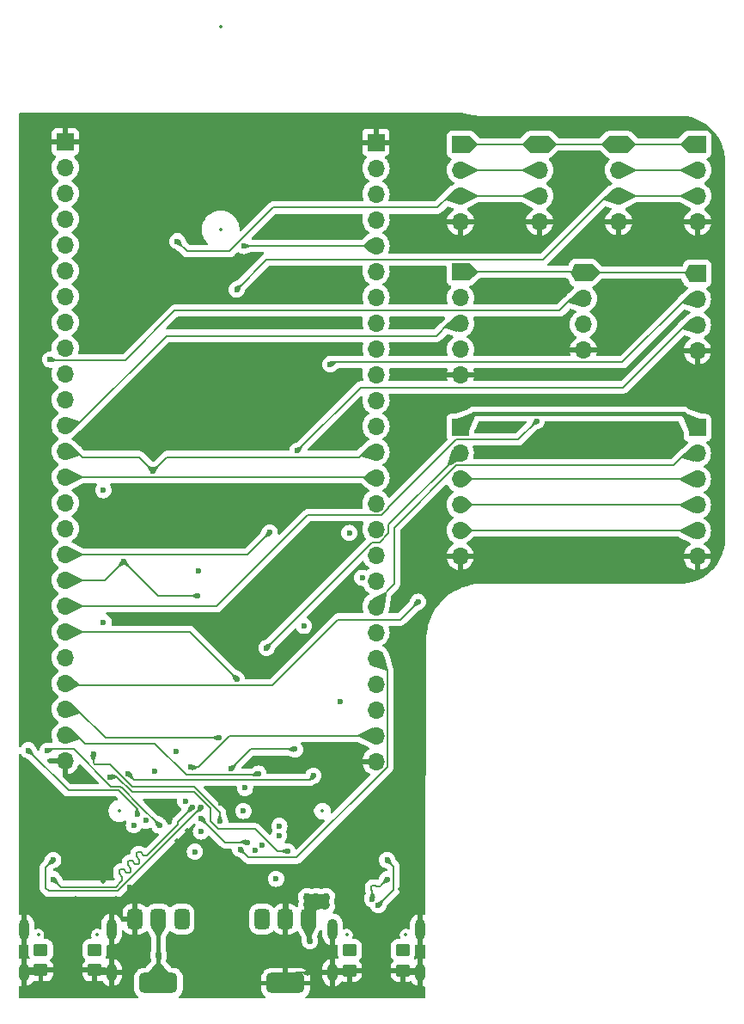
<source format=gbl>
%TF.GenerationSoftware,KiCad,Pcbnew,8.0.1-rc1*%
%TF.CreationDate,2024-08-22T21:46:05-04:00*%
%TF.ProjectId,MOBO_V1,4d4f424f-5f56-4312-9e6b-696361645f70,rev?*%
%TF.SameCoordinates,Original*%
%TF.FileFunction,Copper,L4,Bot*%
%TF.FilePolarity,Positive*%
%FSLAX46Y46*%
G04 Gerber Fmt 4.6, Leading zero omitted, Abs format (unit mm)*
G04 Created by KiCad (PCBNEW 8.0.1-rc1) date 2024-08-22 21:46:05*
%MOMM*%
%LPD*%
G01*
G04 APERTURE LIST*
G04 Aperture macros list*
%AMRoundRect*
0 Rectangle with rounded corners*
0 $1 Rounding radius*
0 $2 $3 $4 $5 $6 $7 $8 $9 X,Y pos of 4 corners*
0 Add a 4 corners polygon primitive as box body*
4,1,4,$2,$3,$4,$5,$6,$7,$8,$9,$2,$3,0*
0 Add four circle primitives for the rounded corners*
1,1,$1+$1,$2,$3*
1,1,$1+$1,$4,$5*
1,1,$1+$1,$6,$7*
1,1,$1+$1,$8,$9*
0 Add four rect primitives between the rounded corners*
20,1,$1+$1,$2,$3,$4,$5,0*
20,1,$1+$1,$4,$5,$6,$7,0*
20,1,$1+$1,$6,$7,$8,$9,0*
20,1,$1+$1,$8,$9,$2,$3,0*%
G04 Aperture macros list end*
%TA.AperFunction,ComponentPad*%
%ADD10R,1.700000X1.700000*%
%TD*%
%TA.AperFunction,ComponentPad*%
%ADD11O,1.700000X1.700000*%
%TD*%
%TA.AperFunction,ComponentPad*%
%ADD12O,1.000000X2.100000*%
%TD*%
%TA.AperFunction,ComponentPad*%
%ADD13O,1.000000X1.800000*%
%TD*%
%TA.AperFunction,SMDPad,CuDef*%
%ADD14RoundRect,0.250000X-0.450000X0.350000X-0.450000X-0.350000X0.450000X-0.350000X0.450000X0.350000X0*%
%TD*%
%TA.AperFunction,SMDPad,CuDef*%
%ADD15RoundRect,0.375000X-0.375000X0.625000X-0.375000X-0.625000X0.375000X-0.625000X0.375000X0.625000X0*%
%TD*%
%TA.AperFunction,SMDPad,CuDef*%
%ADD16RoundRect,0.500000X-1.400000X0.500000X-1.400000X-0.500000X1.400000X-0.500000X1.400000X0.500000X0*%
%TD*%
%TA.AperFunction,ViaPad*%
%ADD17C,0.500000*%
%TD*%
%TA.AperFunction,ViaPad*%
%ADD18C,0.600000*%
%TD*%
%TA.AperFunction,Conductor*%
%ADD19C,0.400000*%
%TD*%
%TA.AperFunction,Conductor*%
%ADD20C,0.500000*%
%TD*%
%TA.AperFunction,Conductor*%
%ADD21C,0.200000*%
%TD*%
%ADD22C,0.300000*%
%ADD23C,0.350000*%
%ADD24O,0.600000X1.700000*%
%ADD25O,0.600000X1.400000*%
G04 APERTURE END LIST*
D10*
%TO.P,I2C_0,1,Pin_1*%
%TO.N,Vcc_3V3*%
X87983000Y-70950000D03*
D11*
%TO.P,I2C_0,2,Pin_2*%
%TO.N,I2C_SDA_0_TCA*%
X87983000Y-73490000D03*
%TO.P,I2C_0,3,Pin_3*%
%TO.N,I2C_SCL_0_TCA*%
X87983000Y-76030000D03*
%TO.P,I2C_0,4,Pin_4*%
%TO.N,GND*%
X87983000Y-78570000D03*
%TD*%
D10*
%TO.P,\u00B5SD,1,Pin_1*%
%TO.N,+3.3V*%
X80150000Y-98800000D03*
D11*
%TO.P,\u00B5SD,2,Pin_2*%
%TO.N,SPI_5_ESP32*%
X80150000Y-101340000D03*
%TO.P,\u00B5SD,3,Pin_3*%
%TO.N,SPI_MOSI_ESP32*%
X80150000Y-103880000D03*
%TO.P,\u00B5SD,4,Pin_4*%
%TO.N,SPI_CLK_ESP32*%
X80150000Y-106420000D03*
%TO.P,\u00B5SD,5,Pin_5*%
%TO.N,SPI_MISO_ESP32*%
X80150000Y-108960000D03*
%TO.P,\u00B5SD,6,Pin_6*%
%TO.N,GND*%
X80150000Y-111500000D03*
%TD*%
D10*
%TO.P,I2C_1,1,Pin_1*%
%TO.N,Vcc_3V3*%
X95766000Y-70950000D03*
D11*
%TO.P,I2C_1,2,Pin_2*%
%TO.N,I2C_SDA_1_TCA*%
X95766000Y-73490000D03*
%TO.P,I2C_1,3,Pin_3*%
%TO.N,I2C_SCL_1_TCA*%
X95766000Y-76030000D03*
%TO.P,I2C_1,4,Pin_4*%
%TO.N,GND*%
X95766000Y-78570000D03*
%TD*%
D10*
%TO.P,I2S,1,Pin_1*%
%TO.N,Vcc_3V3*%
X80175000Y-83525000D03*
D11*
%TO.P,I2S,2,Pin_2*%
%TO.N,I2S_DIN{slash}DOUT*%
X80175000Y-86065000D03*
%TO.P,I2S,3,Pin_3*%
%TO.N,I2S_WS*%
X80175000Y-88605000D03*
%TO.P,I2S,4,Pin_4*%
%TO.N,I2S_BCLK*%
X80175000Y-91145000D03*
%TO.P,I2S,5,Pin_5*%
%TO.N,GND*%
X80175000Y-93685000D03*
%TD*%
D10*
%TO.P,Droite,1,Pin_1*%
%TO.N,GND*%
X71850000Y-70755000D03*
D11*
%TO.P,Droite,2,Pin_2*%
%TO.N,ADC_1*%
X71850000Y-73295000D03*
%TO.P,Droite,3,Pin_3*%
%TO.N,ADC_2*%
X71850000Y-75835000D03*
%TO.P,Droite,4,Pin_4*%
%TO.N,CHIP_EN*%
X71850000Y-78375000D03*
%TO.P,Droite,5,Pin_5*%
%TO.N,PWM_1*%
X71850000Y-80915000D03*
%TO.P,Droite,6,Pin_6*%
%TO.N,PWM_2*%
X71850000Y-83455000D03*
%TO.P,Droite,7,Pin_7*%
%TO.N,GPIO45*%
X71850000Y-85995000D03*
%TO.P,Droite,8,Pin_8*%
%TO.N,GPIO46*%
X71850000Y-88535000D03*
%TO.P,Droite,9,Pin_9*%
%TO.N,GPIO38_ADDRESSABLE_LED*%
X71850000Y-91075000D03*
%TO.P,Droite,10,Pin_10*%
%TO.N,GPIO47*%
X71850000Y-93615000D03*
%TO.P,Droite,11,Pin_11*%
%TO.N,GPIO48{slash}CAN_INT*%
X71850000Y-96155000D03*
%TO.P,Droite,12,Pin_12*%
%TO.N,I2S_BCLK*%
X71850000Y-98695000D03*
%TO.P,Droite,13,Pin_13*%
%TO.N,Vcc_3V3*%
X71850000Y-101235000D03*
%TO.P,Droite,14,Pin_14*%
%TO.N,Vcc_5V*%
X71850000Y-103775000D03*
%TO.P,Droite,15,Pin_15*%
%TO.N,I2C_SDA_2_TCA*%
X71850000Y-106315000D03*
%TO.P,Droite,16,Pin_16*%
%TO.N,I2C_SCL_2_TCA*%
X71850000Y-108855000D03*
%TO.P,Droite,17,Pin_17*%
%TO.N,I2C_SDA_3_TCA*%
X71850000Y-111395000D03*
%TO.P,Droite,18,Pin_18*%
%TO.N,I2C_SCL_3_TCA*%
X71850000Y-113935000D03*
%TO.P,Droite,19,Pin_19*%
%TO.N,SPI_6_ESP32*%
X71850000Y-116475000D03*
%TO.P,Droite,20,Pin_20*%
%TO.N,SPI_CLK_ESP32*%
X71850000Y-119015000D03*
%TO.P,Droite,21,Pin_21*%
%TO.N,SPI_MOSI_ESP32*%
X71850000Y-121555000D03*
%TO.P,Droite,22,Pin_22*%
%TO.N,SPI_MISO_ESP32*%
X71850000Y-124095000D03*
%TO.P,Droite,23,Pin_23*%
%TO.N,I2S_DIN{slash}DOUT*%
X71850000Y-126635000D03*
%TO.P,Droite,24,Pin_24*%
%TO.N,SUSCLK*%
X71850000Y-129175000D03*
%TO.P,Droite,25,Pin_25*%
%TO.N,GND*%
X71850000Y-131715000D03*
%TD*%
D10*
%TO.P,Gauche,1,Pin_1*%
%TO.N,GND*%
X41225000Y-70705000D03*
D11*
%TO.P,Gauche,2,Pin_2*%
%TO.N,DAC_1*%
X41225000Y-73245000D03*
%TO.P,Gauche,3,Pin_3*%
%TO.N,DAC_2*%
X41225000Y-75785000D03*
%TO.P,Gauche,4,Pin_4*%
%TO.N,RESET_OTHERS*%
X41225000Y-78325000D03*
%TO.P,Gauche,5,Pin_5*%
%TO.N,PWM_3*%
X41225000Y-80865000D03*
%TO.P,Gauche,6,Pin_6*%
%TO.N,PWM_4*%
X41225000Y-83405000D03*
%TO.P,Gauche,7,Pin_7*%
%TO.N,GPIO15*%
X41225000Y-85945000D03*
%TO.P,Gauche,8,Pin_8*%
%TO.N,GPIO16*%
X41225000Y-88485000D03*
%TO.P,Gauche,9,Pin_9*%
%TO.N,GPIO26*%
X41225000Y-91025000D03*
%TO.P,Gauche,10,Pin_10*%
%TO.N,GPIO33*%
X41225000Y-93565000D03*
%TO.P,Gauche,11,Pin_11*%
%TO.N,GPIO34*%
X41225000Y-96105000D03*
%TO.P,Gauche,12,Pin_12*%
%TO.N,I2S_WS*%
X41225000Y-98645000D03*
%TO.P,Gauche,13,Pin_13*%
%TO.N,Vcc_3V3*%
X41225000Y-101185000D03*
%TO.P,Gauche,14,Pin_14*%
%TO.N,Vcc_5V*%
X41225000Y-103725000D03*
%TO.P,Gauche,15,Pin_15*%
%TO.N,I2C_SDA_ESP32*%
X41225000Y-106265000D03*
%TO.P,Gauche,16,Pin_16*%
%TO.N,I2C_SCL_ESP32*%
X41225000Y-108805000D03*
%TO.P,Gauche,17,Pin_17*%
%TO.N,I2C_SDA_0_TCA*%
X41225000Y-111345000D03*
%TO.P,Gauche,18,Pin_18*%
%TO.N,I2C_SCL_0_TCA*%
X41225000Y-113885000D03*
%TO.P,Gauche,19,Pin_19*%
%TO.N,I2C_SDA_1_TCA*%
X41225000Y-116425000D03*
%TO.P,Gauche,20,Pin_20*%
%TO.N,I2C_SCL_1_TCA*%
X41225000Y-118965000D03*
%TO.P,Gauche,21,Pin_21*%
%TO.N,CAN_L*%
X41225000Y-121505000D03*
%TO.P,Gauche,22,Pin_22*%
%TO.N,CAN_H*%
X41225000Y-124045000D03*
%TO.P,Gauche,23,Pin_23*%
%TO.N,GPIO18_U1_RXD*%
X41225000Y-126585000D03*
%TO.P,Gauche,24,Pin_24*%
%TO.N,GPIO17_U1_TXD*%
X41225000Y-129125000D03*
%TO.P,Gauche,25,Pin_25*%
%TO.N,GND*%
X41225000Y-131665000D03*
%TD*%
D10*
%TO.P,UART,1,Pin_1*%
%TO.N,Vcc_3V3*%
X103525000Y-83645000D03*
D11*
%TO.P,UART,2,Pin_2*%
%TO.N,GPIO18_U1_RXD*%
X103525000Y-86185000D03*
%TO.P,UART,3,Pin_3*%
%TO.N,GPIO17_U1_TXD*%
X103525000Y-88725000D03*
%TO.P,UART,4,Pin_4*%
%TO.N,GND*%
X103525000Y-91265000D03*
%TD*%
D10*
%TO.P,I2C_0,1,Pin_1*%
%TO.N,Vcc_3V3*%
X80200000Y-70950000D03*
D11*
%TO.P,I2C_0,2,Pin_2*%
%TO.N,I2C_SDA_0_TCA*%
X80200000Y-73490000D03*
%TO.P,I2C_0,3,Pin_3*%
%TO.N,I2C_SCL_0_TCA*%
X80200000Y-76030000D03*
%TO.P,I2C_0,4,Pin_4*%
%TO.N,GND*%
X80200000Y-78570000D03*
%TD*%
D10*
%TO.P,SPI,1,Pin_1*%
%TO.N,+3.3V*%
X103525000Y-98850000D03*
D11*
%TO.P,SPI,2,Pin_2*%
%TO.N,SPI_6_ESP32*%
X103525000Y-101390000D03*
%TO.P,SPI,3,Pin_3*%
%TO.N,SPI_MOSI_ESP32*%
X103525000Y-103930000D03*
%TO.P,SPI,4,Pin_4*%
%TO.N,SPI_CLK_ESP32*%
X103525000Y-106470000D03*
%TO.P,SPI,5,Pin_5*%
%TO.N,SPI_MISO_ESP32*%
X103525000Y-109010000D03*
%TO.P,SPI,6,Pin_6*%
%TO.N,GND*%
X103525000Y-111550000D03*
%TD*%
D10*
%TO.P,CAN,1,Pin_1*%
%TO.N,Vcc_3V3*%
X92275000Y-83580000D03*
D11*
%TO.P,CAN,2,Pin_2*%
%TO.N,CAN_L*%
X92275000Y-86120000D03*
%TO.P,CAN,3,Pin_3*%
%TO.N,CAN_H*%
X92275000Y-88660000D03*
%TO.P,CAN,4,Pin_4*%
%TO.N,GND*%
X92275000Y-91200000D03*
%TD*%
D12*
%TO.P,UART_PROG,S1,SHIELD*%
%TO.N,GND*%
X67575000Y-148275000D03*
D13*
X67575000Y-152475000D03*
D12*
X76215000Y-148275000D03*
D13*
X76215000Y-152475000D03*
%TD*%
D12*
%TO.P,DEBUG_USB,S1,SHIELD*%
%TO.N,GND*%
X37155000Y-148275000D03*
D13*
X37155000Y-152475000D03*
D12*
X45795000Y-148275000D03*
D13*
X45795000Y-152475000D03*
%TD*%
D10*
%TO.P,I2C_1,1,Pin_1*%
%TO.N,Vcc_3V3*%
X103549000Y-70950000D03*
D11*
%TO.P,I2C_1,2,Pin_2*%
%TO.N,I2C_SDA_1_TCA*%
X103549000Y-73490000D03*
%TO.P,I2C_1,3,Pin_3*%
%TO.N,I2C_SCL_1_TCA*%
X103549000Y-76030000D03*
%TO.P,I2C_1,4,Pin_4*%
%TO.N,GND*%
X103549000Y-78570000D03*
%TD*%
D14*
%TO.P,R303,1*%
%TO.N,Net-(J302-CC2)*%
X44125000Y-150275000D03*
%TO.P,R303,2*%
%TO.N,GND*%
X44125000Y-152275000D03*
%TD*%
%TO.P,R301,1*%
%TO.N,Net-(J301-CC2)*%
X74500000Y-150300000D03*
%TO.P,R301,2*%
%TO.N,GND*%
X74500000Y-152300000D03*
%TD*%
D15*
%TO.P,U203,1,VI*%
%TO.N,VIN_PROTECTION*%
X60637500Y-147250000D03*
%TO.P,U203,2,GND*%
%TO.N,GND*%
X62937500Y-147250000D03*
D16*
X62937500Y-153550000D03*
D15*
%TO.P,U203,3,VO*%
%TO.N,Vcc_3V3*%
X65237500Y-147250000D03*
%TD*%
D14*
%TO.P,R304,1*%
%TO.N,Net-(J302-CC1)*%
X38825000Y-150275000D03*
%TO.P,R304,2*%
%TO.N,GND*%
X38825000Y-152275000D03*
%TD*%
D15*
%TO.P,U202,1,GND*%
%TO.N,GND*%
X48125000Y-147237500D03*
%TO.P,U202,2,VO*%
%TO.N,Vcc_5V*%
X50425000Y-147237500D03*
D16*
X50425000Y-153537500D03*
D15*
%TO.P,U202,3,VI*%
%TO.N,VIN_PROTECTION*%
X52725000Y-147237500D03*
%TD*%
D14*
%TO.P,R302,1*%
%TO.N,Net-(J301-CC1)*%
X69275000Y-150300000D03*
%TO.P,R302,2*%
%TO.N,GND*%
X69275000Y-152300000D03*
%TD*%
D17*
%TO.N,GND*%
X69000000Y-131250000D03*
X65000000Y-139000000D03*
X68750000Y-140000000D03*
X70500000Y-140500000D03*
X70500000Y-144250000D03*
X74250000Y-144250000D03*
X74750000Y-142500000D03*
X74500000Y-140000000D03*
X72750000Y-138750000D03*
X70500000Y-138250000D03*
X68250000Y-138250000D03*
X53250000Y-138500000D03*
X52250000Y-139500000D03*
X46250000Y-145250000D03*
X42250000Y-145250000D03*
X45000000Y-143500000D03*
X44250000Y-136000000D03*
X44750000Y-138750000D03*
X104185000Y-96165000D03*
X104185000Y-93625000D03*
X104185000Y-80925000D03*
X101645000Y-111405000D03*
X101645000Y-98705000D03*
X101645000Y-96165000D03*
X101645000Y-93625000D03*
X101645000Y-80925000D03*
X101645000Y-78385000D03*
X99105000Y-111405000D03*
X99105000Y-101245000D03*
X99105000Y-98705000D03*
X99105000Y-96165000D03*
X99105000Y-86005000D03*
X99105000Y-80925000D03*
X99105000Y-78385000D03*
X96565000Y-111405000D03*
X96565000Y-101245000D03*
X96565000Y-98705000D03*
X96565000Y-96165000D03*
X96565000Y-88545000D03*
X96565000Y-86005000D03*
X96565000Y-80925000D03*
X94025000Y-111405000D03*
X94025000Y-101245000D03*
X94025000Y-98705000D03*
X94025000Y-96165000D03*
X94025000Y-93625000D03*
X94025000Y-91085000D03*
X94025000Y-88545000D03*
X94025000Y-86005000D03*
X94025000Y-80925000D03*
X94025000Y-78385000D03*
X94025000Y-73305000D03*
X91485000Y-111405000D03*
X91485000Y-101245000D03*
X91485000Y-80925000D03*
X91485000Y-75845000D03*
X91485000Y-73305000D03*
X88945000Y-111405000D03*
X88945000Y-96165000D03*
X88945000Y-93625000D03*
X88945000Y-91085000D03*
X88945000Y-88545000D03*
X88945000Y-86005000D03*
X86405000Y-111405000D03*
X86405000Y-101245000D03*
X86405000Y-96165000D03*
X86405000Y-93625000D03*
X86405000Y-91085000D03*
X86405000Y-88545000D03*
X86405000Y-86005000D03*
X86405000Y-80925000D03*
X83865000Y-111405000D03*
X83865000Y-101245000D03*
X83865000Y-98705000D03*
X83865000Y-96165000D03*
X83865000Y-93625000D03*
X83865000Y-91085000D03*
X83865000Y-88545000D03*
X83865000Y-86005000D03*
X83865000Y-80925000D03*
X83865000Y-78385000D03*
X81325000Y-80925000D03*
X78785000Y-96165000D03*
X76245000Y-141885000D03*
X76245000Y-139345000D03*
X76245000Y-136805000D03*
X76245000Y-134265000D03*
X76245000Y-131725000D03*
X76245000Y-129185000D03*
X76245000Y-126645000D03*
X76245000Y-124105000D03*
X76245000Y-121565000D03*
X76245000Y-119025000D03*
X76245000Y-101245000D03*
X76245000Y-98705000D03*
X76245000Y-91085000D03*
X76245000Y-88545000D03*
X76245000Y-83465000D03*
X76245000Y-80925000D03*
X76245000Y-75845000D03*
X76245000Y-73305000D03*
X76245000Y-70765000D03*
X73705000Y-136805000D03*
X73705000Y-134265000D03*
X73705000Y-86005000D03*
X73705000Y-83465000D03*
X73705000Y-78385000D03*
X73705000Y-75845000D03*
X73705000Y-73305000D03*
X73705000Y-70765000D03*
X71165000Y-152045000D03*
X71165000Y-136805000D03*
X68625000Y-141885000D03*
X68625000Y-106325000D03*
X68625000Y-98705000D03*
X68625000Y-73305000D03*
X68625000Y-70765000D03*
X66085000Y-108865000D03*
X66085000Y-75845000D03*
X66085000Y-73305000D03*
X66085000Y-70765000D03*
X63545000Y-78385000D03*
X63545000Y-75845000D03*
X63545000Y-73305000D03*
X63545000Y-70765000D03*
X61005000Y-75845000D03*
X61005000Y-73305000D03*
X61005000Y-70765000D03*
X58465000Y-75845000D03*
X58465000Y-73305000D03*
X58465000Y-70765000D03*
X55925000Y-86005000D03*
X55925000Y-75845000D03*
X55925000Y-73305000D03*
X55925000Y-70765000D03*
X53385000Y-88545000D03*
X53385000Y-83465000D03*
X53385000Y-78385000D03*
X53385000Y-75845000D03*
X53385000Y-73305000D03*
X53385000Y-70765000D03*
X50845000Y-86005000D03*
X50845000Y-78385000D03*
X50845000Y-75845000D03*
X50845000Y-73305000D03*
X50845000Y-70765000D03*
X48305000Y-108865000D03*
X48305000Y-106325000D03*
X48305000Y-96165000D03*
X48305000Y-88545000D03*
X48305000Y-80925000D03*
X48305000Y-78385000D03*
X48305000Y-75845000D03*
X48305000Y-73305000D03*
X48305000Y-70765000D03*
X45765000Y-80925000D03*
X45765000Y-78385000D03*
X45765000Y-75845000D03*
X45765000Y-73305000D03*
X45765000Y-70765000D03*
X43225000Y-78385000D03*
X43225000Y-75845000D03*
X43225000Y-73305000D03*
X43225000Y-70765000D03*
X40685000Y-152045000D03*
X38145000Y-139345000D03*
X38145000Y-136805000D03*
X38145000Y-134265000D03*
X38145000Y-73305000D03*
X38145000Y-70765000D03*
X48000000Y-149500000D03*
D18*
%TO.N,Vcc_3V3*%
X67000000Y-146000000D03*
X66000000Y-146000000D03*
X65000000Y-146000000D03*
X65000000Y-145000000D03*
X66000000Y-145000000D03*
X67000000Y-145000000D03*
%TO.N,Vcc_5V*%
X52000000Y-154000000D03*
X51000000Y-154000000D03*
X50000000Y-154000000D03*
X49000000Y-154000000D03*
X52000000Y-153000000D03*
X51000000Y-153000000D03*
X50000000Y-153000000D03*
X49000000Y-153000000D03*
%TO.N,GND*%
X64000000Y-154000000D03*
X63000000Y-154000000D03*
X62000000Y-154000000D03*
X64000000Y-153000000D03*
X63000000Y-153000000D03*
X62000000Y-153000000D03*
X55400000Y-149950000D03*
%TO.N,Net-(J302-CC2)*%
X44125000Y-150275000D03*
%TO.N,Net-(J302-CC1)*%
X38825000Y-150275000D03*
%TO.N,Net-(J301-CC2)*%
X74500000Y-150300000D03*
%TO.N,Net-(J301-CC1)*%
X69275000Y-150300000D03*
%TO.N,PWM_2*%
X53068800Y-135613500D03*
%TO.N,I2C_SCL_1_TCA*%
X62001800Y-143273300D03*
X58132100Y-123597100D03*
X58132100Y-85251900D03*
%TO.N,SPI_MOSI_ESP32*%
X58471200Y-140357100D03*
%TO.N,SPI_MISO_ESP32*%
X62282900Y-139059200D03*
%TO.N,I2C_SCL_0_TCA*%
X46987000Y-112013000D03*
X52284400Y-80506100D03*
X59152800Y-139675300D03*
X54649000Y-137336200D03*
X54315700Y-115395300D03*
%TO.N,ADC_2*%
X48000000Y-138000000D03*
%TO.N,DAC_2*%
X50512700Y-138022600D03*
X39485000Y-130658800D03*
%TO.N,SPI_6_ESP32*%
X59944300Y-140505700D03*
%TO.N,PWM_3*%
X45000000Y-118000000D03*
%TO.N,FT231_D-*%
X71491000Y-145276000D03*
X72975000Y-143325000D03*
%TO.N,I2C_SCL_3_TCA*%
X62335100Y-138081100D03*
X68329400Y-125837300D03*
%TO.N,GPIO17_U1_TXD*%
X60279900Y-132921200D03*
X64091200Y-101140700D03*
%TO.N,I2C_SCL_2_TCA*%
X69222900Y-109214400D03*
%TO.N,GPIO46*%
X54614850Y-138614850D03*
%TO.N,SUSCLK*%
X53575000Y-132290700D03*
%TO.N,I2C_SDA_0_TCA*%
X61387700Y-109177200D03*
X58944300Y-134333500D03*
%TO.N,RESET_OTHERS*%
X45000000Y-105000000D03*
%TO.N,GPIO45*%
X54367600Y-112931900D03*
%TO.N,DEBUG_D-*%
X40050000Y-141425000D03*
X54575000Y-136275000D03*
%TO.N,I2C_SDA_3_TCA*%
X70491400Y-113636800D03*
X58796800Y-136591200D03*
%TO.N,CHIP_EN*%
X52126700Y-130703100D03*
%TO.N,I2C_SDA_1_TCA*%
X63132700Y-140576700D03*
X45677600Y-133243900D03*
X87704800Y-98192900D03*
%TO.N,DEBUG_D+*%
X53750700Y-136251000D03*
X40050000Y-143325000D03*
%TO.N,PWM_1*%
X50075000Y-132692400D03*
X58845800Y-80960500D03*
%TO.N,SPI_CLK_ESP32*%
X60637100Y-139966000D03*
%TO.N,SPI_5_ESP32*%
X61075000Y-120537100D03*
%TO.N,GPIO16*%
X56483000Y-137608800D03*
X44000000Y-131000000D03*
%TO.N,CAN_H*%
X76000000Y-116000000D03*
%TO.N,CAN_L*%
X39753300Y-92144200D03*
%TO.N,GPIO47*%
X57574900Y-132456900D03*
X64753000Y-118369500D03*
X63878700Y-130522600D03*
%TO.N,FT231_D+*%
X72092000Y-145877000D03*
X72950000Y-141425000D03*
%TO.N,GPIO33*%
X54009026Y-140601158D03*
%TO.N,DAC_1*%
X48337500Y-136951400D03*
X37584100Y-130618700D03*
%TO.N,GPIO18_U1_RXD*%
X56376500Y-129389200D03*
X67352800Y-92607200D03*
%TO.N,ADC_1*%
X49190334Y-137551400D03*
%TO.N,Vcc_3V3*%
X65700000Y-133125000D03*
X47450000Y-132950000D03*
X65350000Y-149438000D03*
X49877900Y-103119800D03*
%TO.N,Vcc_5V*%
X50450000Y-150900000D03*
%TO.N,VIN_PROTECTION*%
X52725000Y-147238000D03*
X60637500Y-147500000D03*
%TO.N,GND*%
X65825000Y-143375000D03*
X64325000Y-143375000D03*
X57825000Y-143375000D03*
X56325000Y-143375000D03*
X54800000Y-143450000D03*
X53325000Y-143400000D03*
X52375000Y-143450000D03*
X51675000Y-143425000D03*
X50350000Y-143400000D03*
X48850000Y-143425000D03*
X47574300Y-144124000D03*
X61600000Y-135675000D03*
X56550000Y-135800000D03*
X50550000Y-135775000D03*
X60550000Y-152450000D03*
X48125000Y-147238000D03*
X53100000Y-152900000D03*
X65325000Y-152525000D03*
X62975000Y-145912000D03*
%TD*%
D19*
%TO.N,+3.3V*%
X102167900Y-97492900D02*
X103525000Y-98850000D01*
X81457100Y-97492900D02*
X102167900Y-97492900D01*
X80150000Y-98800000D02*
X81457100Y-97492900D01*
%TO.N,Vcc_3V3*%
X66000000Y-145000000D02*
X67000000Y-146000000D01*
D20*
X65000000Y-146000000D02*
X66000000Y-145000000D01*
D19*
X67000000Y-145000000D02*
X67000000Y-146000000D01*
X67000000Y-145000000D02*
X65000000Y-145000000D01*
X65000000Y-145000000D02*
X65000000Y-146000000D01*
X66000000Y-146000000D02*
X67000000Y-146000000D01*
X66000000Y-146000000D02*
X65000000Y-145000000D01*
X66000000Y-146000000D02*
X66000000Y-145000000D01*
X66000000Y-146000000D02*
X65000000Y-146000000D01*
D20*
X66000000Y-146000000D02*
X67000000Y-145000000D01*
D21*
%TO.N,CAN_H*%
X42376700Y-124045000D02*
X41225000Y-124045000D01*
X61603200Y-124249700D02*
X42581400Y-124249700D01*
X68107900Y-117745000D02*
X61603200Y-124249700D01*
X74255000Y-117745000D02*
X68107900Y-117745000D01*
X76000000Y-116000000D02*
X74255000Y-117745000D01*
X42581400Y-124249700D02*
X42376700Y-124045000D01*
%TO.N,DAC_2*%
X39682900Y-130460900D02*
X39485000Y-130658800D01*
X45758300Y-134175400D02*
X42043800Y-130460900D01*
X46665500Y-134175400D02*
X45758300Y-134175400D01*
X46900900Y-134410900D02*
X46900900Y-134410800D01*
X46900900Y-134410800D02*
X46665500Y-134175400D01*
X48545100Y-136055100D02*
X46900900Y-134410900D01*
X50512700Y-138022600D02*
X48545200Y-136055100D01*
X42043800Y-130460900D02*
X39682900Y-130460900D01*
X48545200Y-136055100D02*
X48545100Y-136055100D01*
%TO.N,DAC_1*%
X41542500Y-134577100D02*
X37584100Y-130618700D01*
X48337500Y-136415400D02*
X46499200Y-134577100D01*
X46499200Y-134577100D02*
X41542500Y-134577100D01*
X48337500Y-136951400D02*
X48337500Y-136415400D01*
%TO.N,GPIO16*%
X56483000Y-136742800D02*
X56483000Y-137608800D01*
X47849100Y-134214200D02*
X53954400Y-134214200D01*
X45634900Y-132000000D02*
X47849100Y-134214200D01*
X44148586Y-132000000D02*
X45634900Y-132000000D01*
X44000000Y-131851414D02*
X44148586Y-132000000D01*
X44000000Y-131000000D02*
X44000000Y-131851414D01*
X53954400Y-134214200D02*
X56483000Y-136742800D01*
%TO.N,I2C_SCL_0_TCA*%
X50369300Y-115395300D02*
X54315700Y-115395300D01*
X45115000Y-113885000D02*
X46987000Y-112013000D01*
X46987000Y-112013000D02*
X50369300Y-115395300D01*
X41225000Y-113885000D02*
X45115000Y-113885000D01*
%TO.N,Vcc_3V3*%
X51254600Y-101743100D02*
X49877900Y-103119800D01*
X70698300Y-101235000D02*
X70190200Y-101743100D01*
X70190200Y-101743100D02*
X51254600Y-101743100D01*
X71850000Y-101235000D02*
X70698300Y-101235000D01*
X48501200Y-101743100D02*
X49877900Y-103119800D01*
X42934800Y-101743100D02*
X48501200Y-101743100D01*
X41225000Y-101185000D02*
X42376700Y-101185000D01*
X42376700Y-101185000D02*
X42934800Y-101743100D01*
D19*
X65237500Y-146762500D02*
X66000000Y-146000000D01*
X65237500Y-147250000D02*
X65237500Y-146762500D01*
%TO.N,Vcc_5V*%
X50425000Y-153425000D02*
X50425000Y-153537500D01*
X50000000Y-153000000D02*
X50425000Y-153425000D01*
X50425000Y-152575000D02*
X50000000Y-153000000D01*
D21*
%TO.N,GND*%
X63487500Y-153000000D02*
X63487500Y-153000000D01*
X64000000Y-153000000D02*
X63487500Y-153000000D01*
X64000000Y-152487500D02*
X64000000Y-153000000D01*
X63000000Y-153487500D02*
X62937500Y-153550000D01*
X63000000Y-153000000D02*
X63000000Y-153487500D01*
X63487500Y-153000000D02*
X63000000Y-153000000D01*
%TO.N,SPI_MOSI_ESP32*%
X73012500Y-132230300D02*
X73012500Y-122717500D01*
X64054400Y-141188400D02*
X73012500Y-132230300D01*
X73012500Y-122717500D02*
X71850000Y-121555000D01*
X59302500Y-141188400D02*
X64054400Y-141188400D01*
X58471200Y-140357100D02*
X59302500Y-141188400D01*
%TO.N,SPI_6_ESP32*%
X102373300Y-101390000D02*
X103525000Y-101390000D01*
X79801000Y-102541700D02*
X101221600Y-102541700D01*
X101221600Y-102541700D02*
X102373300Y-101390000D01*
X73641500Y-114258500D02*
X73641500Y-108701200D01*
X71850000Y-116050000D02*
X73641500Y-114258500D01*
X71850000Y-116475000D02*
X71850000Y-116050000D01*
X73641500Y-108701200D02*
X79801000Y-102541700D01*
%TO.N,I2S_WS*%
X77823300Y-89805000D02*
X79023300Y-88605000D01*
X51216700Y-89805000D02*
X77823300Y-89805000D01*
X42376700Y-98645000D02*
X51216700Y-89805000D01*
X41225000Y-98645000D02*
X42376700Y-98645000D01*
X80175000Y-88605000D02*
X79023300Y-88605000D01*
%TO.N,I2C_SCL_1_TCA*%
X103549000Y-76030000D02*
X95766000Y-76030000D01*
X53500000Y-118965000D02*
X41225000Y-118965000D01*
X58132100Y-123597100D02*
X53500000Y-118965000D01*
X61089800Y-82294200D02*
X58132100Y-85251900D01*
X88350100Y-82294200D02*
X61089800Y-82294200D01*
X94614300Y-76030000D02*
X88350100Y-82294200D01*
X95766000Y-76030000D02*
X94614300Y-76030000D01*
%TO.N,SPI_MOSI_ESP32*%
X81351700Y-103930000D02*
X81301700Y-103880000D01*
X103525000Y-103930000D02*
X81351700Y-103930000D01*
X80150000Y-103880000D02*
X81301700Y-103880000D01*
%TO.N,SPI_MISO_ESP32*%
X81351700Y-109010000D02*
X81301700Y-108960000D01*
X103525000Y-109010000D02*
X81351700Y-109010000D01*
X80150000Y-108960000D02*
X81301700Y-108960000D01*
%TO.N,I2C_SCL_0_TCA*%
X80200000Y-76030000D02*
X87983000Y-76030000D01*
X53255000Y-81476700D02*
X52284400Y-80506100D01*
X57441300Y-81476700D02*
X53255000Y-81476700D01*
X61736300Y-77181700D02*
X57441300Y-81476700D01*
X77896600Y-77181700D02*
X61736300Y-77181700D01*
X79048300Y-76030000D02*
X77896600Y-77181700D01*
X80200000Y-76030000D02*
X79048300Y-76030000D01*
X56988100Y-139675300D02*
X54649000Y-137336200D01*
X59152800Y-139675300D02*
X56988100Y-139675300D01*
%TO.N,FT231_D-*%
X72339500Y-143960000D02*
X72975000Y-143325000D01*
X72254700Y-144045000D02*
X72339500Y-143960000D01*
X71915300Y-144045000D02*
X72254700Y-144045000D01*
X71811400Y-143941000D02*
X71915300Y-144045000D01*
X71472000Y-143941000D02*
X71811400Y-143941000D01*
X71387200Y-144026000D02*
X71472000Y-143941000D01*
X71387200Y-144366000D02*
X71387200Y-144026000D01*
X71491000Y-144470000D02*
X71387200Y-144366000D01*
X71491000Y-145276000D02*
X71491000Y-144470000D01*
%TO.N,GPIO17_U1_TXD*%
X41225000Y-129125000D02*
X42376700Y-129125000D01*
X103525000Y-88725000D02*
X102373300Y-88725000D01*
X70349300Y-94882600D02*
X64091200Y-101140700D01*
X96215700Y-94882600D02*
X70349300Y-94882600D01*
X102373300Y-88725000D02*
X96215700Y-94882600D01*
X60142500Y-133058600D02*
X60279900Y-132921200D01*
X53202100Y-133058600D02*
X60142500Y-133058600D01*
X50082900Y-129939400D02*
X53202100Y-133058600D01*
X43191100Y-129939400D02*
X50082900Y-129939400D01*
X42376700Y-129125000D02*
X43191100Y-129939400D01*
%TO.N,SUSCLK*%
X54325900Y-132290700D02*
X53575000Y-132290700D01*
X57441500Y-129175100D02*
X54325900Y-132290700D01*
X57441500Y-129175000D02*
X57441500Y-129175100D01*
X71850000Y-129175000D02*
X57441500Y-129175000D01*
%TO.N,I2C_SDA_0_TCA*%
X59219900Y-111345000D02*
X61387700Y-109177200D01*
X41225000Y-111345000D02*
X59219900Y-111345000D01*
X80200000Y-73490000D02*
X87983000Y-73490000D01*
%TO.N,DEBUG_D-*%
X46375000Y-144475000D02*
X54575000Y-136275000D01*
X39625000Y-144475000D02*
X46375000Y-144475000D01*
X39325000Y-144175000D02*
X39625000Y-144475000D01*
X39325000Y-142150000D02*
X39325000Y-144175000D01*
X40050000Y-141425000D02*
X39325000Y-142150000D01*
%TO.N,I2C_SDA_1_TCA*%
X103549000Y-73490000D02*
X95766000Y-73490000D01*
X56169400Y-116425000D02*
X42376700Y-116425000D01*
X65112800Y-107481600D02*
X56169400Y-116425000D01*
X72405800Y-107481600D02*
X65112800Y-107481600D01*
X73092900Y-106794500D02*
X72405800Y-107481600D01*
X73092900Y-106698700D02*
X73092900Y-106794500D01*
X79781600Y-100010000D02*
X73092900Y-106698700D01*
X85887700Y-100010000D02*
X79781600Y-100010000D01*
X87704800Y-98192900D02*
X85887700Y-100010000D01*
X41225000Y-116425000D02*
X42376700Y-116425000D01*
X46302000Y-133243900D02*
X45677600Y-133243900D01*
X47813200Y-134755100D02*
X46302000Y-133243900D01*
X53927300Y-134755100D02*
X47813200Y-134755100D01*
X55528500Y-136356300D02*
X53927300Y-134755100D01*
X55528500Y-137565400D02*
X55528500Y-136356300D01*
X56351600Y-138388500D02*
X55528500Y-137565400D01*
X59979800Y-138388500D02*
X56351600Y-138388500D01*
X62167700Y-140576400D02*
X59979800Y-138388500D01*
X63132500Y-140576400D02*
X62167700Y-140576400D01*
X63132500Y-140576500D02*
X63132500Y-140576400D01*
X63132700Y-140576700D02*
X63132500Y-140576500D01*
%TO.N,DEBUG_D+*%
X40800000Y-144075000D02*
X40050000Y-143325000D01*
X46209300Y-144075000D02*
X40800000Y-144075000D01*
X46765800Y-143518000D02*
X46209300Y-144075000D01*
X46850700Y-143434000D02*
X46765800Y-143518000D01*
X46850700Y-143094000D02*
X46850700Y-143434000D01*
X46538500Y-142782000D02*
X46850700Y-143094000D01*
X46538500Y-142443000D02*
X46538500Y-142782000D01*
X46623300Y-142358000D02*
X46538500Y-142443000D01*
X46962700Y-142358000D02*
X46623300Y-142358000D01*
X47274900Y-142670000D02*
X46962700Y-142358000D01*
X47614400Y-142670000D02*
X47274900Y-142670000D01*
X47699200Y-142585000D02*
X47614400Y-142670000D01*
X47699200Y-142246000D02*
X47699200Y-142585000D01*
X47387000Y-141933000D02*
X47699200Y-142246000D01*
X47387000Y-141594000D02*
X47387000Y-141933000D01*
X47471900Y-141509000D02*
X47387000Y-141594000D01*
X47811300Y-141509000D02*
X47471900Y-141509000D01*
X48123500Y-141821000D02*
X47811300Y-141509000D01*
X48462900Y-141821000D02*
X48123500Y-141821000D01*
X48547700Y-141737000D02*
X48462900Y-141821000D01*
X48547700Y-141397000D02*
X48547700Y-141737000D01*
X48235500Y-141085000D02*
X48547700Y-141397000D01*
X48235500Y-140746000D02*
X48235500Y-141085000D01*
X48320400Y-140661000D02*
X48235500Y-140746000D01*
X48659800Y-140661000D02*
X48320400Y-140661000D01*
X48972000Y-140973000D02*
X48659800Y-140661000D01*
X49311400Y-140973000D02*
X48972000Y-140973000D01*
X52342200Y-137942000D02*
X49311400Y-140973000D01*
X52342200Y-137659000D02*
X52342200Y-137942000D01*
X53750700Y-136251000D02*
X52342200Y-137659000D01*
%TO.N,PWM_1*%
X70652800Y-80960500D02*
X70698300Y-80915000D01*
X58845800Y-80960500D02*
X70652800Y-80960500D01*
X71850000Y-80915000D02*
X70698300Y-80915000D01*
%TO.N,SPI_CLK_ESP32*%
X81351700Y-106470000D02*
X81301700Y-106420000D01*
X103525000Y-106470000D02*
X81351700Y-106470000D01*
X80150000Y-106420000D02*
X81301700Y-106420000D01*
%TO.N,SPI_5_ESP32*%
X71487100Y-110125000D02*
X61075000Y-120537100D01*
X72222300Y-110125000D02*
X71487100Y-110125000D01*
X73098500Y-109248800D02*
X72222300Y-110125000D01*
X73098500Y-108391500D02*
X73098500Y-109248800D01*
X80150000Y-101340000D02*
X73098500Y-108391500D01*
%TO.N,CAN_L*%
X89908300Y-87335000D02*
X91123300Y-86120000D01*
X52027700Y-87335000D02*
X89908300Y-87335000D01*
X47143100Y-92219600D02*
X52027700Y-87335000D01*
X39828700Y-92219600D02*
X47143100Y-92219600D01*
X39753300Y-92144200D02*
X39828700Y-92219600D01*
X92275000Y-86120000D02*
X91123300Y-86120000D01*
%TO.N,GPIO47*%
X59509200Y-130522600D02*
X63878700Y-130522600D01*
X57574900Y-132456900D02*
X59509200Y-130522600D01*
%TO.N,FT231_D+*%
X73575000Y-142050000D02*
X72950000Y-141425000D01*
X73575000Y-144394000D02*
X73575000Y-142050000D01*
X72092000Y-145877000D02*
X73575000Y-144394000D01*
%TO.N,GPIO18_U1_RXD*%
X41225000Y-126585000D02*
X42376700Y-126585000D01*
X103525000Y-86185000D02*
X102373300Y-86185000D01*
X67545000Y-92415000D02*
X67352800Y-92607200D01*
X96143300Y-92415000D02*
X67545000Y-92415000D01*
X102373300Y-86185000D02*
X96143300Y-92415000D01*
X45180900Y-129389200D02*
X56376500Y-129389200D01*
X42376700Y-126585000D02*
X45180900Y-129389200D01*
D19*
%TO.N,Vcc_3V3*%
X65237500Y-149325000D02*
X65350000Y-149438000D01*
X65237500Y-147250000D02*
X65237500Y-149325000D01*
D21*
X91068300Y-83525000D02*
X91123300Y-83580000D01*
X80175000Y-83525000D02*
X91068300Y-83525000D01*
X91699200Y-83580000D02*
X91123300Y-83580000D01*
X91699200Y-83580000D02*
X92275000Y-83580000D01*
X102308300Y-83580000D02*
X102373300Y-83645000D01*
X92275000Y-83580000D02*
X102308300Y-83580000D01*
X103525000Y-83645000D02*
X102373300Y-83645000D01*
X80200000Y-70950000D02*
X87983000Y-70950000D01*
X103549000Y-70950000D02*
X95766000Y-70950000D01*
X95766000Y-70950000D02*
X87983000Y-70950000D01*
X48026700Y-133526700D02*
X47450000Y-132950000D01*
X65298300Y-133526700D02*
X48026700Y-133526700D01*
X65700000Y-133125000D02*
X65298300Y-133526700D01*
D19*
%TO.N,Vcc_5V*%
X50425000Y-150925000D02*
X50425000Y-152575000D01*
X50450000Y-150900000D02*
X50425000Y-150925000D01*
X50425000Y-153537500D02*
X50425000Y-153538000D01*
X50425000Y-150875000D02*
X50450000Y-150900000D01*
X50425000Y-147238000D02*
X50425000Y-150875000D01*
D21*
X50425000Y-147238000D02*
X50425000Y-147237500D01*
X70648300Y-103725000D02*
X70698300Y-103775000D01*
X41225000Y-103725000D02*
X70648300Y-103725000D01*
X71850000Y-103775000D02*
X70698300Y-103775000D01*
%TO.N,VIN_PROTECTION*%
X60637500Y-147500000D02*
X60637500Y-147250000D01*
X52725000Y-147238000D02*
X52725000Y-147237500D01*
%TO.N,GND*%
X37355000Y-152275000D02*
X37155000Y-152475000D01*
X38825000Y-152275000D02*
X37355000Y-152275000D01*
D19*
X62937500Y-145950000D02*
X62975000Y-145912000D01*
X62937500Y-147250000D02*
X62937500Y-145950000D01*
X74675000Y-152475000D02*
X74500000Y-152300000D01*
X76215000Y-152475000D02*
X74675000Y-152475000D01*
X69100000Y-152475000D02*
X69275000Y-152300000D01*
X67575000Y-152475000D02*
X69100000Y-152475000D01*
D21*
X44325000Y-152475000D02*
X44125000Y-152275000D01*
X45795000Y-152475000D02*
X44325000Y-152475000D01*
X63962500Y-152525000D02*
X64000000Y-152487500D01*
X65325000Y-152525000D02*
X63962500Y-152525000D01*
X48125000Y-147238000D02*
X48125000Y-147237500D01*
%TD*%
%TA.AperFunction,Conductor*%
%TO.N,GND*%
G36*
X80351373Y-67831719D02*
G01*
X80407032Y-67850827D01*
X80554166Y-67901338D01*
X80995248Y-68013035D01*
X81444047Y-68087926D01*
X81444054Y-68087926D01*
X81444057Y-68087927D01*
X81743056Y-68112702D01*
X81897498Y-68125500D01*
X82059108Y-68125500D01*
X101415337Y-68125500D01*
X101419182Y-68125559D01*
X101676586Y-68133547D01*
X101690433Y-68135589D01*
X101690515Y-68134973D01*
X101698568Y-68136032D01*
X101698577Y-68136035D01*
X101754797Y-68136034D01*
X101758578Y-68136092D01*
X101782985Y-68136848D01*
X101784207Y-68136894D01*
X102151241Y-68152917D01*
X102161975Y-68153857D01*
X102540446Y-68203682D01*
X102551065Y-68205554D01*
X102923762Y-68288176D01*
X102934176Y-68290967D01*
X103298246Y-68405756D01*
X103308381Y-68409445D01*
X103661045Y-68555522D01*
X103670845Y-68560092D01*
X104009416Y-68736340D01*
X104018784Y-68741748D01*
X104340719Y-68946842D01*
X104349580Y-68953047D01*
X104652404Y-69185412D01*
X104660685Y-69192361D01*
X104942110Y-69450240D01*
X104949759Y-69457889D01*
X105207638Y-69739314D01*
X105214588Y-69747597D01*
X105330772Y-69899010D01*
X105446952Y-70050419D01*
X105453157Y-70059280D01*
X105658251Y-70381215D01*
X105663659Y-70390583D01*
X105839907Y-70729154D01*
X105844479Y-70738959D01*
X105990548Y-71091603D01*
X105994247Y-71101766D01*
X106031817Y-71220925D01*
X106109027Y-71465805D01*
X106111826Y-71476253D01*
X106150971Y-71652827D01*
X106194442Y-71848917D01*
X106196320Y-71859570D01*
X106240603Y-72195947D01*
X106246140Y-72238002D01*
X106247083Y-72248779D01*
X106263847Y-72632827D01*
X106263965Y-72638235D01*
X106263965Y-72708983D01*
X106264015Y-72709759D01*
X106288964Y-109707778D01*
X106288846Y-109713271D01*
X106272080Y-110097284D01*
X106271137Y-110108061D01*
X106221315Y-110486489D01*
X106219437Y-110497142D01*
X106136818Y-110869808D01*
X106134018Y-110880256D01*
X106019240Y-111244286D01*
X106015540Y-111254452D01*
X105869467Y-111607103D01*
X105864895Y-111616907D01*
X105688644Y-111955482D01*
X105683235Y-111964850D01*
X105478150Y-112286767D01*
X105471946Y-112295628D01*
X105239575Y-112598460D01*
X105232621Y-112606747D01*
X104974755Y-112888159D01*
X104967106Y-112895809D01*
X104685675Y-113153691D01*
X104677388Y-113160644D01*
X104374562Y-113393010D01*
X104365701Y-113399214D01*
X104043784Y-113604299D01*
X104034416Y-113609708D01*
X103695837Y-113785960D01*
X103686033Y-113790532D01*
X103333390Y-113936601D01*
X103323224Y-113940301D01*
X102959187Y-114055081D01*
X102948739Y-114057881D01*
X102576078Y-114140498D01*
X102565424Y-114142376D01*
X102186993Y-114192197D01*
X102176216Y-114193140D01*
X101837953Y-114207908D01*
X101812196Y-114206226D01*
X101811251Y-114206185D01*
X101811250Y-114206185D01*
X101811249Y-114206185D01*
X101772914Y-114209557D01*
X101762050Y-114210034D01*
X101723569Y-114210034D01*
X101712552Y-114212986D01*
X101691336Y-114216731D01*
X101618218Y-114223163D01*
X101608448Y-114224023D01*
X101597584Y-114224500D01*
X82097487Y-114224500D01*
X81644057Y-114262072D01*
X81644051Y-114262073D01*
X81195251Y-114336964D01*
X81195247Y-114336965D01*
X81037468Y-114376920D01*
X80754166Y-114448662D01*
X80754160Y-114448663D01*
X80754152Y-114448666D01*
X80323811Y-114596403D01*
X79907138Y-114779173D01*
X79907134Y-114779174D01*
X79506967Y-114995734D01*
X79126053Y-115244598D01*
X78766989Y-115524068D01*
X78432233Y-115832233D01*
X78124068Y-116166989D01*
X77844598Y-116526053D01*
X77595734Y-116906967D01*
X77379174Y-117307134D01*
X77379173Y-117307138D01*
X77196403Y-117723811D01*
X77048666Y-118154152D01*
X77048663Y-118154160D01*
X77048662Y-118154166D01*
X76989183Y-118389044D01*
X76936965Y-118595247D01*
X76936964Y-118595251D01*
X76862073Y-119044051D01*
X76862072Y-119044057D01*
X76824500Y-119497487D01*
X76824500Y-119724041D01*
X76824499Y-119724473D01*
X76730542Y-146671005D01*
X76710624Y-146737976D01*
X76657661Y-146783546D01*
X76588468Y-146793249D01*
X76559091Y-146785134D01*
X76506691Y-146763429D01*
X76506683Y-146763427D01*
X76465000Y-146755135D01*
X76465000Y-147558011D01*
X76455060Y-147540795D01*
X76399205Y-147484940D01*
X76330796Y-147445444D01*
X76254496Y-147425000D01*
X76175504Y-147425000D01*
X76099204Y-147445444D01*
X76030795Y-147484940D01*
X75974940Y-147540795D01*
X75965000Y-147558011D01*
X75965000Y-146755136D01*
X75964999Y-146755135D01*
X75923316Y-146763427D01*
X75923308Y-146763429D01*
X75741328Y-146838807D01*
X75741315Y-146838814D01*
X75577537Y-146948248D01*
X75577533Y-146948251D01*
X75438251Y-147087533D01*
X75438248Y-147087537D01*
X75328814Y-147251315D01*
X75328807Y-147251328D01*
X75253430Y-147433306D01*
X75253427Y-147433318D01*
X75215000Y-147626504D01*
X75215000Y-148163955D01*
X75195315Y-148230994D01*
X75142511Y-148276749D01*
X75073353Y-148286693D01*
X75029000Y-148271342D01*
X75007138Y-148258720D01*
X75007135Y-148258719D01*
X74860766Y-148219500D01*
X74709234Y-148219500D01*
X74562863Y-148258719D01*
X74431635Y-148334485D01*
X74431632Y-148334487D01*
X74324487Y-148441632D01*
X74324485Y-148441635D01*
X74248719Y-148572863D01*
X74214214Y-148701641D01*
X74209500Y-148719234D01*
X74209500Y-148870766D01*
X74246594Y-149009205D01*
X74248720Y-149017137D01*
X74251831Y-149024649D01*
X74249552Y-149025592D01*
X74263093Y-149081393D01*
X74240245Y-149147421D01*
X74185326Y-149190615D01*
X74139234Y-149199500D01*
X73999999Y-149199500D01*
X73999980Y-149199501D01*
X73897203Y-149210000D01*
X73897200Y-149210001D01*
X73730668Y-149265185D01*
X73730663Y-149265187D01*
X73581342Y-149357289D01*
X73457289Y-149481342D01*
X73365187Y-149630663D01*
X73365186Y-149630666D01*
X73310001Y-149797203D01*
X73310001Y-149797204D01*
X73310000Y-149797204D01*
X73299500Y-149899983D01*
X73299500Y-150700001D01*
X73299501Y-150700019D01*
X73310000Y-150802796D01*
X73310001Y-150802799D01*
X73365185Y-150969331D01*
X73365187Y-150969336D01*
X73393187Y-151014731D01*
X73448948Y-151105135D01*
X73457289Y-151118657D01*
X73551304Y-151212672D01*
X73584789Y-151273995D01*
X73579805Y-151343687D01*
X73551305Y-151388034D01*
X73457682Y-151481657D01*
X73365643Y-151630875D01*
X73365641Y-151630880D01*
X73310494Y-151797302D01*
X73310493Y-151797309D01*
X73300000Y-151900013D01*
X73300000Y-152050000D01*
X75619000Y-152050000D01*
X75686039Y-152069685D01*
X75731794Y-152122489D01*
X75743000Y-152174000D01*
X75743000Y-152225000D01*
X75915000Y-152225000D01*
X75915000Y-152725000D01*
X75296000Y-152725000D01*
X75228961Y-152705315D01*
X75183206Y-152652511D01*
X75172000Y-152601000D01*
X75172000Y-152550000D01*
X74750000Y-152550000D01*
X74750000Y-153399999D01*
X74999972Y-153399999D01*
X74999986Y-153399998D01*
X75102697Y-153389505D01*
X75220516Y-153350464D01*
X75290344Y-153348062D01*
X75350386Y-153383794D01*
X75362622Y-153399280D01*
X75438245Y-153512458D01*
X75438251Y-153512466D01*
X75577533Y-153651748D01*
X75577537Y-153651751D01*
X75741315Y-153761185D01*
X75741328Y-153761192D01*
X75923308Y-153836569D01*
X75965000Y-153844862D01*
X75965000Y-153041988D01*
X75974940Y-153059205D01*
X76030795Y-153115060D01*
X76099204Y-153154556D01*
X76175504Y-153175000D01*
X76254496Y-153175000D01*
X76330796Y-153154556D01*
X76399205Y-153115060D01*
X76455060Y-153059205D01*
X76465000Y-153041988D01*
X76465000Y-153844862D01*
X76506687Y-153836570D01*
X76533742Y-153825364D01*
X76603212Y-153817895D01*
X76665691Y-153849170D01*
X76701344Y-153909258D01*
X76705195Y-153940357D01*
X76701673Y-154950551D01*
X76681755Y-155017522D01*
X76628792Y-155063092D01*
X76577598Y-155074119D01*
X65020790Y-155067081D01*
X64953763Y-155047356D01*
X64908040Y-154994524D01*
X64898139Y-154925359D01*
X64927203Y-154861821D01*
X64942505Y-154846979D01*
X65048253Y-154760753D01*
X65176778Y-154603129D01*
X65270942Y-154422861D01*
X65326890Y-154227328D01*
X65326891Y-154227325D01*
X65337499Y-154108000D01*
X65337500Y-154107998D01*
X65337500Y-153800000D01*
X60537500Y-153800000D01*
X60537500Y-154108000D01*
X60548108Y-154227325D01*
X60548109Y-154227328D01*
X60604057Y-154422861D01*
X60698221Y-154603129D01*
X60826746Y-154760753D01*
X60929380Y-154844440D01*
X60968897Y-154902061D01*
X60970989Y-154971900D01*
X60934991Y-155031782D01*
X60872332Y-155062697D01*
X60850943Y-155064542D01*
X52503101Y-155059458D01*
X52436074Y-155039733D01*
X52390351Y-154986901D01*
X52380450Y-154917736D01*
X52409514Y-154854198D01*
X52424817Y-154839356D01*
X52536107Y-154748611D01*
X52536109Y-154748609D01*
X52664698Y-154590907D01*
X52758909Y-154410549D01*
X52814886Y-154214918D01*
X52825500Y-154095537D01*
X52825499Y-153300000D01*
X60537500Y-153300000D01*
X62687500Y-153300000D01*
X62687500Y-152050000D01*
X63187500Y-152050000D01*
X63187500Y-153300000D01*
X65337500Y-153300000D01*
X65337500Y-152992002D01*
X65337499Y-152991999D01*
X65326891Y-152872674D01*
X65326890Y-152872671D01*
X65270942Y-152677138D01*
X65176778Y-152496870D01*
X65048253Y-152339246D01*
X64890629Y-152210721D01*
X64710361Y-152116557D01*
X64514828Y-152060609D01*
X64514825Y-152060608D01*
X64395500Y-152050000D01*
X63187500Y-152050000D01*
X62687500Y-152050000D01*
X61479499Y-152050000D01*
X61360174Y-152060608D01*
X61360171Y-152060609D01*
X61164638Y-152116557D01*
X60984370Y-152210721D01*
X60826746Y-152339246D01*
X60698221Y-152496870D01*
X60604057Y-152677138D01*
X60548109Y-152872671D01*
X60548108Y-152872674D01*
X60537500Y-152991999D01*
X60537500Y-153300000D01*
X52825499Y-153300000D01*
X52825499Y-152979464D01*
X52814886Y-152860082D01*
X52762539Y-152677138D01*
X52758910Y-152664454D01*
X52758909Y-152664453D01*
X52758909Y-152664451D01*
X52664698Y-152484093D01*
X52612684Y-152420303D01*
X52536109Y-152326390D01*
X52378409Y-152197804D01*
X52378410Y-152197804D01*
X52378407Y-152197802D01*
X52198049Y-152103591D01*
X52198048Y-152103590D01*
X52198045Y-152103589D01*
X52079553Y-152069685D01*
X52002418Y-152047614D01*
X52002415Y-152047613D01*
X52002413Y-152047613D01*
X51929631Y-152041142D01*
X51883037Y-152037000D01*
X51883033Y-152037000D01*
X51731553Y-152037000D01*
X51664514Y-152017315D01*
X51634725Y-151990462D01*
X51198771Y-151445519D01*
X51172263Y-151380873D01*
X51174313Y-151342254D01*
X51175896Y-151334814D01*
X51219579Y-151129482D01*
X51220444Y-151125267D01*
X51224864Y-151109271D01*
X51235368Y-151079255D01*
X51235706Y-151076261D01*
X51255565Y-150900003D01*
X51255565Y-150899996D01*
X51235369Y-150720753D01*
X51235368Y-150720747D01*
X51235368Y-150720745D01*
X51224833Y-150690638D01*
X51220988Y-150674746D01*
X51220501Y-150674850D01*
X51128214Y-150241051D01*
X51125500Y-150215249D01*
X51125500Y-149153751D01*
X51139995Y-149095573D01*
X51177175Y-149025592D01*
X51480654Y-148454374D01*
X51529488Y-148404411D01*
X51597587Y-148388779D01*
X51663326Y-148412445D01*
X51686803Y-148434869D01*
X51727277Y-148485221D01*
X51727278Y-148485222D01*
X51875704Y-148604530D01*
X51875707Y-148604532D01*
X52046302Y-148689139D01*
X52046303Y-148689139D01*
X52046307Y-148689141D01*
X52231111Y-148735100D01*
X52273877Y-148738000D01*
X53176122Y-148737999D01*
X53218889Y-148735100D01*
X53403693Y-148689141D01*
X53574296Y-148604530D01*
X53722722Y-148485222D01*
X53842030Y-148336796D01*
X53843440Y-148333954D01*
X53926639Y-148166197D01*
X53926638Y-148166197D01*
X53926641Y-148166193D01*
X53972600Y-147981389D01*
X53974652Y-147951122D01*
X59387000Y-147951122D01*
X59387001Y-147951125D01*
X59389899Y-147993886D01*
X59389899Y-147993887D01*
X59397637Y-148025000D01*
X59432751Y-148166197D01*
X59435860Y-148178696D01*
X59520467Y-148349292D01*
X59520469Y-148349295D01*
X59639777Y-148497721D01*
X59639778Y-148497722D01*
X59788204Y-148617030D01*
X59788207Y-148617032D01*
X59958802Y-148701639D01*
X59958803Y-148701639D01*
X59958807Y-148701641D01*
X60143611Y-148747600D01*
X60186377Y-148750500D01*
X61088622Y-148750499D01*
X61131389Y-148747600D01*
X61316193Y-148701641D01*
X61486796Y-148617030D01*
X61635222Y-148497722D01*
X61691175Y-148428112D01*
X61748515Y-148388196D01*
X61818337Y-148385616D01*
X61878470Y-148421194D01*
X61884467Y-148428115D01*
X61940132Y-148497366D01*
X61940133Y-148497367D01*
X62088474Y-148616607D01*
X62088477Y-148616609D01*
X62258976Y-148701168D01*
X62443675Y-148747102D01*
X62486403Y-148750000D01*
X62687500Y-148750000D01*
X63187500Y-148750000D01*
X63388597Y-148750000D01*
X63431324Y-148747102D01*
X63616023Y-148701168D01*
X63786522Y-148616609D01*
X63786525Y-148616607D01*
X63934866Y-148497367D01*
X63934867Y-148497366D01*
X63975440Y-148446892D01*
X64032783Y-148406973D01*
X64102605Y-148404393D01*
X64162738Y-148439972D01*
X64181592Y-148466401D01*
X64332529Y-148750498D01*
X64482540Y-149032853D01*
X64522505Y-149108075D01*
X64537000Y-149166253D01*
X64537000Y-149324347D01*
X64536849Y-149392468D01*
X64536918Y-149393166D01*
X64536943Y-149393420D01*
X64536996Y-149393975D01*
X64542161Y-149419943D01*
X64544127Y-149436078D01*
X64544271Y-149436069D01*
X64544370Y-149437514D01*
X64544371Y-149437527D01*
X64544404Y-149438000D01*
X64547659Y-149485175D01*
X64547659Y-149485178D01*
X64547660Y-149485179D01*
X64548965Y-149490107D01*
X64552318Y-149507969D01*
X64564630Y-149617246D01*
X64564631Y-149617252D01*
X64624210Y-149787521D01*
X64692896Y-149896834D01*
X64720184Y-149940262D01*
X64847738Y-150067816D01*
X65000478Y-150163789D01*
X65147542Y-150215249D01*
X65170745Y-150223368D01*
X65170750Y-150223369D01*
X65349996Y-150243565D01*
X65350000Y-150243565D01*
X65350004Y-150243565D01*
X65529249Y-150223369D01*
X65529252Y-150223368D01*
X65529255Y-150223368D01*
X65699522Y-150163789D01*
X65852262Y-150067816D01*
X65979816Y-149940262D01*
X66075789Y-149787522D01*
X66135368Y-149617255D01*
X66137115Y-149601751D01*
X66155565Y-149438003D01*
X66155565Y-149437996D01*
X66135369Y-149258750D01*
X66135367Y-149258742D01*
X66101063Y-149160705D01*
X66097842Y-149149965D01*
X66091570Y-149125000D01*
X66090504Y-149120756D01*
X66049529Y-149020771D01*
X66042323Y-148951279D01*
X66054760Y-148915584D01*
X66341497Y-148375882D01*
X66390333Y-148325918D01*
X66458431Y-148310287D01*
X66524170Y-148333954D01*
X66566679Y-148389405D01*
X66575000Y-148434064D01*
X66575000Y-148923495D01*
X66613427Y-149116681D01*
X66613430Y-149116693D01*
X66688807Y-149298671D01*
X66688814Y-149298684D01*
X66798248Y-149462462D01*
X66798251Y-149462466D01*
X66937533Y-149601748D01*
X66937537Y-149601751D01*
X67101315Y-149711185D01*
X67101328Y-149711192D01*
X67283308Y-149786569D01*
X67325000Y-149794862D01*
X67325000Y-148991988D01*
X67334940Y-149009205D01*
X67390795Y-149065060D01*
X67459204Y-149104556D01*
X67535504Y-149125000D01*
X67614496Y-149125000D01*
X67690796Y-149104556D01*
X67759205Y-149065060D01*
X67815060Y-149009205D01*
X67825000Y-148991988D01*
X67825000Y-149794862D01*
X67866689Y-149786570D01*
X67903855Y-149771175D01*
X67973324Y-149763705D01*
X68035804Y-149794979D01*
X68071458Y-149855067D01*
X68074559Y-149896828D01*
X68074661Y-149896834D01*
X68074619Y-149897642D01*
X68074670Y-149898318D01*
X68074501Y-149899972D01*
X68074500Y-149899996D01*
X68074500Y-150700001D01*
X68074501Y-150700019D01*
X68085000Y-150802796D01*
X68085001Y-150802799D01*
X68140185Y-150969331D01*
X68140186Y-150969334D01*
X68152076Y-150988611D01*
X68170516Y-151056003D01*
X68149593Y-151122666D01*
X68095951Y-151167436D01*
X68026621Y-151176097D01*
X67999085Y-151168268D01*
X67866691Y-151113429D01*
X67866683Y-151113427D01*
X67825000Y-151105135D01*
X67825000Y-151908011D01*
X67815060Y-151890795D01*
X67759205Y-151834940D01*
X67690796Y-151795444D01*
X67614496Y-151775000D01*
X67535504Y-151775000D01*
X67459204Y-151795444D01*
X67390795Y-151834940D01*
X67334940Y-151890795D01*
X67325000Y-151908011D01*
X67325000Y-151105136D01*
X67324999Y-151105135D01*
X67283316Y-151113427D01*
X67283308Y-151113429D01*
X67101328Y-151188807D01*
X67101315Y-151188814D01*
X66937537Y-151298248D01*
X66937533Y-151298251D01*
X66798251Y-151437533D01*
X66798248Y-151437537D01*
X66688814Y-151601315D01*
X66688807Y-151601328D01*
X66613430Y-151783306D01*
X66613427Y-151783318D01*
X66575000Y-151976504D01*
X66575000Y-152225000D01*
X67275000Y-152225000D01*
X67275000Y-152725000D01*
X66575000Y-152725000D01*
X66575000Y-152973495D01*
X66613427Y-153166681D01*
X66613430Y-153166693D01*
X66688807Y-153348671D01*
X66688814Y-153348684D01*
X66798248Y-153512462D01*
X66798251Y-153512466D01*
X66937533Y-153651748D01*
X66937537Y-153651751D01*
X67101315Y-153761185D01*
X67101328Y-153761192D01*
X67283308Y-153836569D01*
X67325000Y-153844862D01*
X67325000Y-153041988D01*
X67334940Y-153059205D01*
X67390795Y-153115060D01*
X67459204Y-153154556D01*
X67535504Y-153175000D01*
X67614496Y-153175000D01*
X67690796Y-153154556D01*
X67759205Y-153115060D01*
X67815060Y-153059205D01*
X67825000Y-153041988D01*
X67825000Y-153844862D01*
X67866690Y-153836569D01*
X67866692Y-153836569D01*
X68048671Y-153761192D01*
X68048684Y-153761185D01*
X68212462Y-153651751D01*
X68212466Y-153651748D01*
X68351748Y-153512466D01*
X68351754Y-153512458D01*
X68424659Y-153403349D01*
X68478271Y-153358543D01*
X68547596Y-153349836D01*
X68566765Y-153354533D01*
X68672302Y-153389505D01*
X68672309Y-153389506D01*
X68775019Y-153399999D01*
X69024999Y-153399999D01*
X69025000Y-153399998D01*
X69025000Y-152550000D01*
X69525000Y-152550000D01*
X69525000Y-153399999D01*
X69774972Y-153399999D01*
X69774986Y-153399998D01*
X69877697Y-153389505D01*
X70044119Y-153334358D01*
X70044124Y-153334356D01*
X70193345Y-153242315D01*
X70317315Y-153118345D01*
X70409356Y-152969124D01*
X70409358Y-152969119D01*
X70464505Y-152802697D01*
X70464506Y-152802690D01*
X70474999Y-152699986D01*
X70475000Y-152699973D01*
X70475000Y-152550000D01*
X73300001Y-152550000D01*
X73300001Y-152699986D01*
X73310494Y-152802697D01*
X73365641Y-152969119D01*
X73365643Y-152969124D01*
X73457684Y-153118345D01*
X73581654Y-153242315D01*
X73730875Y-153334356D01*
X73730880Y-153334358D01*
X73897302Y-153389505D01*
X73897309Y-153389506D01*
X74000019Y-153399999D01*
X74249999Y-153399999D01*
X74250000Y-153399998D01*
X74250000Y-152550000D01*
X73300001Y-152550000D01*
X70475000Y-152550000D01*
X69525000Y-152550000D01*
X69025000Y-152550000D01*
X68618000Y-152550000D01*
X68618000Y-152601000D01*
X68598315Y-152668039D01*
X68545511Y-152713794D01*
X68494000Y-152725000D01*
X67875000Y-152725000D01*
X67875000Y-152225000D01*
X68032000Y-152225000D01*
X68032000Y-152174000D01*
X68051685Y-152106961D01*
X68104489Y-152061206D01*
X68156000Y-152050000D01*
X70474999Y-152050000D01*
X70474999Y-151900028D01*
X70474998Y-151900013D01*
X70464505Y-151797302D01*
X70409358Y-151630880D01*
X70409356Y-151630875D01*
X70317315Y-151481654D01*
X70223695Y-151388034D01*
X70190210Y-151326711D01*
X70195194Y-151257019D01*
X70223691Y-151212676D01*
X70317712Y-151118656D01*
X70409814Y-150969334D01*
X70464999Y-150802797D01*
X70475500Y-150700009D01*
X70475499Y-149899992D01*
X70475346Y-149898497D01*
X70464999Y-149797203D01*
X70464998Y-149797200D01*
X70456714Y-149772200D01*
X70409814Y-149630666D01*
X70317712Y-149481344D01*
X70193656Y-149357288D01*
X70044334Y-149265186D01*
X69877797Y-149210001D01*
X69877795Y-149210000D01*
X69775016Y-149199500D01*
X69775009Y-149199500D01*
X69650767Y-149199500D01*
X69583728Y-149179815D01*
X69537973Y-149127011D01*
X69528029Y-149057853D01*
X69539352Y-149025139D01*
X69538169Y-149024649D01*
X69541276Y-149017142D01*
X69541281Y-149017135D01*
X69580500Y-148870766D01*
X69580500Y-148719234D01*
X69541281Y-148572865D01*
X69465515Y-148441635D01*
X69358365Y-148334485D01*
X69258364Y-148276749D01*
X69227136Y-148258719D01*
X69153950Y-148239109D01*
X69080766Y-148219500D01*
X68929234Y-148219500D01*
X68782865Y-148258719D01*
X68782864Y-148258719D01*
X68782862Y-148258720D01*
X68782861Y-148258720D01*
X68761000Y-148271342D01*
X68693099Y-148287815D01*
X68627073Y-148264962D01*
X68583882Y-148210041D01*
X68575000Y-148163955D01*
X68575000Y-147626508D01*
X68574999Y-147626504D01*
X68536572Y-147433318D01*
X68536569Y-147433306D01*
X68461192Y-147251328D01*
X68461185Y-147251315D01*
X68351751Y-147087537D01*
X68351748Y-147087533D01*
X68212466Y-146948251D01*
X68212462Y-146948248D01*
X68048684Y-146838814D01*
X68048671Y-146838807D01*
X67866693Y-146763430D01*
X67866681Y-146763427D01*
X67678808Y-146726057D01*
X67616897Y-146693672D01*
X67582323Y-146632957D01*
X67586062Y-146563187D01*
X67615318Y-146516759D01*
X67629816Y-146502262D01*
X67725789Y-146349522D01*
X67785368Y-146179255D01*
X67789994Y-146138204D01*
X67805565Y-146000002D01*
X67805565Y-145999999D01*
X67802304Y-145971062D01*
X67797399Y-145927529D01*
X67796651Y-145916421D01*
X67796359Y-145903319D01*
X67791686Y-145875284D01*
X67790783Y-145868815D01*
X67790780Y-145868787D01*
X67785368Y-145820745D01*
X67783596Y-145815680D01*
X67778324Y-145795112D01*
X67732536Y-145520381D01*
X67732536Y-145479617D01*
X67766471Y-145276003D01*
X70685435Y-145276003D01*
X70705630Y-145455249D01*
X70705631Y-145455254D01*
X70765211Y-145625523D01*
X70837392Y-145740397D01*
X70861184Y-145778262D01*
X70988738Y-145905816D01*
X71049805Y-145944187D01*
X71138630Y-146000000D01*
X71141478Y-146001789D01*
X71216595Y-146028073D01*
X71251591Y-146040319D01*
X71308368Y-146081041D01*
X71327678Y-146116406D01*
X71366209Y-146226519D01*
X71366211Y-146226522D01*
X71462184Y-146379262D01*
X71589738Y-146506816D01*
X71742478Y-146602789D01*
X71912745Y-146662368D01*
X71912750Y-146662369D01*
X72091996Y-146682565D01*
X72092000Y-146682565D01*
X72092004Y-146682565D01*
X72271249Y-146662369D01*
X72271252Y-146662368D01*
X72271255Y-146662368D01*
X72441522Y-146602789D01*
X72594262Y-146506816D01*
X72721816Y-146379262D01*
X72817789Y-146226522D01*
X72820024Y-146220132D01*
X72830470Y-146198917D01*
X72830085Y-146198704D01*
X72832225Y-146194845D01*
X72832236Y-146194830D01*
X73004532Y-145824337D01*
X73029283Y-145788950D01*
X74055520Y-144762716D01*
X74134577Y-144625784D01*
X74175501Y-144473057D01*
X74175501Y-144314942D01*
X74175501Y-144307347D01*
X74175500Y-144307329D01*
X74175500Y-141970945D01*
X74175498Y-141970937D01*
X74174922Y-141968786D01*
X74174914Y-141968757D01*
X74156455Y-141899865D01*
X74134577Y-141818216D01*
X74117652Y-141788900D01*
X74055524Y-141681290D01*
X74055521Y-141681286D01*
X74055520Y-141681284D01*
X73943716Y-141569480D01*
X73943715Y-141569479D01*
X73939385Y-141565149D01*
X73939374Y-141565139D01*
X73887287Y-141513052D01*
X73862532Y-141477659D01*
X73690246Y-141107190D01*
X73690243Y-141107185D01*
X73690236Y-141107169D01*
X73683874Y-141094873D01*
X73676970Y-141078855D01*
X73675789Y-141075478D01*
X73579816Y-140922738D01*
X73452262Y-140795184D01*
X73375901Y-140747203D01*
X73299523Y-140699211D01*
X73129254Y-140639631D01*
X73129249Y-140639630D01*
X72950004Y-140619435D01*
X72949996Y-140619435D01*
X72770750Y-140639630D01*
X72770745Y-140639631D01*
X72600476Y-140699211D01*
X72447737Y-140795184D01*
X72320184Y-140922737D01*
X72224211Y-141075476D01*
X72164631Y-141245745D01*
X72164630Y-141245750D01*
X72144435Y-141424996D01*
X72144435Y-141425003D01*
X72164630Y-141604249D01*
X72164631Y-141604254D01*
X72224211Y-141774523D01*
X72268280Y-141844658D01*
X72320184Y-141927262D01*
X72447738Y-142054816D01*
X72600478Y-142150789D01*
X72600480Y-142150790D01*
X72606865Y-142153024D01*
X72628082Y-142163464D01*
X72628294Y-142163084D01*
X72632157Y-142165228D01*
X72632168Y-142165235D01*
X72902789Y-142291086D01*
X72955275Y-142337204D01*
X72974500Y-142403522D01*
X72974500Y-142408677D01*
X72954815Y-142475716D01*
X72902011Y-142521471D01*
X72864384Y-142531897D01*
X72795750Y-142539630D01*
X72625478Y-142599210D01*
X72472737Y-142695184D01*
X72345184Y-142822737D01*
X72249211Y-142975477D01*
X72247018Y-142981744D01*
X72236604Y-143002898D01*
X72236994Y-143003115D01*
X72234848Y-143006978D01*
X72234845Y-143006982D01*
X72234845Y-143006984D01*
X72231602Y-143013951D01*
X72102552Y-143291163D01*
X72056413Y-143343632D01*
X71989232Y-143362827D01*
X71957985Y-143358589D01*
X71890733Y-143340534D01*
X71890473Y-143340500D01*
X71890457Y-143340500D01*
X71811688Y-143340500D01*
X71724878Y-143340458D01*
X71724238Y-143340500D01*
X71559108Y-143340500D01*
X71557552Y-143340399D01*
X71550351Y-143340407D01*
X71550350Y-143340407D01*
X71471506Y-143340499D01*
X71471292Y-143340500D01*
X71392926Y-143340500D01*
X71392582Y-143340546D01*
X71392243Y-143340590D01*
X71316506Y-143360980D01*
X71316283Y-143361040D01*
X71254263Y-143377659D01*
X71240201Y-143381427D01*
X71239815Y-143381588D01*
X71239572Y-143381688D01*
X71171878Y-143420877D01*
X71171753Y-143420949D01*
X71103282Y-143460480D01*
X71103105Y-143460617D01*
X71102726Y-143460907D01*
X71047553Y-143516209D01*
X71047452Y-143516311D01*
X70986461Y-143577302D01*
X70985419Y-143578489D01*
X70962684Y-143601279D01*
X70906680Y-143657284D01*
X70906670Y-143657294D01*
X70906589Y-143657401D01*
X70906254Y-143657836D01*
X70881381Y-143701035D01*
X70867211Y-143725645D01*
X70827620Y-143794220D01*
X70827598Y-143794275D01*
X70827493Y-143794528D01*
X70827352Y-143794866D01*
X70807124Y-143870717D01*
X70807087Y-143870857D01*
X70786696Y-143946957D01*
X70786630Y-143947467D01*
X70786613Y-143947596D01*
X70786607Y-143947637D01*
X70786700Y-144026708D01*
X70786700Y-144365542D01*
X70786623Y-144444479D01*
X70786690Y-144444982D01*
X70786699Y-144445052D01*
X70786699Y-144445057D01*
X70807015Y-144520876D01*
X70807045Y-144520990D01*
X70827400Y-144597249D01*
X70827616Y-144597773D01*
X70831625Y-144604716D01*
X70848096Y-144672616D01*
X70840715Y-144709244D01*
X70742834Y-144977312D01*
X70729928Y-145017882D01*
X70729925Y-145017894D01*
X70729754Y-145019281D01*
X70723735Y-145045006D01*
X70705631Y-145096745D01*
X70705631Y-145096746D01*
X70685435Y-145275996D01*
X70685435Y-145276003D01*
X67766471Y-145276003D01*
X67778325Y-145204881D01*
X67783598Y-145184312D01*
X67785368Y-145179255D01*
X67790787Y-145131151D01*
X67791682Y-145124736D01*
X67796359Y-145096680D01*
X67801446Y-145056088D01*
X67801605Y-145054204D01*
X67801507Y-145044239D01*
X67802280Y-145029146D01*
X67805565Y-145000000D01*
X67805565Y-144999996D01*
X67785369Y-144820750D01*
X67785368Y-144820745D01*
X67730025Y-144662585D01*
X67725789Y-144650478D01*
X67710276Y-144625790D01*
X67672313Y-144565371D01*
X67629816Y-144497738D01*
X67502262Y-144370184D01*
X67494683Y-144365422D01*
X67349523Y-144274211D01*
X67179254Y-144214631D01*
X67179249Y-144214630D01*
X67000004Y-144194435D01*
X66999997Y-144194435D01*
X66927552Y-144202597D01*
X66916445Y-144203346D01*
X66903319Y-144203639D01*
X66875296Y-144208310D01*
X66868802Y-144209216D01*
X66860858Y-144210111D01*
X66820741Y-144214632D01*
X66815682Y-144216403D01*
X66795117Y-144221673D01*
X66421812Y-144283890D01*
X66356286Y-144275958D01*
X66356094Y-144276510D01*
X66353582Y-144275631D01*
X66352449Y-144275494D01*
X66349991Y-144274374D01*
X66179262Y-144214633D01*
X66179249Y-144214630D01*
X66000004Y-144194435D01*
X65999996Y-144194435D01*
X65820750Y-144214630D01*
X65820737Y-144214633D01*
X65643906Y-144276510D01*
X65643306Y-144274796D01*
X65583402Y-144284646D01*
X65578186Y-144283890D01*
X65204887Y-144221674D01*
X65184329Y-144216407D01*
X65179251Y-144214630D01*
X65131200Y-144209217D01*
X65124698Y-144208310D01*
X65096671Y-144203639D01*
X65056055Y-144198549D01*
X65054185Y-144198392D01*
X65054184Y-144198392D01*
X65053783Y-144198395D01*
X65044210Y-144198489D01*
X65029128Y-144197716D01*
X65006385Y-144195154D01*
X65000000Y-144194435D01*
X64999999Y-144194435D01*
X64999996Y-144194435D01*
X64820750Y-144214630D01*
X64820745Y-144214631D01*
X64650476Y-144274211D01*
X64497737Y-144370184D01*
X64370184Y-144497737D01*
X64274211Y-144650476D01*
X64214631Y-144820745D01*
X64214630Y-144820750D01*
X64194435Y-144999996D01*
X64194435Y-145000003D01*
X64202597Y-145072447D01*
X64203346Y-145083554D01*
X64203639Y-145096673D01*
X64203640Y-145096683D01*
X64208311Y-145124705D01*
X64209218Y-145131207D01*
X64214631Y-145179256D01*
X64216402Y-145184316D01*
X64221673Y-145204882D01*
X64267462Y-145479612D01*
X64267462Y-145520384D01*
X64221672Y-145795120D01*
X64216403Y-145815680D01*
X64214633Y-145820738D01*
X64214631Y-145820747D01*
X64209218Y-145868787D01*
X64208311Y-145875284D01*
X64203638Y-145903327D01*
X64198528Y-145944181D01*
X64198371Y-145946055D01*
X64198371Y-145946058D01*
X64198470Y-145955930D01*
X64197696Y-145971051D01*
X64196408Y-145982482D01*
X64195598Y-145989674D01*
X64168528Y-146054086D01*
X64110931Y-146093638D01*
X64041094Y-146095773D01*
X63981189Y-146059811D01*
X63975730Y-146053470D01*
X63934866Y-146002632D01*
X63786525Y-145883392D01*
X63786522Y-145883390D01*
X63616023Y-145798831D01*
X63431324Y-145752897D01*
X63388597Y-145750000D01*
X63187500Y-145750000D01*
X63187500Y-148750000D01*
X62687500Y-148750000D01*
X62687500Y-145750000D01*
X62486403Y-145750000D01*
X62443675Y-145752897D01*
X62258976Y-145798831D01*
X62088477Y-145883390D01*
X62088474Y-145883392D01*
X61940135Y-146002631D01*
X61884467Y-146071885D01*
X61827124Y-146111803D01*
X61757301Y-146114383D01*
X61697169Y-146078804D01*
X61691173Y-146071884D01*
X61635222Y-146002278D01*
X61635221Y-146002277D01*
X61486795Y-145882969D01*
X61486792Y-145882967D01*
X61316197Y-145798360D01*
X61131392Y-145752400D01*
X61110006Y-145750950D01*
X61088623Y-145749500D01*
X61088620Y-145749500D01*
X60186377Y-145749500D01*
X60186374Y-145749501D01*
X60143613Y-145752399D01*
X60143612Y-145752399D01*
X59958803Y-145798360D01*
X59788207Y-145882967D01*
X59788204Y-145882969D01*
X59639778Y-146002277D01*
X59639777Y-146002278D01*
X59520469Y-146150704D01*
X59520467Y-146150707D01*
X59435860Y-146321302D01*
X59389900Y-146506107D01*
X59387000Y-146548879D01*
X59387000Y-147951122D01*
X53974652Y-147951122D01*
X53975500Y-147938623D01*
X53975499Y-146536378D01*
X53972600Y-146493611D01*
X53926641Y-146308807D01*
X53885830Y-146226519D01*
X53842032Y-146138207D01*
X53842030Y-146138204D01*
X53722722Y-145989778D01*
X53722721Y-145989777D01*
X53574295Y-145870469D01*
X53574292Y-145870467D01*
X53403697Y-145785860D01*
X53218892Y-145739900D01*
X53197506Y-145738450D01*
X53176123Y-145737000D01*
X53176120Y-145737000D01*
X52273877Y-145737000D01*
X52273874Y-145737001D01*
X52231113Y-145739899D01*
X52231112Y-145739899D01*
X52046303Y-145785860D01*
X51875707Y-145870467D01*
X51875704Y-145870469D01*
X51727278Y-145989777D01*
X51727277Y-145989778D01*
X51671647Y-146058986D01*
X51614304Y-146098905D01*
X51544482Y-146101485D01*
X51484349Y-146065906D01*
X51478353Y-146058986D01*
X51422722Y-145989778D01*
X51422721Y-145989777D01*
X51274295Y-145870469D01*
X51274292Y-145870467D01*
X51103697Y-145785860D01*
X50918892Y-145739900D01*
X50897506Y-145738450D01*
X50876123Y-145737000D01*
X50876120Y-145737000D01*
X49973877Y-145737000D01*
X49973874Y-145737001D01*
X49931113Y-145739899D01*
X49931112Y-145739899D01*
X49746303Y-145785860D01*
X49575707Y-145870467D01*
X49575704Y-145870469D01*
X49427407Y-145989674D01*
X49427278Y-145989778D01*
X49416946Y-146002632D01*
X49371326Y-146059385D01*
X49313982Y-146099303D01*
X49244160Y-146101883D01*
X49184027Y-146066304D01*
X49178031Y-146059384D01*
X49122364Y-145990130D01*
X48974025Y-145870892D01*
X48974022Y-145870890D01*
X48803523Y-145786331D01*
X48618824Y-145740397D01*
X48576097Y-145737500D01*
X48375000Y-145737500D01*
X48375000Y-148737500D01*
X48576097Y-148737500D01*
X48618824Y-148734602D01*
X48803523Y-148688668D01*
X48974022Y-148604109D01*
X48974025Y-148604107D01*
X49122366Y-148484867D01*
X49122367Y-148484866D01*
X49162940Y-148434392D01*
X49220283Y-148394473D01*
X49290105Y-148391893D01*
X49350238Y-148427472D01*
X49369092Y-148453901D01*
X49710005Y-149095575D01*
X49724500Y-149153753D01*
X49724500Y-150228106D01*
X49722577Y-150247580D01*
X49722732Y-150247600D01*
X49650117Y-150823697D01*
X49647194Y-150854440D01*
X49647103Y-150855856D01*
X49647102Y-150855868D01*
X49647284Y-150865089D01*
X49646529Y-150881397D01*
X49644435Y-150899994D01*
X49644435Y-150900001D01*
X49648087Y-150932428D01*
X49648487Y-150938472D01*
X49649276Y-150944362D01*
X49650353Y-150962968D01*
X49650120Y-150976325D01*
X49694803Y-151330830D01*
X49683656Y-151399804D01*
X49668604Y-151423798D01*
X49215273Y-151990462D01*
X49158022Y-152030514D01*
X49118446Y-152037000D01*
X48966972Y-152037000D01*
X48966964Y-152037001D01*
X48847584Y-152047613D01*
X48651954Y-152103589D01*
X48565020Y-152149000D01*
X48471593Y-152197802D01*
X48471591Y-152197803D01*
X48471590Y-152197804D01*
X48313890Y-152326390D01*
X48185304Y-152484090D01*
X48091089Y-152664454D01*
X48035114Y-152860083D01*
X48035113Y-152860086D01*
X48024500Y-152979466D01*
X48024500Y-154095528D01*
X48024501Y-154095534D01*
X48035113Y-154214915D01*
X48091089Y-154410545D01*
X48091090Y-154410548D01*
X48091091Y-154410549D01*
X48185302Y-154590907D01*
X48185304Y-154590909D01*
X48313890Y-154748609D01*
X48422077Y-154836823D01*
X48461594Y-154894444D01*
X48463686Y-154964282D01*
X48427688Y-155024165D01*
X48365030Y-155055080D01*
X48343640Y-155056925D01*
X36774588Y-155049879D01*
X36707561Y-155030154D01*
X36661838Y-154977322D01*
X36650664Y-154925848D01*
X36650925Y-153934141D01*
X36670627Y-153867109D01*
X36723443Y-153821368D01*
X36792604Y-153811443D01*
X36822379Y-153819615D01*
X36863312Y-153836570D01*
X36905000Y-153844862D01*
X36905000Y-153041988D01*
X36914940Y-153059205D01*
X36970795Y-153115060D01*
X37039204Y-153154556D01*
X37115504Y-153175000D01*
X37194496Y-153175000D01*
X37270796Y-153154556D01*
X37339205Y-153115060D01*
X37395060Y-153059205D01*
X37405000Y-153041988D01*
X37405000Y-153844862D01*
X37446690Y-153836569D01*
X37446692Y-153836569D01*
X37628671Y-153761192D01*
X37628684Y-153761185D01*
X37792462Y-153651751D01*
X37792466Y-153651748D01*
X37931748Y-153512466D01*
X37931754Y-153512458D01*
X38012897Y-153391020D01*
X38066509Y-153346214D01*
X38135834Y-153337507D01*
X38155003Y-153342204D01*
X38222302Y-153364505D01*
X38222309Y-153364506D01*
X38325019Y-153374999D01*
X38574999Y-153374999D01*
X38575000Y-153374998D01*
X38575000Y-152525000D01*
X39075000Y-152525000D01*
X39075000Y-153374999D01*
X39324972Y-153374999D01*
X39324986Y-153374998D01*
X39427697Y-153364505D01*
X39594119Y-153309358D01*
X39594124Y-153309356D01*
X39743345Y-153217315D01*
X39867315Y-153093345D01*
X39959356Y-152944124D01*
X39959358Y-152944119D01*
X40014505Y-152777697D01*
X40014506Y-152777690D01*
X40024999Y-152674986D01*
X40025000Y-152674973D01*
X40025000Y-152525000D01*
X42925001Y-152525000D01*
X42925001Y-152674986D01*
X42935494Y-152777697D01*
X42990641Y-152944119D01*
X42990643Y-152944124D01*
X43082684Y-153093345D01*
X43206654Y-153217315D01*
X43355875Y-153309356D01*
X43355880Y-153309358D01*
X43522302Y-153364505D01*
X43522309Y-153364506D01*
X43625019Y-153374999D01*
X43874999Y-153374999D01*
X43875000Y-153374998D01*
X43875000Y-152525000D01*
X42925001Y-152525000D01*
X40025000Y-152525000D01*
X39075000Y-152525000D01*
X38575000Y-152525000D01*
X38198000Y-152525000D01*
X38198000Y-152601000D01*
X38178315Y-152668039D01*
X38125511Y-152713794D01*
X38074000Y-152725000D01*
X37455000Y-152725000D01*
X37455000Y-152225000D01*
X37582000Y-152225000D01*
X37582000Y-152149000D01*
X37601685Y-152081961D01*
X37654489Y-152036206D01*
X37706000Y-152025000D01*
X40024999Y-152025000D01*
X40024999Y-151875028D01*
X40024998Y-151875013D01*
X40014505Y-151772302D01*
X39959358Y-151605880D01*
X39959356Y-151605875D01*
X39867315Y-151456654D01*
X39773695Y-151363034D01*
X39740210Y-151301711D01*
X39745194Y-151232019D01*
X39773691Y-151187676D01*
X39867712Y-151093656D01*
X39959814Y-150944334D01*
X40014999Y-150777797D01*
X40025500Y-150675009D01*
X40025500Y-150675001D01*
X42924500Y-150675001D01*
X42924501Y-150675019D01*
X42935000Y-150777796D01*
X42935001Y-150777799D01*
X42990185Y-150944331D01*
X42990187Y-150944336D01*
X43001679Y-150962968D01*
X43073405Y-151079255D01*
X43082289Y-151093657D01*
X43176304Y-151187672D01*
X43209789Y-151248995D01*
X43204805Y-151318687D01*
X43176305Y-151363034D01*
X43082682Y-151456657D01*
X42990643Y-151605875D01*
X42990641Y-151605880D01*
X42935494Y-151772302D01*
X42935493Y-151772309D01*
X42925000Y-151875013D01*
X42925000Y-152025000D01*
X45244000Y-152025000D01*
X45311039Y-152044685D01*
X45356794Y-152097489D01*
X45368000Y-152149000D01*
X45368000Y-152225000D01*
X45495000Y-152225000D01*
X45495000Y-152725000D01*
X44876000Y-152725000D01*
X44808961Y-152705315D01*
X44763206Y-152652511D01*
X44752000Y-152601000D01*
X44752000Y-152525000D01*
X44375000Y-152525000D01*
X44375000Y-153374999D01*
X44624972Y-153374999D01*
X44624986Y-153374998D01*
X44727688Y-153364506D01*
X44727696Y-153364505D01*
X44794996Y-153342204D01*
X44864824Y-153339802D01*
X44924866Y-153375534D01*
X44937102Y-153391019D01*
X45018248Y-153512462D01*
X45018251Y-153512466D01*
X45157533Y-153651748D01*
X45157537Y-153651751D01*
X45321315Y-153761185D01*
X45321328Y-153761192D01*
X45503308Y-153836569D01*
X45545000Y-153844862D01*
X45545000Y-153041988D01*
X45554940Y-153059205D01*
X45610795Y-153115060D01*
X45679204Y-153154556D01*
X45755504Y-153175000D01*
X45834496Y-153175000D01*
X45910796Y-153154556D01*
X45979205Y-153115060D01*
X46035060Y-153059205D01*
X46045000Y-153041988D01*
X46045000Y-153844862D01*
X46086690Y-153836569D01*
X46086692Y-153836569D01*
X46268671Y-153761192D01*
X46268684Y-153761185D01*
X46432462Y-153651751D01*
X46432466Y-153651748D01*
X46571748Y-153512466D01*
X46571751Y-153512462D01*
X46681185Y-153348684D01*
X46681192Y-153348671D01*
X46756569Y-153166693D01*
X46756572Y-153166681D01*
X46794999Y-152973495D01*
X46795000Y-152973492D01*
X46795000Y-152725000D01*
X46095000Y-152725000D01*
X46095000Y-152225000D01*
X46795000Y-152225000D01*
X46795000Y-151976508D01*
X46794999Y-151976504D01*
X46756572Y-151783318D01*
X46756569Y-151783306D01*
X46681192Y-151601328D01*
X46681185Y-151601315D01*
X46571751Y-151437537D01*
X46571748Y-151437533D01*
X46432466Y-151298251D01*
X46432462Y-151298248D01*
X46268684Y-151188814D01*
X46268671Y-151188807D01*
X46086691Y-151113429D01*
X46086683Y-151113427D01*
X46045000Y-151105135D01*
X46045000Y-151908011D01*
X46035060Y-151890795D01*
X45979205Y-151834940D01*
X45910796Y-151795444D01*
X45834496Y-151775000D01*
X45755504Y-151775000D01*
X45679204Y-151795444D01*
X45610795Y-151834940D01*
X45554940Y-151890795D01*
X45545000Y-151908011D01*
X45545000Y-151105136D01*
X45544999Y-151105135D01*
X45503316Y-151113427D01*
X45503308Y-151113429D01*
X45390497Y-151160157D01*
X45321028Y-151167626D01*
X45258549Y-151136350D01*
X45222897Y-151076261D01*
X45225391Y-151006436D01*
X45237503Y-150980504D01*
X45259814Y-150944334D01*
X45314999Y-150777797D01*
X45325500Y-150675009D01*
X45325499Y-149898496D01*
X45345183Y-149831458D01*
X45397987Y-149785703D01*
X45467146Y-149775759D01*
X45496955Y-149783937D01*
X45503312Y-149786570D01*
X45545000Y-149794862D01*
X45545000Y-148991988D01*
X45554940Y-149009205D01*
X45610795Y-149065060D01*
X45679204Y-149104556D01*
X45755504Y-149125000D01*
X45834496Y-149125000D01*
X45910796Y-149104556D01*
X45979205Y-149065060D01*
X46035060Y-149009205D01*
X46045000Y-148991988D01*
X46045000Y-149794862D01*
X46086690Y-149786569D01*
X46086692Y-149786569D01*
X46268671Y-149711192D01*
X46268684Y-149711185D01*
X46432462Y-149601751D01*
X46432466Y-149601748D01*
X46571748Y-149462466D01*
X46571751Y-149462462D01*
X46681185Y-149298684D01*
X46681192Y-149298671D01*
X46756569Y-149116693D01*
X46756572Y-149116681D01*
X46794999Y-148923495D01*
X46795000Y-148923492D01*
X46795000Y-148423237D01*
X46814685Y-148356198D01*
X46867489Y-148310443D01*
X46936647Y-148300499D01*
X47000203Y-148329524D01*
X47015647Y-148345550D01*
X47127632Y-148484866D01*
X47127633Y-148484867D01*
X47275974Y-148604107D01*
X47275977Y-148604109D01*
X47446476Y-148688668D01*
X47631175Y-148734602D01*
X47673903Y-148737500D01*
X47875000Y-148737500D01*
X47875000Y-147487500D01*
X46861871Y-147487500D01*
X46794832Y-147467815D01*
X46749077Y-147415011D01*
X46747310Y-147410952D01*
X46681192Y-147251328D01*
X46681185Y-147251315D01*
X46571751Y-147087537D01*
X46571748Y-147087533D01*
X46471715Y-146987500D01*
X46875000Y-146987500D01*
X47875000Y-146987500D01*
X47875000Y-145737500D01*
X47673903Y-145737500D01*
X47631175Y-145740397D01*
X47446476Y-145786331D01*
X47275977Y-145870890D01*
X47275974Y-145870892D01*
X47127633Y-145990132D01*
X47127632Y-145990133D01*
X47008392Y-146138474D01*
X47008390Y-146138477D01*
X46923831Y-146308976D01*
X46877897Y-146493675D01*
X46875000Y-146536403D01*
X46875000Y-146987500D01*
X46471715Y-146987500D01*
X46432466Y-146948251D01*
X46432462Y-146948248D01*
X46268684Y-146838814D01*
X46268671Y-146838807D01*
X46086691Y-146763429D01*
X46086683Y-146763427D01*
X46045000Y-146755135D01*
X46045000Y-147558011D01*
X46035060Y-147540795D01*
X45979205Y-147484940D01*
X45910796Y-147445444D01*
X45834496Y-147425000D01*
X45755504Y-147425000D01*
X45679204Y-147445444D01*
X45610795Y-147484940D01*
X45554940Y-147540795D01*
X45545000Y-147558011D01*
X45545000Y-146755136D01*
X45544999Y-146755135D01*
X45503316Y-146763427D01*
X45503308Y-146763429D01*
X45321328Y-146838807D01*
X45321315Y-146838814D01*
X45157537Y-146948248D01*
X45157533Y-146948251D01*
X45018251Y-147087533D01*
X45018248Y-147087537D01*
X44908814Y-147251315D01*
X44908807Y-147251328D01*
X44833430Y-147433306D01*
X44833427Y-147433318D01*
X44795000Y-147626504D01*
X44795000Y-148163955D01*
X44775315Y-148230994D01*
X44722511Y-148276749D01*
X44653353Y-148286693D01*
X44609000Y-148271342D01*
X44587138Y-148258720D01*
X44587135Y-148258719D01*
X44440766Y-148219500D01*
X44289234Y-148219500D01*
X44142863Y-148258719D01*
X44011635Y-148334485D01*
X44011632Y-148334487D01*
X43904487Y-148441632D01*
X43904485Y-148441635D01*
X43828719Y-148572863D01*
X43794214Y-148701641D01*
X43789500Y-148719234D01*
X43789500Y-148870766D01*
X43803628Y-148923492D01*
X43829060Y-149018407D01*
X43827397Y-149088257D01*
X43788234Y-149146119D01*
X43724006Y-149173623D01*
X43709286Y-149174500D01*
X43624999Y-149174500D01*
X43624980Y-149174501D01*
X43522203Y-149185000D01*
X43522200Y-149185001D01*
X43355668Y-149240185D01*
X43355663Y-149240187D01*
X43206342Y-149332289D01*
X43082289Y-149456342D01*
X42990187Y-149605663D01*
X42990185Y-149605668D01*
X42981903Y-149630663D01*
X42935001Y-149772203D01*
X42935001Y-149772204D01*
X42935000Y-149772204D01*
X42924500Y-149874983D01*
X42924500Y-150675001D01*
X40025500Y-150675001D01*
X40025499Y-149874992D01*
X40017552Y-149797200D01*
X40014999Y-149772203D01*
X40014998Y-149772200D01*
X39994782Y-149711192D01*
X39959814Y-149605666D01*
X39867712Y-149456344D01*
X39743656Y-149332288D01*
X39594334Y-149240186D01*
X39427797Y-149185001D01*
X39427795Y-149185000D01*
X39325016Y-149174500D01*
X39325009Y-149174500D01*
X39240715Y-149174500D01*
X39173676Y-149154815D01*
X39127921Y-149102011D01*
X39117977Y-149032853D01*
X39120940Y-149018407D01*
X39134728Y-148966948D01*
X39160500Y-148870766D01*
X39160500Y-148719234D01*
X39121281Y-148572865D01*
X39045515Y-148441635D01*
X38938365Y-148334485D01*
X38838364Y-148276749D01*
X38807136Y-148258719D01*
X38733950Y-148239109D01*
X38660766Y-148219500D01*
X38509234Y-148219500D01*
X38362865Y-148258719D01*
X38362864Y-148258719D01*
X38362862Y-148258720D01*
X38362861Y-148258720D01*
X38341000Y-148271342D01*
X38273099Y-148287815D01*
X38207073Y-148264962D01*
X38163882Y-148210041D01*
X38155000Y-148163955D01*
X38155000Y-147626508D01*
X38154999Y-147626504D01*
X38116572Y-147433318D01*
X38116569Y-147433306D01*
X38041192Y-147251328D01*
X38041185Y-147251315D01*
X37931751Y-147087537D01*
X37931748Y-147087533D01*
X37792466Y-146948251D01*
X37792462Y-146948248D01*
X37628684Y-146838814D01*
X37628671Y-146838807D01*
X37446691Y-146763429D01*
X37446683Y-146763427D01*
X37405000Y-146755135D01*
X37405000Y-147558011D01*
X37395060Y-147540795D01*
X37339205Y-147484940D01*
X37270796Y-147445444D01*
X37194496Y-147425000D01*
X37115504Y-147425000D01*
X37039204Y-147445444D01*
X36970795Y-147484940D01*
X36914940Y-147540795D01*
X36905000Y-147558011D01*
X36905000Y-146755136D01*
X36904999Y-146755135D01*
X36863316Y-146763427D01*
X36863309Y-146763429D01*
X36824287Y-146779592D01*
X36754818Y-146787059D01*
X36692339Y-146755783D01*
X36656688Y-146695693D01*
X36652838Y-146665008D01*
X36656940Y-131078118D01*
X36676641Y-131011088D01*
X36729457Y-130965347D01*
X36798618Y-130955422D01*
X36862166Y-130984463D01*
X36885932Y-131012182D01*
X36954282Y-131120960D01*
X36954284Y-131120962D01*
X37081838Y-131248516D01*
X37216160Y-131332916D01*
X37234580Y-131344490D01*
X37240965Y-131346724D01*
X37262182Y-131357164D01*
X37262394Y-131356784D01*
X37266257Y-131358928D01*
X37266268Y-131358935D01*
X37542698Y-131487489D01*
X37636759Y-131531232D01*
X37672152Y-131555987D01*
X41057639Y-134941474D01*
X41057649Y-134941485D01*
X41061979Y-134945815D01*
X41061980Y-134945816D01*
X41173784Y-135057620D01*
X41260595Y-135107739D01*
X41260597Y-135107741D01*
X41298651Y-135129711D01*
X41310715Y-135136677D01*
X41463443Y-135177601D01*
X41463446Y-135177601D01*
X41629153Y-135177601D01*
X41629169Y-135177600D01*
X46199103Y-135177600D01*
X46266142Y-135197285D01*
X46286784Y-135213919D01*
X46410649Y-135337784D01*
X46444134Y-135399107D01*
X46439150Y-135468799D01*
X46397278Y-135524732D01*
X46342370Y-135547938D01*
X46323149Y-135550982D01*
X46162146Y-135603296D01*
X46011311Y-135680152D01*
X45874365Y-135779648D01*
X45874360Y-135779652D01*
X45754652Y-135899360D01*
X45754648Y-135899365D01*
X45655152Y-136036311D01*
X45578296Y-136187146D01*
X45525981Y-136348152D01*
X45499500Y-136515350D01*
X45499500Y-136684649D01*
X45525981Y-136851847D01*
X45578296Y-137012853D01*
X45655152Y-137163688D01*
X45754648Y-137300634D01*
X45754652Y-137300639D01*
X45874360Y-137420347D01*
X45874365Y-137420351D01*
X45965396Y-137486488D01*
X46011315Y-137519850D01*
X46092451Y-137561191D01*
X46162146Y-137596703D01*
X46162148Y-137596703D01*
X46162151Y-137596705D01*
X46199382Y-137608802D01*
X46323152Y-137649018D01*
X46490351Y-137675500D01*
X46490356Y-137675500D01*
X46659649Y-137675500D01*
X46826847Y-137649018D01*
X46987849Y-137596705D01*
X47083807Y-137547811D01*
X47152475Y-137534915D01*
X47217216Y-137561191D01*
X47257473Y-137618297D01*
X47260466Y-137688102D01*
X47257144Y-137699250D01*
X47214632Y-137820742D01*
X47214630Y-137820750D01*
X47194435Y-137999996D01*
X47194435Y-138000003D01*
X47214630Y-138179249D01*
X47214631Y-138179254D01*
X47274211Y-138349523D01*
X47325171Y-138430624D01*
X47370184Y-138502262D01*
X47497738Y-138629816D01*
X47533704Y-138652415D01*
X47624837Y-138709678D01*
X47650478Y-138725789D01*
X47820745Y-138785368D01*
X47820750Y-138785369D01*
X47999996Y-138805565D01*
X48000000Y-138805565D01*
X48000004Y-138805565D01*
X48179249Y-138785369D01*
X48179252Y-138785368D01*
X48179255Y-138785368D01*
X48349522Y-138725789D01*
X48502262Y-138629816D01*
X48629816Y-138502262D01*
X48711586Y-138372126D01*
X48729494Y-138343626D01*
X48731469Y-138344867D01*
X48770907Y-138301169D01*
X48838330Y-138282841D01*
X48876778Y-138289774D01*
X48945998Y-138313995D01*
X49011074Y-138336767D01*
X49011084Y-138336769D01*
X49190330Y-138356965D01*
X49190334Y-138356965D01*
X49190338Y-138356965D01*
X49369583Y-138336769D01*
X49369586Y-138336768D01*
X49369589Y-138336768D01*
X49539856Y-138277189D01*
X49566636Y-138260362D01*
X49578006Y-138253218D01*
X49645243Y-138234217D01*
X49712078Y-138254584D01*
X49756415Y-138305922D01*
X49772463Y-138340430D01*
X49778822Y-138352721D01*
X49785724Y-138368731D01*
X49786911Y-138372122D01*
X49786912Y-138372124D01*
X49786913Y-138372126D01*
X49826797Y-138435600D01*
X49882884Y-138524862D01*
X50010438Y-138652416D01*
X50163178Y-138748389D01*
X50333445Y-138807968D01*
X50333444Y-138807968D01*
X50335108Y-138808155D01*
X50341482Y-138808873D01*
X50405897Y-138835936D01*
X50445455Y-138893528D01*
X50447597Y-138963365D01*
X50415289Y-139019772D01*
X49229272Y-140205867D01*
X49167950Y-140239354D01*
X49098258Y-140234372D01*
X49053907Y-140205870D01*
X49028521Y-140180484D01*
X49028368Y-140180367D01*
X49028363Y-140180364D01*
X49028362Y-140180363D01*
X48961380Y-140141719D01*
X48948281Y-140134156D01*
X48891574Y-140101417D01*
X48891409Y-140101349D01*
X48814158Y-140080675D01*
X48814159Y-140080670D01*
X48814123Y-140080666D01*
X48738847Y-140060497D01*
X48738666Y-140060473D01*
X48658084Y-140060499D01*
X48658057Y-140060500D01*
X48407548Y-140060500D01*
X48406754Y-140060448D01*
X48319196Y-140060500D01*
X48241328Y-140060500D01*
X48241001Y-140060542D01*
X48164489Y-140081092D01*
X48164420Y-140081111D01*
X48088602Y-140101426D01*
X48088354Y-140101530D01*
X48088295Y-140101554D01*
X48020530Y-140140731D01*
X48020468Y-140140767D01*
X47951680Y-140180481D01*
X47951411Y-140180689D01*
X47951405Y-140180693D01*
X47896358Y-140235805D01*
X47896307Y-140235856D01*
X47834619Y-140297543D01*
X47834081Y-140298153D01*
X47811550Y-140320712D01*
X47811550Y-140320713D01*
X47754975Y-140377287D01*
X47754913Y-140377369D01*
X47754774Y-140377549D01*
X47715805Y-140445136D01*
X47715770Y-140445196D01*
X47675916Y-140514226D01*
X47675788Y-140514537D01*
X47655332Y-140591059D01*
X47655314Y-140591127D01*
X47634995Y-140666959D01*
X47634952Y-140667288D01*
X47635000Y-140747203D01*
X47635000Y-140784476D01*
X47615315Y-140851515D01*
X47562511Y-140897270D01*
X47511074Y-140908476D01*
X47470791Y-140908499D01*
X47470696Y-140908500D01*
X47392828Y-140908500D01*
X47392501Y-140908542D01*
X47315989Y-140929092D01*
X47315920Y-140929111D01*
X47240102Y-140949426D01*
X47239854Y-140949530D01*
X47239795Y-140949554D01*
X47172030Y-140988731D01*
X47171968Y-140988767D01*
X47103180Y-141028481D01*
X47102911Y-141028689D01*
X47102905Y-141028693D01*
X47047858Y-141083805D01*
X47047807Y-141083856D01*
X46986119Y-141145543D01*
X46985581Y-141146153D01*
X46963050Y-141168712D01*
X46963050Y-141168713D01*
X46906475Y-141225287D01*
X46906413Y-141225369D01*
X46906274Y-141225549D01*
X46867305Y-141293136D01*
X46867270Y-141293196D01*
X46827416Y-141362226D01*
X46827288Y-141362537D01*
X46806832Y-141439059D01*
X46806814Y-141439127D01*
X46786495Y-141514959D01*
X46786452Y-141515288D01*
X46786500Y-141595203D01*
X46786500Y-141633453D01*
X46766815Y-141700492D01*
X46714011Y-141746247D01*
X46662646Y-141757452D01*
X46622593Y-141757500D01*
X46544226Y-141757500D01*
X46543882Y-141757546D01*
X46543543Y-141757590D01*
X46480647Y-141774523D01*
X46467583Y-141778040D01*
X46394421Y-141797644D01*
X46391501Y-141798427D01*
X46391115Y-141798588D01*
X46390872Y-141798688D01*
X46323178Y-141837877D01*
X46323053Y-141837949D01*
X46254582Y-141877480D01*
X46254405Y-141877617D01*
X46254026Y-141877907D01*
X46198853Y-141933209D01*
X46198752Y-141933311D01*
X46137761Y-141994302D01*
X46136719Y-141995489D01*
X46113984Y-142018279D01*
X46077449Y-142054815D01*
X46057970Y-142074294D01*
X46057889Y-142074401D01*
X46057554Y-142074836D01*
X46032681Y-142118035D01*
X46018511Y-142142645D01*
X45978920Y-142211220D01*
X45978898Y-142211275D01*
X45978793Y-142211528D01*
X45978652Y-142211866D01*
X45958424Y-142287717D01*
X45958387Y-142287857D01*
X45937996Y-142363957D01*
X45937930Y-142364467D01*
X45937913Y-142364596D01*
X45937907Y-142364637D01*
X45938000Y-142443708D01*
X45938000Y-142694891D01*
X45937971Y-142695337D01*
X45938000Y-142783741D01*
X45938000Y-142861088D01*
X45938016Y-142861217D01*
X45938025Y-142861250D01*
X45954800Y-142923776D01*
X45958480Y-142937490D01*
X45958485Y-142937529D01*
X45958490Y-142937528D01*
X45978926Y-143013796D01*
X45978990Y-143013951D01*
X45978998Y-143013964D01*
X46017746Y-143081029D01*
X46017757Y-143081069D01*
X46017766Y-143081064D01*
X46057976Y-143150711D01*
X46058095Y-143150866D01*
X46058098Y-143150869D01*
X46058099Y-143150870D01*
X46083309Y-143176064D01*
X46116815Y-143237375D01*
X46111854Y-143307068D01*
X46083379Y-143351415D01*
X45996732Y-143438141D01*
X45935424Y-143471654D01*
X45909011Y-143474500D01*
X41100097Y-143474500D01*
X41033058Y-143454815D01*
X41012416Y-143438181D01*
X40987287Y-143413052D01*
X40962532Y-143377659D01*
X40790246Y-143007190D01*
X40790243Y-143007185D01*
X40790236Y-143007169D01*
X40783874Y-142994873D01*
X40776970Y-142978855D01*
X40775789Y-142975478D01*
X40679816Y-142822738D01*
X40552262Y-142695184D01*
X40551796Y-142694891D01*
X40399523Y-142599211D01*
X40229254Y-142539631D01*
X40229250Y-142539630D01*
X40131567Y-142528624D01*
X40067153Y-142501557D01*
X40027598Y-142443962D01*
X40025461Y-142374125D01*
X40061420Y-142314219D01*
X40093151Y-142292974D01*
X40367830Y-142165236D01*
X40380117Y-142158878D01*
X40396135Y-142151973D01*
X40399522Y-142150789D01*
X40552262Y-142054816D01*
X40679816Y-141927262D01*
X40775789Y-141774522D01*
X40835368Y-141604255D01*
X40839286Y-141569480D01*
X40855565Y-141425003D01*
X40855565Y-141424996D01*
X40835369Y-141245750D01*
X40835368Y-141245745D01*
X40800306Y-141145543D01*
X40775789Y-141075478D01*
X40746389Y-141028689D01*
X40696669Y-140949560D01*
X40679816Y-140922738D01*
X40552262Y-140795184D01*
X40475901Y-140747203D01*
X40399523Y-140699211D01*
X40229254Y-140639631D01*
X40229249Y-140639630D01*
X40050004Y-140619435D01*
X40049996Y-140619435D01*
X39870750Y-140639630D01*
X39870745Y-140639631D01*
X39700476Y-140699211D01*
X39547737Y-140795184D01*
X39420184Y-140922737D01*
X39402626Y-140950681D01*
X39324211Y-141075478D01*
X39324210Y-141075479D01*
X39324209Y-141075482D01*
X39321972Y-141081874D01*
X39311539Y-141103080D01*
X39311916Y-141103290D01*
X39309766Y-141107163D01*
X39137463Y-141477663D01*
X39112709Y-141513055D01*
X38956286Y-141669478D01*
X38844481Y-141781282D01*
X38844479Y-141781284D01*
X38818762Y-141825828D01*
X38807892Y-141844657D01*
X38765423Y-141918215D01*
X38724499Y-142070943D01*
X38724499Y-142070945D01*
X38724499Y-142239046D01*
X38724500Y-142239059D01*
X38724500Y-144088330D01*
X38724499Y-144088348D01*
X38724499Y-144254054D01*
X38724498Y-144254054D01*
X38765424Y-144406789D01*
X38765425Y-144406790D01*
X38786869Y-144443931D01*
X38786870Y-144443933D01*
X38844475Y-144543709D01*
X38844481Y-144543717D01*
X38963349Y-144662585D01*
X38963355Y-144662590D01*
X39140139Y-144839374D01*
X39140149Y-144839385D01*
X39144479Y-144843715D01*
X39144480Y-144843716D01*
X39256284Y-144955520D01*
X39294030Y-144977312D01*
X39343095Y-145005639D01*
X39343097Y-145005641D01*
X39381151Y-145027611D01*
X39393215Y-145034577D01*
X39545943Y-145075500D01*
X39704057Y-145075500D01*
X46288331Y-145075500D01*
X46288347Y-145075501D01*
X46295943Y-145075501D01*
X46454054Y-145075501D01*
X46454057Y-145075501D01*
X46606785Y-145034577D01*
X46656904Y-145005639D01*
X46743716Y-144955520D01*
X46855520Y-144843716D01*
X46855520Y-144843714D01*
X46865728Y-144833507D01*
X46865730Y-144833504D01*
X48425931Y-143273303D01*
X61196235Y-143273303D01*
X61216430Y-143452549D01*
X61216431Y-143452554D01*
X61276011Y-143622823D01*
X61340541Y-143725521D01*
X61371984Y-143775562D01*
X61499538Y-143903116D01*
X61652278Y-143999089D01*
X61731206Y-144026707D01*
X61822545Y-144058668D01*
X61822550Y-144058669D01*
X62001796Y-144078865D01*
X62001800Y-144078865D01*
X62001804Y-144078865D01*
X62181049Y-144058669D01*
X62181052Y-144058668D01*
X62181055Y-144058668D01*
X62351322Y-143999089D01*
X62504062Y-143903116D01*
X62631616Y-143775562D01*
X62727589Y-143622822D01*
X62787168Y-143452555D01*
X62790729Y-143420949D01*
X62807365Y-143273303D01*
X62807365Y-143273296D01*
X62787169Y-143094050D01*
X62787168Y-143094045D01*
X62727589Y-142923778D01*
X62631616Y-142771038D01*
X62504062Y-142643484D01*
X62433602Y-142599211D01*
X62351323Y-142547511D01*
X62181054Y-142487931D01*
X62181049Y-142487930D01*
X62001804Y-142467735D01*
X62001796Y-142467735D01*
X61822550Y-142487930D01*
X61822545Y-142487931D01*
X61652276Y-142547511D01*
X61499537Y-142643484D01*
X61371984Y-142771037D01*
X61276011Y-142923776D01*
X61216431Y-143094045D01*
X61216430Y-143094050D01*
X61196235Y-143273296D01*
X61196235Y-143273303D01*
X48425931Y-143273303D01*
X51098073Y-140601161D01*
X53203461Y-140601161D01*
X53223656Y-140780407D01*
X53223657Y-140780412D01*
X53283237Y-140950681D01*
X53366310Y-141082890D01*
X53379210Y-141103420D01*
X53506764Y-141230974D01*
X53659504Y-141326947D01*
X53829771Y-141386526D01*
X53829776Y-141386527D01*
X54009022Y-141406723D01*
X54009026Y-141406723D01*
X54009030Y-141406723D01*
X54188275Y-141386527D01*
X54188278Y-141386526D01*
X54188281Y-141386526D01*
X54358548Y-141326947D01*
X54511288Y-141230974D01*
X54638842Y-141103420D01*
X54734815Y-140950680D01*
X54794394Y-140780413D01*
X54802708Y-140706623D01*
X54814591Y-140601161D01*
X54814591Y-140601154D01*
X54794395Y-140421908D01*
X54794394Y-140421903D01*
X54752560Y-140302349D01*
X54734815Y-140251636D01*
X54726251Y-140238007D01*
X54690242Y-140180698D01*
X54638842Y-140098896D01*
X54511288Y-139971342D01*
X54358549Y-139875369D01*
X54188280Y-139815789D01*
X54188275Y-139815788D01*
X54009030Y-139795593D01*
X54009022Y-139795593D01*
X53829776Y-139815788D01*
X53829771Y-139815789D01*
X53659502Y-139875369D01*
X53506763Y-139971342D01*
X53379210Y-140098895D01*
X53283237Y-140251634D01*
X53223657Y-140421903D01*
X53223656Y-140421908D01*
X53203461Y-140601154D01*
X53203461Y-140601161D01*
X51098073Y-140601161D01*
X53852297Y-137846937D01*
X53913620Y-137813452D01*
X53983312Y-137818436D01*
X54027659Y-137846937D01*
X54051490Y-137870768D01*
X54084975Y-137932091D01*
X54079991Y-138001783D01*
X54051491Y-138046129D01*
X53985035Y-138112586D01*
X53985034Y-138112587D01*
X53889061Y-138265326D01*
X53829481Y-138435595D01*
X53829480Y-138435600D01*
X53809285Y-138614846D01*
X53809285Y-138614853D01*
X53829480Y-138794099D01*
X53829481Y-138794104D01*
X53889061Y-138964373D01*
X53985034Y-139117112D01*
X54112588Y-139244666D01*
X54265328Y-139340639D01*
X54333456Y-139364478D01*
X54435595Y-139400218D01*
X54435600Y-139400219D01*
X54614846Y-139420415D01*
X54614850Y-139420415D01*
X54614854Y-139420415D01*
X54794099Y-139400219D01*
X54794102Y-139400218D01*
X54794105Y-139400218D01*
X54964372Y-139340639D01*
X55117112Y-139244666D01*
X55244666Y-139117112D01*
X55291599Y-139042417D01*
X55343934Y-138996127D01*
X55412987Y-138985479D01*
X55476836Y-139013854D01*
X55484274Y-139020709D01*
X56503239Y-140039674D01*
X56503249Y-140039685D01*
X56507579Y-140044015D01*
X56507580Y-140044016D01*
X56619384Y-140155820D01*
X56706070Y-140205867D01*
X56706195Y-140205939D01*
X56706197Y-140205941D01*
X56742980Y-140227178D01*
X56756315Y-140234877D01*
X56909043Y-140275801D01*
X56909046Y-140275801D01*
X57074753Y-140275801D01*
X57074769Y-140275800D01*
X57545661Y-140275800D01*
X57612700Y-140295485D01*
X57658455Y-140348289D01*
X57668881Y-140385916D01*
X57685830Y-140536350D01*
X57685831Y-140536354D01*
X57745411Y-140706623D01*
X57791773Y-140780407D01*
X57841384Y-140859362D01*
X57968938Y-140986916D01*
X58120063Y-141081874D01*
X58121680Y-141082890D01*
X58128065Y-141085124D01*
X58149288Y-141095568D01*
X58149500Y-141095188D01*
X58153371Y-141097337D01*
X58523858Y-141269632D01*
X58559251Y-141294387D01*
X58933784Y-141668920D01*
X58933786Y-141668921D01*
X58933790Y-141668924D01*
X59070709Y-141747973D01*
X59070712Y-141747975D01*
X59070716Y-141747977D01*
X59223443Y-141788901D01*
X59223445Y-141788901D01*
X59389154Y-141788901D01*
X59389170Y-141788900D01*
X63967731Y-141788900D01*
X63967747Y-141788901D01*
X63975343Y-141788901D01*
X64133454Y-141788901D01*
X64133457Y-141788901D01*
X64286185Y-141747977D01*
X64368417Y-141700500D01*
X64423116Y-141668920D01*
X64534920Y-141557116D01*
X64534920Y-141557114D01*
X64545124Y-141546911D01*
X64545127Y-141546906D01*
X73493020Y-132599016D01*
X73572077Y-132462084D01*
X73613001Y-132309357D01*
X73613001Y-132151242D01*
X73613001Y-132143647D01*
X73613000Y-132143629D01*
X73613000Y-122760291D01*
X73613096Y-122755408D01*
X73613264Y-122751145D01*
X73613262Y-122751135D01*
X73613214Y-122750296D01*
X73613000Y-122743008D01*
X73613000Y-122638444D01*
X73612999Y-122638438D01*
X73608293Y-122620875D01*
X73604581Y-122607020D01*
X73572077Y-122485715D01*
X73537223Y-122425347D01*
X73526143Y-122399971D01*
X73337717Y-121790408D01*
X73139438Y-121148970D01*
X73138134Y-121144450D01*
X73123903Y-121091337D01*
X73118446Y-121079636D01*
X73115266Y-121071917D01*
X73115228Y-121071933D01*
X73114335Y-121069723D01*
X73101585Y-121041337D01*
X73082656Y-120999192D01*
X73082655Y-120999190D01*
X73079204Y-120993325D01*
X73079612Y-120993084D01*
X73072678Y-120981486D01*
X73059497Y-120953220D01*
X73024035Y-120877171D01*
X72888495Y-120683599D01*
X72888494Y-120683597D01*
X72721402Y-120516506D01*
X72721396Y-120516501D01*
X72535842Y-120386575D01*
X72492217Y-120331998D01*
X72485023Y-120262500D01*
X72516546Y-120200145D01*
X72535842Y-120183425D01*
X72617769Y-120126059D01*
X72721401Y-120053495D01*
X72888495Y-119886401D01*
X73024035Y-119692830D01*
X73123903Y-119478663D01*
X73185063Y-119250408D01*
X73205659Y-119015000D01*
X73185063Y-118779592D01*
X73123903Y-118551337D01*
X73110177Y-118521902D01*
X73099686Y-118452829D01*
X73128205Y-118389044D01*
X73186681Y-118350804D01*
X73222560Y-118345500D01*
X74168331Y-118345500D01*
X74168347Y-118345501D01*
X74175943Y-118345501D01*
X74334054Y-118345501D01*
X74334057Y-118345501D01*
X74486785Y-118304577D01*
X74536904Y-118275639D01*
X74623716Y-118225520D01*
X74735520Y-118113716D01*
X74735520Y-118113714D01*
X74745728Y-118103507D01*
X74745729Y-118103504D01*
X75911951Y-116937283D01*
X75947338Y-116912532D01*
X76317830Y-116740236D01*
X76330117Y-116733878D01*
X76346135Y-116726973D01*
X76349522Y-116725789D01*
X76502262Y-116629816D01*
X76629816Y-116502262D01*
X76725789Y-116349522D01*
X76785368Y-116179255D01*
X76797391Y-116072547D01*
X76805565Y-116000003D01*
X76805565Y-115999996D01*
X76785369Y-115820750D01*
X76785368Y-115820745D01*
X76758456Y-115743834D01*
X76725789Y-115650478D01*
X76723646Y-115647068D01*
X76664916Y-115553599D01*
X76629816Y-115497738D01*
X76502262Y-115370184D01*
X76349523Y-115274211D01*
X76179254Y-115214631D01*
X76179249Y-115214630D01*
X76000004Y-115194435D01*
X75999996Y-115194435D01*
X75820750Y-115214630D01*
X75820745Y-115214631D01*
X75650476Y-115274211D01*
X75497737Y-115370184D01*
X75370184Y-115497737D01*
X75335085Y-115553597D01*
X75274211Y-115650478D01*
X75274210Y-115650479D01*
X75274209Y-115650482D01*
X75271972Y-115656874D01*
X75261539Y-115678080D01*
X75261916Y-115678290D01*
X75259766Y-115682163D01*
X75087464Y-116052662D01*
X75062709Y-116088054D01*
X74042584Y-117108181D01*
X73981261Y-117141666D01*
X73954903Y-117144500D01*
X73222560Y-117144500D01*
X73155521Y-117124815D01*
X73109766Y-117072011D01*
X73099822Y-117002853D01*
X73110176Y-116968099D01*
X73123903Y-116938663D01*
X73185063Y-116710408D01*
X73199080Y-116550186D01*
X73202028Y-116533916D01*
X73201776Y-116533865D01*
X73202652Y-116529535D01*
X73202652Y-116529534D01*
X73202655Y-116529524D01*
X73342939Y-115442800D01*
X73371044Y-115378835D01*
X73378225Y-115371009D01*
X74122020Y-114627216D01*
X74201077Y-114490284D01*
X74242001Y-114337557D01*
X74242001Y-114179442D01*
X74242001Y-114171847D01*
X74242000Y-114171829D01*
X74242000Y-109001296D01*
X74261685Y-108934257D01*
X74278314Y-108913620D01*
X78742028Y-104449905D01*
X78803349Y-104416422D01*
X78873041Y-104421406D01*
X78928974Y-104463278D01*
X78942089Y-104485183D01*
X78969294Y-104543525D01*
X78975965Y-104557829D01*
X78975967Y-104557834D01*
X79111501Y-104751395D01*
X79111506Y-104751402D01*
X79278597Y-104918493D01*
X79278603Y-104918498D01*
X79464158Y-105048425D01*
X79507783Y-105103002D01*
X79514977Y-105172500D01*
X79483454Y-105234855D01*
X79464158Y-105251575D01*
X79278597Y-105381505D01*
X79111505Y-105548597D01*
X78975965Y-105742169D01*
X78975964Y-105742171D01*
X78876098Y-105956335D01*
X78876094Y-105956344D01*
X78814938Y-106184586D01*
X78814936Y-106184596D01*
X78794341Y-106419999D01*
X78794341Y-106420000D01*
X78814936Y-106655403D01*
X78814938Y-106655413D01*
X78876094Y-106883655D01*
X78876096Y-106883659D01*
X78876097Y-106883663D01*
X78969294Y-107083525D01*
X78975965Y-107097830D01*
X78975967Y-107097834D01*
X79111501Y-107291395D01*
X79111506Y-107291402D01*
X79278597Y-107458493D01*
X79278603Y-107458498D01*
X79464158Y-107588425D01*
X79507783Y-107643002D01*
X79514977Y-107712500D01*
X79483454Y-107774855D01*
X79464158Y-107791575D01*
X79278597Y-107921505D01*
X79111505Y-108088597D01*
X78975965Y-108282169D01*
X78975964Y-108282171D01*
X78876098Y-108496335D01*
X78876094Y-108496344D01*
X78814938Y-108724586D01*
X78814936Y-108724596D01*
X78794341Y-108959999D01*
X78794341Y-108960000D01*
X78814936Y-109195403D01*
X78814938Y-109195413D01*
X78876094Y-109423655D01*
X78876096Y-109423659D01*
X78876097Y-109423663D01*
X78969294Y-109623525D01*
X78975965Y-109637830D01*
X78975967Y-109637834D01*
X79055347Y-109751199D01*
X79111505Y-109831401D01*
X79278599Y-109998495D01*
X79435075Y-110108061D01*
X79464594Y-110128730D01*
X79508219Y-110183307D01*
X79515413Y-110252805D01*
X79483890Y-110315160D01*
X79464595Y-110331880D01*
X79278922Y-110461890D01*
X79278920Y-110461891D01*
X79111891Y-110628920D01*
X79111886Y-110628926D01*
X78976400Y-110822420D01*
X78976399Y-110822422D01*
X78876570Y-111036507D01*
X78876567Y-111036513D01*
X78819364Y-111249999D01*
X78819364Y-111250000D01*
X79716988Y-111250000D01*
X79684075Y-111307007D01*
X79650000Y-111434174D01*
X79650000Y-111565826D01*
X79684075Y-111692993D01*
X79716988Y-111750000D01*
X78819364Y-111750000D01*
X78876567Y-111963486D01*
X78876570Y-111963492D01*
X78976399Y-112177578D01*
X79111894Y-112371082D01*
X79278917Y-112538105D01*
X79472421Y-112673600D01*
X79686507Y-112773429D01*
X79686516Y-112773433D01*
X79900000Y-112830634D01*
X79900000Y-111933012D01*
X79957007Y-111965925D01*
X80084174Y-112000000D01*
X80215826Y-112000000D01*
X80342993Y-111965925D01*
X80400000Y-111933012D01*
X80400000Y-112830633D01*
X80613483Y-112773433D01*
X80613492Y-112773429D01*
X80827578Y-112673600D01*
X81021082Y-112538105D01*
X81188105Y-112371082D01*
X81323600Y-112177578D01*
X81423429Y-111963492D01*
X81423432Y-111963486D01*
X81480636Y-111750000D01*
X80583012Y-111750000D01*
X80615925Y-111692993D01*
X80650000Y-111565826D01*
X80650000Y-111434174D01*
X80615925Y-111307007D01*
X80583012Y-111250000D01*
X81480636Y-111250000D01*
X81480635Y-111249999D01*
X81423432Y-111036513D01*
X81423429Y-111036507D01*
X81323600Y-110822422D01*
X81323599Y-110822420D01*
X81188113Y-110628926D01*
X81188108Y-110628920D01*
X81021078Y-110461890D01*
X80835405Y-110331879D01*
X80791780Y-110277302D01*
X80784588Y-110207804D01*
X80816110Y-110145449D01*
X80835406Y-110128730D01*
X80858032Y-110112887D01*
X81021401Y-109998495D01*
X81068872Y-109951022D01*
X81087199Y-109935914D01*
X81098773Y-109928106D01*
X81197216Y-109838880D01*
X81413747Y-109642623D01*
X81476638Y-109612187D01*
X81497021Y-109610500D01*
X101666765Y-109610500D01*
X101722086Y-109623525D01*
X102820959Y-110171314D01*
X102872175Y-110218839D01*
X102889566Y-110286510D01*
X102867611Y-110352841D01*
X102836762Y-110383864D01*
X102653922Y-110511890D01*
X102653920Y-110511891D01*
X102486891Y-110678920D01*
X102486886Y-110678926D01*
X102351400Y-110872420D01*
X102351399Y-110872422D01*
X102251570Y-111086507D01*
X102251567Y-111086513D01*
X102194364Y-111299999D01*
X102194364Y-111300000D01*
X103091988Y-111300000D01*
X103059075Y-111357007D01*
X103025000Y-111484174D01*
X103025000Y-111615826D01*
X103059075Y-111742993D01*
X103091988Y-111800000D01*
X102194364Y-111800000D01*
X102251567Y-112013486D01*
X102251570Y-112013492D01*
X102351399Y-112227578D01*
X102486894Y-112421082D01*
X102653917Y-112588105D01*
X102847421Y-112723600D01*
X103061507Y-112823429D01*
X103061516Y-112823433D01*
X103275000Y-112880634D01*
X103275000Y-111983012D01*
X103332007Y-112015925D01*
X103459174Y-112050000D01*
X103590826Y-112050000D01*
X103717993Y-112015925D01*
X103775000Y-111983012D01*
X103775000Y-112880633D01*
X103988483Y-112823433D01*
X103988492Y-112823429D01*
X104202578Y-112723600D01*
X104396082Y-112588105D01*
X104563105Y-112421082D01*
X104698600Y-112227578D01*
X104798429Y-112013492D01*
X104798432Y-112013486D01*
X104855636Y-111800000D01*
X103958012Y-111800000D01*
X103990925Y-111742993D01*
X104025000Y-111615826D01*
X104025000Y-111484174D01*
X103990925Y-111357007D01*
X103958012Y-111300000D01*
X104855636Y-111300000D01*
X104855635Y-111299999D01*
X104798432Y-111086513D01*
X104798429Y-111086507D01*
X104698600Y-110872422D01*
X104698599Y-110872420D01*
X104563113Y-110678926D01*
X104563108Y-110678920D01*
X104396078Y-110511890D01*
X104210405Y-110381879D01*
X104166780Y-110327302D01*
X104159588Y-110257804D01*
X104191110Y-110195449D01*
X104210406Y-110178730D01*
X104221496Y-110170965D01*
X104396401Y-110048495D01*
X104563495Y-109881401D01*
X104699035Y-109687830D01*
X104798903Y-109473663D01*
X104860063Y-109245408D01*
X104880659Y-109010000D01*
X104879897Y-109001296D01*
X104867480Y-108859366D01*
X104860063Y-108774592D01*
X104805134Y-108569592D01*
X104798905Y-108546344D01*
X104798904Y-108546343D01*
X104798903Y-108546337D01*
X104699035Y-108332171D01*
X104664024Y-108282169D01*
X104563494Y-108138597D01*
X104396402Y-107971506D01*
X104396396Y-107971501D01*
X104210842Y-107841575D01*
X104167217Y-107786998D01*
X104160023Y-107717500D01*
X104191546Y-107655145D01*
X104210842Y-107638425D01*
X104282249Y-107588425D01*
X104396401Y-107508495D01*
X104563495Y-107341401D01*
X104699035Y-107147830D01*
X104798903Y-106933663D01*
X104860063Y-106705408D01*
X104880659Y-106470000D01*
X104860063Y-106234592D01*
X104805134Y-106029592D01*
X104798905Y-106006344D01*
X104798904Y-106006343D01*
X104798903Y-106006337D01*
X104699035Y-105792171D01*
X104694273Y-105785369D01*
X104563494Y-105598597D01*
X104396402Y-105431506D01*
X104396396Y-105431501D01*
X104210842Y-105301575D01*
X104167217Y-105246998D01*
X104160023Y-105177500D01*
X104191546Y-105115145D01*
X104210842Y-105098425D01*
X104282249Y-105048425D01*
X104396401Y-104968495D01*
X104563495Y-104801401D01*
X104699035Y-104607830D01*
X104798903Y-104393663D01*
X104860063Y-104165408D01*
X104880659Y-103930000D01*
X104860063Y-103694592D01*
X104805134Y-103489592D01*
X104798905Y-103466344D01*
X104798904Y-103466343D01*
X104798903Y-103466337D01*
X104699035Y-103252171D01*
X104653999Y-103187853D01*
X104563493Y-103058596D01*
X104396402Y-102891506D01*
X104396396Y-102891501D01*
X104210842Y-102761575D01*
X104167217Y-102706998D01*
X104160023Y-102637500D01*
X104191546Y-102575145D01*
X104210842Y-102558425D01*
X104266331Y-102519571D01*
X104396401Y-102428495D01*
X104563495Y-102261401D01*
X104699035Y-102067830D01*
X104798903Y-101853663D01*
X104860063Y-101625408D01*
X104880659Y-101390000D01*
X104860063Y-101154592D01*
X104805134Y-100949592D01*
X104798905Y-100926344D01*
X104798904Y-100926343D01*
X104798903Y-100926337D01*
X104699035Y-100712171D01*
X104693650Y-100704481D01*
X104563496Y-100518600D01*
X104535414Y-100490518D01*
X104441567Y-100396671D01*
X104408084Y-100335351D01*
X104413068Y-100265659D01*
X104454939Y-100209725D01*
X104485915Y-100192810D01*
X104617331Y-100143796D01*
X104732546Y-100057546D01*
X104818796Y-99942331D01*
X104869091Y-99807483D01*
X104875500Y-99747873D01*
X104875499Y-97952128D01*
X104869091Y-97892517D01*
X104850442Y-97842517D01*
X104818797Y-97757671D01*
X104818793Y-97757664D01*
X104732547Y-97642455D01*
X104732544Y-97642452D01*
X104617335Y-97556206D01*
X104617328Y-97556202D01*
X104482482Y-97505908D01*
X104482483Y-97505908D01*
X104422883Y-97499501D01*
X104422881Y-97499500D01*
X104422873Y-97499500D01*
X104422865Y-97499500D01*
X103985785Y-97499500D01*
X103940876Y-97491082D01*
X102682787Y-97002258D01*
X102640015Y-96974357D01*
X102614445Y-96948787D01*
X102499707Y-96872122D01*
X102372232Y-96819321D01*
X102372222Y-96819318D01*
X102236896Y-96792400D01*
X102236894Y-96792400D01*
X102236893Y-96792400D01*
X81526094Y-96792400D01*
X81388106Y-96792400D01*
X81388104Y-96792400D01*
X81252777Y-96819318D01*
X81252767Y-96819321D01*
X81125291Y-96872123D01*
X81010558Y-96948785D01*
X80966766Y-96992575D01*
X80921029Y-97021582D01*
X79750809Y-97442191D01*
X79708867Y-97449500D01*
X79252129Y-97449500D01*
X79252123Y-97449501D01*
X79192516Y-97455908D01*
X79057671Y-97506202D01*
X79057664Y-97506206D01*
X78942455Y-97592452D01*
X78942452Y-97592455D01*
X78856206Y-97707664D01*
X78856202Y-97707671D01*
X78805908Y-97842517D01*
X78799501Y-97902116D01*
X78799500Y-97902135D01*
X78799500Y-99697870D01*
X78799501Y-99697876D01*
X78805908Y-99757483D01*
X78856202Y-99892328D01*
X78856204Y-99892331D01*
X78874793Y-99917162D01*
X78899211Y-99982625D01*
X78884360Y-100050899D01*
X78863208Y-100079155D01*
X73238669Y-105703694D01*
X73177346Y-105737179D01*
X73107654Y-105732195D01*
X73051721Y-105690323D01*
X73038606Y-105668418D01*
X73024035Y-105637171D01*
X73024034Y-105637169D01*
X72888494Y-105443597D01*
X72721402Y-105276506D01*
X72721396Y-105276501D01*
X72535842Y-105146575D01*
X72492217Y-105091998D01*
X72485023Y-105022500D01*
X72516546Y-104960145D01*
X72535842Y-104943425D01*
X72671974Y-104848104D01*
X72721401Y-104813495D01*
X72888495Y-104646401D01*
X73024035Y-104452830D01*
X73123903Y-104238663D01*
X73185063Y-104010408D01*
X73205659Y-103775000D01*
X73185063Y-103539592D01*
X73123903Y-103311337D01*
X73024035Y-103097171D01*
X73020679Y-103092377D01*
X72888494Y-102903597D01*
X72721402Y-102736506D01*
X72721396Y-102736501D01*
X72535842Y-102606575D01*
X72492217Y-102551998D01*
X72485023Y-102482500D01*
X72516546Y-102420145D01*
X72535842Y-102403425D01*
X72621281Y-102343600D01*
X72721401Y-102273495D01*
X72888495Y-102106401D01*
X73024035Y-101912830D01*
X73123903Y-101698663D01*
X73185063Y-101470408D01*
X73205659Y-101235000D01*
X73185063Y-100999592D01*
X73123903Y-100771337D01*
X73024035Y-100557171D01*
X72997028Y-100518600D01*
X72888494Y-100363597D01*
X72721402Y-100196506D01*
X72721396Y-100196501D01*
X72535842Y-100066575D01*
X72492217Y-100011998D01*
X72485023Y-99942500D01*
X72516546Y-99880145D01*
X72535842Y-99863425D01*
X72607249Y-99813425D01*
X72721401Y-99733495D01*
X72888495Y-99566401D01*
X73024035Y-99372830D01*
X73123903Y-99158663D01*
X73185063Y-98930408D01*
X73205659Y-98695000D01*
X73185063Y-98459592D01*
X73123903Y-98231337D01*
X73024035Y-98017171D01*
X72989024Y-97967169D01*
X72888494Y-97823597D01*
X72721402Y-97656506D01*
X72721396Y-97656501D01*
X72535842Y-97526575D01*
X72492217Y-97471998D01*
X72485023Y-97402500D01*
X72516546Y-97340145D01*
X72535842Y-97323425D01*
X72654515Y-97240329D01*
X72721401Y-97193495D01*
X72888495Y-97026401D01*
X73024035Y-96832830D01*
X73123903Y-96618663D01*
X73185063Y-96390408D01*
X73205659Y-96155000D01*
X73185063Y-95919592D01*
X73123903Y-95691337D01*
X73109058Y-95659503D01*
X73098567Y-95590428D01*
X73127086Y-95526644D01*
X73185563Y-95488404D01*
X73221441Y-95483100D01*
X96129031Y-95483100D01*
X96129047Y-95483101D01*
X96136643Y-95483101D01*
X96294754Y-95483101D01*
X96294757Y-95483101D01*
X96447485Y-95442177D01*
X96497604Y-95413239D01*
X96584416Y-95363120D01*
X96696220Y-95251316D01*
X96696220Y-95251314D01*
X96706428Y-95241107D01*
X96706430Y-95241104D01*
X102146290Y-89801243D01*
X102207611Y-89767760D01*
X102268051Y-89769701D01*
X102755476Y-89909047D01*
X102814521Y-89946401D01*
X102844000Y-90009747D01*
X102834551Y-90078975D01*
X102792515Y-90129846D01*
X102653922Y-90226890D01*
X102653920Y-90226891D01*
X102486891Y-90393920D01*
X102486886Y-90393926D01*
X102351400Y-90587420D01*
X102351399Y-90587422D01*
X102251570Y-90801507D01*
X102251567Y-90801513D01*
X102194364Y-91014999D01*
X102194364Y-91015000D01*
X103091988Y-91015000D01*
X103059075Y-91072007D01*
X103025000Y-91199174D01*
X103025000Y-91330826D01*
X103059075Y-91457993D01*
X103091988Y-91515000D01*
X102194364Y-91515000D01*
X102251567Y-91728486D01*
X102251570Y-91728492D01*
X102351399Y-91942578D01*
X102486894Y-92136082D01*
X102653917Y-92303105D01*
X102847421Y-92438600D01*
X103061507Y-92538429D01*
X103061516Y-92538433D01*
X103275000Y-92595634D01*
X103275000Y-91698012D01*
X103332007Y-91730925D01*
X103459174Y-91765000D01*
X103590826Y-91765000D01*
X103717993Y-91730925D01*
X103775000Y-91698012D01*
X103775000Y-92595633D01*
X103988483Y-92538433D01*
X103988492Y-92538429D01*
X104202578Y-92438600D01*
X104396082Y-92303105D01*
X104563105Y-92136082D01*
X104698600Y-91942578D01*
X104798429Y-91728492D01*
X104798432Y-91728486D01*
X104855636Y-91515000D01*
X103958012Y-91515000D01*
X103990925Y-91457993D01*
X104025000Y-91330826D01*
X104025000Y-91199174D01*
X103990925Y-91072007D01*
X103958012Y-91015000D01*
X104855636Y-91015000D01*
X104855635Y-91014999D01*
X104798432Y-90801513D01*
X104798429Y-90801507D01*
X104698600Y-90587422D01*
X104698599Y-90587420D01*
X104563113Y-90393926D01*
X104563108Y-90393920D01*
X104396078Y-90226890D01*
X104210405Y-90096879D01*
X104166780Y-90042302D01*
X104159588Y-89972804D01*
X104191110Y-89910449D01*
X104210406Y-89893730D01*
X104225292Y-89883307D01*
X104396401Y-89763495D01*
X104563495Y-89596401D01*
X104699035Y-89402830D01*
X104798903Y-89188663D01*
X104860063Y-88960408D01*
X104880659Y-88725000D01*
X104860063Y-88489592D01*
X104798903Y-88261337D01*
X104699035Y-88047171D01*
X104681231Y-88021743D01*
X104563494Y-87853597D01*
X104396402Y-87686506D01*
X104396396Y-87686501D01*
X104210842Y-87556575D01*
X104167217Y-87501998D01*
X104160023Y-87432500D01*
X104191546Y-87370145D01*
X104210842Y-87353425D01*
X104279793Y-87305145D01*
X104396401Y-87223495D01*
X104563495Y-87056401D01*
X104699035Y-86862830D01*
X104798903Y-86648663D01*
X104860063Y-86420408D01*
X104880659Y-86185000D01*
X104860063Y-85949592D01*
X104798903Y-85721337D01*
X104699035Y-85507171D01*
X104653520Y-85442169D01*
X104563496Y-85313600D01*
X104517065Y-85267169D01*
X104441567Y-85191671D01*
X104408084Y-85130351D01*
X104413068Y-85060659D01*
X104454939Y-85004725D01*
X104485915Y-84987810D01*
X104617331Y-84938796D01*
X104732546Y-84852546D01*
X104818796Y-84737331D01*
X104869091Y-84602483D01*
X104875500Y-84542873D01*
X104875499Y-82747128D01*
X104869091Y-82687517D01*
X104859915Y-82662916D01*
X104818797Y-82552671D01*
X104818793Y-82552664D01*
X104732547Y-82437455D01*
X104732544Y-82437452D01*
X104617335Y-82351206D01*
X104617328Y-82351202D01*
X104482482Y-82300908D01*
X104482483Y-82300908D01*
X104422883Y-82294501D01*
X104422881Y-82294500D01*
X104422873Y-82294500D01*
X104422864Y-82294500D01*
X102627129Y-82294500D01*
X102627123Y-82294501D01*
X102567516Y-82300908D01*
X102432671Y-82351202D01*
X102432664Y-82351206D01*
X102317457Y-82437451D01*
X102317450Y-82437457D01*
X102280677Y-82486580D01*
X102275543Y-82492835D01*
X102272374Y-82497146D01*
X102269098Y-82502046D01*
X102231206Y-82552664D01*
X102231203Y-82552670D01*
X102220413Y-82581597D01*
X102210871Y-82601538D01*
X102201305Y-82617656D01*
X102083077Y-82902969D01*
X102039228Y-82957366D01*
X101972931Y-82979422D01*
X101968523Y-82979500D01*
X94218684Y-82979500D01*
X94151645Y-82959815D01*
X94136643Y-82948480D01*
X94020545Y-82846041D01*
X93467685Y-82358223D01*
X93438081Y-82334030D01*
X93438077Y-82334027D01*
X93419427Y-82323729D01*
X93405059Y-82314447D01*
X93367331Y-82286204D01*
X93327035Y-82271174D01*
X93316209Y-82266198D01*
X93316146Y-82266337D01*
X93312131Y-82264480D01*
X93307058Y-82262561D01*
X93304394Y-82261553D01*
X93304391Y-82261552D01*
X93304388Y-82261551D01*
X93297272Y-82259578D01*
X93287069Y-82256268D01*
X93232482Y-82235908D01*
X93232483Y-82235908D01*
X93172883Y-82229501D01*
X93172881Y-82229500D01*
X93172873Y-82229500D01*
X93172864Y-82229500D01*
X91377129Y-82229500D01*
X91377123Y-82229501D01*
X91317516Y-82235908D01*
X91182671Y-82286202D01*
X91182664Y-82286206D01*
X91067457Y-82372451D01*
X91067449Y-82372458D01*
X91024247Y-82430168D01*
X91020156Y-82435239D01*
X91016105Y-82440950D01*
X91015993Y-82440870D01*
X91014171Y-82443630D01*
X90981201Y-82487672D01*
X90967937Y-82523233D01*
X90959441Y-82541379D01*
X90948276Y-82560932D01*
X90835700Y-82846041D01*
X90792770Y-82901166D01*
X90726852Y-82924330D01*
X90720365Y-82924500D01*
X88868398Y-82924500D01*
X88801359Y-82904815D01*
X88755604Y-82852011D01*
X88745660Y-82782853D01*
X88774685Y-82719297D01*
X88780717Y-82712819D01*
X88806020Y-82687516D01*
X88830620Y-82662916D01*
X88830620Y-82662914D01*
X88840824Y-82652711D01*
X88840827Y-82652706D01*
X94387290Y-77106244D01*
X94448611Y-77072761D01*
X94509051Y-77074702D01*
X94996475Y-77214048D01*
X95055520Y-77251401D01*
X95084999Y-77314747D01*
X95075550Y-77383975D01*
X95033514Y-77434845D01*
X94894929Y-77531884D01*
X94894920Y-77531891D01*
X94727891Y-77698920D01*
X94727886Y-77698926D01*
X94592400Y-77892420D01*
X94592399Y-77892422D01*
X94492570Y-78106507D01*
X94492567Y-78106513D01*
X94435364Y-78319999D01*
X94435364Y-78320000D01*
X95332988Y-78320000D01*
X95300075Y-78377007D01*
X95266000Y-78504174D01*
X95266000Y-78635826D01*
X95300075Y-78762993D01*
X95332988Y-78820000D01*
X94435364Y-78820000D01*
X94492567Y-79033486D01*
X94492570Y-79033492D01*
X94592399Y-79247578D01*
X94727894Y-79441082D01*
X94894917Y-79608105D01*
X95088421Y-79743600D01*
X95302507Y-79843429D01*
X95302516Y-79843433D01*
X95516000Y-79900634D01*
X95516000Y-79003012D01*
X95573007Y-79035925D01*
X95700174Y-79070000D01*
X95831826Y-79070000D01*
X95958993Y-79035925D01*
X96016000Y-79003012D01*
X96016000Y-79900634D01*
X96229483Y-79843433D01*
X96229492Y-79843429D01*
X96443578Y-79743600D01*
X96637082Y-79608105D01*
X96804105Y-79441082D01*
X96939600Y-79247578D01*
X97039429Y-79033492D01*
X97039432Y-79033486D01*
X97096636Y-78820000D01*
X96199012Y-78820000D01*
X96231925Y-78762993D01*
X96266000Y-78635826D01*
X96266000Y-78504174D01*
X96231925Y-78377007D01*
X96199012Y-78320000D01*
X97096636Y-78320000D01*
X97096635Y-78319999D01*
X97039432Y-78106513D01*
X97039429Y-78106507D01*
X96939600Y-77892422D01*
X96939599Y-77892420D01*
X96804113Y-77698926D01*
X96804108Y-77698920D01*
X96637078Y-77531890D01*
X96454237Y-77403862D01*
X96410612Y-77349285D01*
X96403420Y-77279787D01*
X96434942Y-77217432D01*
X96470040Y-77191313D01*
X97568913Y-76643525D01*
X97624234Y-76630500D01*
X101690765Y-76630500D01*
X101746086Y-76643525D01*
X102844959Y-77191314D01*
X102896175Y-77238839D01*
X102913566Y-77306510D01*
X102891611Y-77372841D01*
X102860762Y-77403864D01*
X102677922Y-77531890D01*
X102677920Y-77531891D01*
X102510891Y-77698920D01*
X102510886Y-77698926D01*
X102375400Y-77892420D01*
X102375399Y-77892422D01*
X102275570Y-78106507D01*
X102275567Y-78106513D01*
X102218364Y-78319999D01*
X102218364Y-78320000D01*
X103115988Y-78320000D01*
X103083075Y-78377007D01*
X103049000Y-78504174D01*
X103049000Y-78635826D01*
X103083075Y-78762993D01*
X103115988Y-78820000D01*
X102218364Y-78820000D01*
X102275567Y-79033486D01*
X102275570Y-79033492D01*
X102375399Y-79247578D01*
X102510894Y-79441082D01*
X102677917Y-79608105D01*
X102871421Y-79743600D01*
X103085507Y-79843429D01*
X103085516Y-79843433D01*
X103299000Y-79900634D01*
X103299000Y-79003012D01*
X103356007Y-79035925D01*
X103483174Y-79070000D01*
X103614826Y-79070000D01*
X103741993Y-79035925D01*
X103799000Y-79003012D01*
X103799000Y-79900634D01*
X104012483Y-79843433D01*
X104012492Y-79843429D01*
X104226578Y-79743600D01*
X104420082Y-79608105D01*
X104587105Y-79441082D01*
X104722600Y-79247578D01*
X104822429Y-79033492D01*
X104822432Y-79033486D01*
X104879636Y-78820000D01*
X103982012Y-78820000D01*
X104014925Y-78762993D01*
X104049000Y-78635826D01*
X104049000Y-78504174D01*
X104014925Y-78377007D01*
X103982012Y-78320000D01*
X104879636Y-78320000D01*
X104879635Y-78319999D01*
X104822432Y-78106513D01*
X104822429Y-78106507D01*
X104722600Y-77892422D01*
X104722599Y-77892420D01*
X104587113Y-77698926D01*
X104587108Y-77698920D01*
X104420078Y-77531890D01*
X104234405Y-77401879D01*
X104190780Y-77347302D01*
X104183588Y-77277804D01*
X104215110Y-77215449D01*
X104234406Y-77198730D01*
X104244999Y-77191313D01*
X104420401Y-77068495D01*
X104587495Y-76901401D01*
X104723035Y-76707830D01*
X104822903Y-76493663D01*
X104884063Y-76265408D01*
X104904659Y-76030000D01*
X104884063Y-75794592D01*
X104822903Y-75566337D01*
X104723035Y-75352171D01*
X104701444Y-75321335D01*
X104587494Y-75158597D01*
X104420402Y-74991506D01*
X104420396Y-74991501D01*
X104234842Y-74861575D01*
X104191217Y-74806998D01*
X104184023Y-74737500D01*
X104215546Y-74675145D01*
X104234842Y-74658425D01*
X104336133Y-74587500D01*
X104420401Y-74528495D01*
X104587495Y-74361401D01*
X104723035Y-74167830D01*
X104822903Y-73953663D01*
X104884063Y-73725408D01*
X104904659Y-73490000D01*
X104884063Y-73254592D01*
X104822903Y-73026337D01*
X104723035Y-72812171D01*
X104701443Y-72781335D01*
X104587496Y-72618600D01*
X104536065Y-72567169D01*
X104465567Y-72496671D01*
X104432084Y-72435351D01*
X104437068Y-72365659D01*
X104478939Y-72309725D01*
X104509915Y-72292810D01*
X104641331Y-72243796D01*
X104756546Y-72157546D01*
X104842796Y-72042331D01*
X104893091Y-71907483D01*
X104899500Y-71847873D01*
X104899499Y-70052128D01*
X104893091Y-69992517D01*
X104842796Y-69857669D01*
X104842795Y-69857668D01*
X104842793Y-69857664D01*
X104756547Y-69742455D01*
X104756544Y-69742452D01*
X104641335Y-69656206D01*
X104641328Y-69656202D01*
X104506482Y-69605908D01*
X104506483Y-69605908D01*
X104446883Y-69599501D01*
X104446881Y-69599500D01*
X104446873Y-69599500D01*
X104446865Y-69599500D01*
X102684119Y-69599500D01*
X102679151Y-69599257D01*
X102676700Y-69599366D01*
X102676699Y-69599366D01*
X102676410Y-69599379D01*
X102670932Y-69599500D01*
X102651142Y-69599500D01*
X102651127Y-69599501D01*
X102591518Y-69605908D01*
X102547437Y-69622349D01*
X102535875Y-69626027D01*
X102535357Y-69626164D01*
X102535340Y-69626169D01*
X102535339Y-69626170D01*
X102532387Y-69627181D01*
X102526871Y-69629072D01*
X102497637Y-69640876D01*
X102494548Y-69642075D01*
X102456669Y-69656203D01*
X102456664Y-69656206D01*
X102392751Y-69704050D01*
X102386422Y-69708487D01*
X102356312Y-69728223D01*
X102356307Y-69728227D01*
X101687356Y-70318480D01*
X101624064Y-70348074D01*
X101605315Y-70349500D01*
X97709684Y-70349500D01*
X97642645Y-70329815D01*
X97627643Y-70318480D01*
X97333883Y-70059280D01*
X96958685Y-69728223D01*
X96929081Y-69704030D01*
X96929077Y-69704027D01*
X96910427Y-69693729D01*
X96896059Y-69684447D01*
X96858331Y-69656204D01*
X96818035Y-69641174D01*
X96807209Y-69636198D01*
X96807146Y-69636337D01*
X96803131Y-69634480D01*
X96798058Y-69632561D01*
X96795394Y-69631553D01*
X96795391Y-69631552D01*
X96795388Y-69631551D01*
X96788272Y-69629578D01*
X96778069Y-69626268D01*
X96723482Y-69605908D01*
X96723483Y-69605908D01*
X96663883Y-69599501D01*
X96663881Y-69599500D01*
X96663873Y-69599500D01*
X96663865Y-69599500D01*
X94901119Y-69599500D01*
X94896151Y-69599257D01*
X94893700Y-69599366D01*
X94893699Y-69599366D01*
X94893410Y-69599379D01*
X94887932Y-69599500D01*
X94868142Y-69599500D01*
X94868127Y-69599501D01*
X94808518Y-69605908D01*
X94764437Y-69622349D01*
X94752875Y-69626027D01*
X94752357Y-69626164D01*
X94752340Y-69626169D01*
X94752339Y-69626170D01*
X94749387Y-69627181D01*
X94743871Y-69629072D01*
X94714637Y-69640876D01*
X94711548Y-69642075D01*
X94673669Y-69656203D01*
X94673664Y-69656206D01*
X94609751Y-69704050D01*
X94603422Y-69708487D01*
X94573312Y-69728223D01*
X94573307Y-69728227D01*
X93904356Y-70318480D01*
X93841064Y-70348074D01*
X93822315Y-70349500D01*
X89926684Y-70349500D01*
X89859645Y-70329815D01*
X89844643Y-70318480D01*
X89550883Y-70059280D01*
X89175685Y-69728223D01*
X89146081Y-69704030D01*
X89146077Y-69704027D01*
X89127427Y-69693729D01*
X89113059Y-69684447D01*
X89075331Y-69656204D01*
X89035035Y-69641174D01*
X89024209Y-69636198D01*
X89024146Y-69636337D01*
X89020131Y-69634480D01*
X89015058Y-69632561D01*
X89012394Y-69631553D01*
X89012391Y-69631552D01*
X89012388Y-69631551D01*
X89005272Y-69629578D01*
X88995069Y-69626268D01*
X88940482Y-69605908D01*
X88940483Y-69605908D01*
X88880883Y-69599501D01*
X88880881Y-69599500D01*
X88880873Y-69599500D01*
X88880865Y-69599500D01*
X87118119Y-69599500D01*
X87113151Y-69599257D01*
X87110700Y-69599366D01*
X87110699Y-69599366D01*
X87110410Y-69599379D01*
X87104932Y-69599500D01*
X87085142Y-69599500D01*
X87085127Y-69599501D01*
X87025518Y-69605908D01*
X86981437Y-69622349D01*
X86969875Y-69626027D01*
X86969357Y-69626164D01*
X86969340Y-69626169D01*
X86969339Y-69626170D01*
X86966387Y-69627181D01*
X86960871Y-69629072D01*
X86931637Y-69640876D01*
X86928548Y-69642075D01*
X86890669Y-69656203D01*
X86890664Y-69656206D01*
X86826751Y-69704050D01*
X86820422Y-69708487D01*
X86790312Y-69728223D01*
X86790307Y-69728227D01*
X86121356Y-70318480D01*
X86058064Y-70348074D01*
X86039315Y-70349500D01*
X82143684Y-70349500D01*
X82076645Y-70329815D01*
X82061643Y-70318480D01*
X81767883Y-70059280D01*
X81392685Y-69728223D01*
X81363081Y-69704030D01*
X81363077Y-69704027D01*
X81344427Y-69693729D01*
X81330059Y-69684447D01*
X81292331Y-69656204D01*
X81252035Y-69641174D01*
X81241209Y-69636198D01*
X81241146Y-69636337D01*
X81237131Y-69634480D01*
X81232058Y-69632561D01*
X81229394Y-69631553D01*
X81229391Y-69631552D01*
X81229388Y-69631551D01*
X81222272Y-69629578D01*
X81212069Y-69626268D01*
X81157482Y-69605908D01*
X81157483Y-69605908D01*
X81097883Y-69599501D01*
X81097881Y-69599500D01*
X81097873Y-69599500D01*
X81097864Y-69599500D01*
X79302129Y-69599500D01*
X79302123Y-69599501D01*
X79242516Y-69605908D01*
X79107671Y-69656202D01*
X79107664Y-69656206D01*
X78992455Y-69742452D01*
X78992452Y-69742455D01*
X78906206Y-69857664D01*
X78906202Y-69857671D01*
X78855908Y-69992517D01*
X78849501Y-70052116D01*
X78849501Y-70052123D01*
X78849500Y-70052135D01*
X78849500Y-71847870D01*
X78849501Y-71847876D01*
X78855908Y-71907483D01*
X78906202Y-72042328D01*
X78906206Y-72042335D01*
X78992452Y-72157544D01*
X78992455Y-72157547D01*
X79107664Y-72243793D01*
X79107671Y-72243797D01*
X79239081Y-72292810D01*
X79295015Y-72334681D01*
X79319432Y-72400145D01*
X79304580Y-72468418D01*
X79283430Y-72496673D01*
X79161503Y-72618600D01*
X79025965Y-72812169D01*
X79025964Y-72812171D01*
X78926098Y-73026335D01*
X78926094Y-73026344D01*
X78864938Y-73254586D01*
X78864936Y-73254596D01*
X78844341Y-73489999D01*
X78844341Y-73490000D01*
X78864936Y-73725403D01*
X78864938Y-73725413D01*
X78926094Y-73953655D01*
X78926096Y-73953659D01*
X78926097Y-73953663D01*
X79001983Y-74116401D01*
X79025965Y-74167830D01*
X79025967Y-74167834D01*
X79161501Y-74361395D01*
X79161506Y-74361402D01*
X79328597Y-74528493D01*
X79328603Y-74528498D01*
X79514158Y-74658425D01*
X79557783Y-74713002D01*
X79564977Y-74782500D01*
X79533454Y-74844855D01*
X79514158Y-74861575D01*
X79328604Y-74991500D01*
X79328602Y-74991502D01*
X79280650Y-75039453D01*
X79262522Y-75054427D01*
X79250539Y-75062545D01*
X79250531Y-75062551D01*
X78787251Y-75484034D01*
X78765805Y-75499700D01*
X78679587Y-75549478D01*
X78679581Y-75549482D01*
X78321338Y-75907724D01*
X78317104Y-75911763D01*
X78258754Y-75964849D01*
X78249641Y-75973349D01*
X78249195Y-75973776D01*
X78204959Y-76021928D01*
X78204059Y-76023139D01*
X78192235Y-76036828D01*
X77684184Y-76544881D01*
X77622861Y-76578366D01*
X77596503Y-76581200D01*
X73186794Y-76581200D01*
X73119755Y-76561515D01*
X73074000Y-76508711D01*
X73064056Y-76439553D01*
X73074410Y-76404799D01*
X73123903Y-76298663D01*
X73185063Y-76070408D01*
X73205659Y-75835000D01*
X73185063Y-75599592D01*
X73123903Y-75371337D01*
X73024035Y-75157171D01*
X72989024Y-75107169D01*
X72888494Y-74963597D01*
X72721402Y-74796506D01*
X72721396Y-74796501D01*
X72535842Y-74666575D01*
X72492217Y-74611998D01*
X72485023Y-74542500D01*
X72516546Y-74480145D01*
X72535842Y-74463425D01*
X72607249Y-74413425D01*
X72721401Y-74333495D01*
X72888495Y-74166401D01*
X73024035Y-73972830D01*
X73123903Y-73758663D01*
X73185063Y-73530408D01*
X73205659Y-73295000D01*
X73185063Y-73059592D01*
X73123903Y-72831337D01*
X73024035Y-72617171D01*
X72989023Y-72567169D01*
X72888496Y-72423600D01*
X72830554Y-72365658D01*
X72766179Y-72301283D01*
X72732696Y-72239963D01*
X72737680Y-72170271D01*
X72779551Y-72114337D01*
X72810529Y-72097422D01*
X72942086Y-72048354D01*
X72942093Y-72048350D01*
X73057187Y-71962190D01*
X73057190Y-71962187D01*
X73143350Y-71847093D01*
X73143354Y-71847086D01*
X73193596Y-71712379D01*
X73193598Y-71712372D01*
X73199999Y-71652844D01*
X73200000Y-71652827D01*
X73200000Y-71005000D01*
X72283012Y-71005000D01*
X72315925Y-70947993D01*
X72350000Y-70820826D01*
X72350000Y-70689174D01*
X72315925Y-70562007D01*
X72283012Y-70505000D01*
X73200000Y-70505000D01*
X73200000Y-69857172D01*
X73199999Y-69857155D01*
X73193598Y-69797627D01*
X73193596Y-69797620D01*
X73143354Y-69662913D01*
X73143350Y-69662906D01*
X73057190Y-69547812D01*
X73057187Y-69547809D01*
X72942093Y-69461649D01*
X72942086Y-69461645D01*
X72807379Y-69411403D01*
X72807372Y-69411401D01*
X72747844Y-69405000D01*
X72100000Y-69405000D01*
X72100000Y-70321988D01*
X72042993Y-70289075D01*
X71915826Y-70255000D01*
X71784174Y-70255000D01*
X71657007Y-70289075D01*
X71600000Y-70321988D01*
X71600000Y-69405000D01*
X70952155Y-69405000D01*
X70892627Y-69411401D01*
X70892620Y-69411403D01*
X70757913Y-69461645D01*
X70757906Y-69461649D01*
X70642812Y-69547809D01*
X70642809Y-69547812D01*
X70556649Y-69662906D01*
X70556645Y-69662913D01*
X70506403Y-69797620D01*
X70506401Y-69797627D01*
X70500000Y-69857155D01*
X70500000Y-70505000D01*
X71416988Y-70505000D01*
X71384075Y-70562007D01*
X71350000Y-70689174D01*
X71350000Y-70820826D01*
X71384075Y-70947993D01*
X71416988Y-71005000D01*
X70500000Y-71005000D01*
X70500000Y-71652844D01*
X70506401Y-71712372D01*
X70506403Y-71712379D01*
X70556645Y-71847086D01*
X70556649Y-71847093D01*
X70642809Y-71962187D01*
X70642812Y-71962190D01*
X70757906Y-72048350D01*
X70757913Y-72048354D01*
X70889470Y-72097421D01*
X70945403Y-72139292D01*
X70969821Y-72204756D01*
X70954970Y-72273029D01*
X70933819Y-72301284D01*
X70811503Y-72423600D01*
X70675965Y-72617169D01*
X70675964Y-72617171D01*
X70576098Y-72831335D01*
X70576094Y-72831344D01*
X70514938Y-73059586D01*
X70514936Y-73059596D01*
X70494341Y-73294999D01*
X70494341Y-73295000D01*
X70514936Y-73530403D01*
X70514938Y-73530413D01*
X70576094Y-73758655D01*
X70576096Y-73758659D01*
X70576097Y-73758663D01*
X70667024Y-73953655D01*
X70675965Y-73972830D01*
X70675967Y-73972834D01*
X70811501Y-74166395D01*
X70811506Y-74166402D01*
X70978597Y-74333493D01*
X70978603Y-74333498D01*
X71164158Y-74463425D01*
X71207783Y-74518002D01*
X71214977Y-74587500D01*
X71183454Y-74649855D01*
X71164158Y-74666575D01*
X70978597Y-74796505D01*
X70811505Y-74963597D01*
X70675965Y-75157169D01*
X70675964Y-75157171D01*
X70576098Y-75371335D01*
X70576094Y-75371344D01*
X70514938Y-75599586D01*
X70514936Y-75599596D01*
X70494341Y-75834999D01*
X70494341Y-75835000D01*
X70514936Y-76070403D01*
X70514938Y-76070413D01*
X70576094Y-76298655D01*
X70576097Y-76298663D01*
X70625588Y-76404797D01*
X70636080Y-76473872D01*
X70607561Y-76537656D01*
X70549084Y-76575896D01*
X70513206Y-76581200D01*
X61657242Y-76581200D01*
X61504516Y-76622122D01*
X61497260Y-76626311D01*
X61490006Y-76630500D01*
X61490004Y-76630500D01*
X61367587Y-76701177D01*
X61367582Y-76701181D01*
X58612181Y-79456583D01*
X58550858Y-79490068D01*
X58481166Y-79485084D01*
X58425233Y-79443212D01*
X58400816Y-79377748D01*
X58400500Y-79368902D01*
X58400500Y-79203711D01*
X58378411Y-79035925D01*
X58368838Y-78963211D01*
X58306054Y-78728900D01*
X58213224Y-78504788D01*
X58091936Y-78294711D01*
X57947527Y-78106513D01*
X57944266Y-78102263D01*
X57944260Y-78102256D01*
X57772743Y-77930739D01*
X57772736Y-77930733D01*
X57580293Y-77783067D01*
X57580292Y-77783066D01*
X57580289Y-77783064D01*
X57370981Y-77662220D01*
X57370214Y-77661777D01*
X57370205Y-77661773D01*
X57146104Y-77568947D01*
X56911785Y-77506161D01*
X56671289Y-77474500D01*
X56671288Y-77474500D01*
X56428712Y-77474500D01*
X56428711Y-77474500D01*
X56188214Y-77506161D01*
X55953895Y-77568947D01*
X55729794Y-77661773D01*
X55729785Y-77661777D01*
X55592090Y-77741276D01*
X55521208Y-77782200D01*
X55519706Y-77783067D01*
X55327263Y-77930733D01*
X55327256Y-77930739D01*
X55155739Y-78102256D01*
X55155733Y-78102263D01*
X55008067Y-78294706D01*
X54886777Y-78504785D01*
X54886773Y-78504794D01*
X54793947Y-78728895D01*
X54731161Y-78963214D01*
X54699500Y-79203711D01*
X54699500Y-79446288D01*
X54731161Y-79686785D01*
X54793947Y-79921104D01*
X54886773Y-80145205D01*
X54886777Y-80145214D01*
X54893338Y-80156578D01*
X55008064Y-80355289D01*
X55008066Y-80355292D01*
X55008067Y-80355293D01*
X55155733Y-80547736D01*
X55155739Y-80547743D01*
X55272515Y-80664519D01*
X55306000Y-80725842D01*
X55301016Y-80795534D01*
X55259144Y-80851467D01*
X55193680Y-80875884D01*
X55184834Y-80876200D01*
X53555098Y-80876200D01*
X53488059Y-80856515D01*
X53467417Y-80839881D01*
X53221687Y-80594151D01*
X53196932Y-80558758D01*
X53024646Y-80188290D01*
X53024643Y-80188285D01*
X53024636Y-80188269D01*
X53018274Y-80175973D01*
X53011370Y-80159955D01*
X53010189Y-80156578D01*
X52914216Y-80003838D01*
X52786662Y-79876284D01*
X52707441Y-79826506D01*
X52633923Y-79780311D01*
X52463654Y-79720731D01*
X52463649Y-79720730D01*
X52284404Y-79700535D01*
X52284396Y-79700535D01*
X52105150Y-79720730D01*
X52105145Y-79720731D01*
X51934876Y-79780311D01*
X51782137Y-79876284D01*
X51654584Y-80003837D01*
X51558611Y-80156576D01*
X51499031Y-80326845D01*
X51499030Y-80326850D01*
X51478835Y-80506096D01*
X51478835Y-80506103D01*
X51499030Y-80685349D01*
X51499031Y-80685354D01*
X51558611Y-80855623D01*
X51654584Y-81008362D01*
X51782138Y-81135916D01*
X51805194Y-81150403D01*
X51934880Y-81231890D01*
X51941265Y-81234124D01*
X51962488Y-81244568D01*
X51962700Y-81244188D01*
X51966571Y-81246337D01*
X52337058Y-81418632D01*
X52372451Y-81443387D01*
X52886284Y-81957220D01*
X52886286Y-81957221D01*
X52886290Y-81957224D01*
X53023209Y-82036273D01*
X53023212Y-82036275D01*
X53023216Y-82036277D01*
X53175943Y-82077201D01*
X53175945Y-82077201D01*
X53341654Y-82077201D01*
X53341670Y-82077200D01*
X57354631Y-82077200D01*
X57354647Y-82077201D01*
X57362243Y-82077201D01*
X57520354Y-82077201D01*
X57520357Y-82077201D01*
X57673085Y-82036277D01*
X57766513Y-81982336D01*
X57810016Y-81957220D01*
X57921820Y-81845416D01*
X57921820Y-81845414D01*
X57932024Y-81835211D01*
X57932028Y-81835206D01*
X58172547Y-81594687D01*
X58233870Y-81561202D01*
X58303562Y-81566186D01*
X58336827Y-81587564D01*
X58338095Y-81585975D01*
X58343537Y-81590315D01*
X58343538Y-81590316D01*
X58496278Y-81686289D01*
X58579987Y-81715580D01*
X58666545Y-81745868D01*
X58666550Y-81745869D01*
X58845796Y-81766065D01*
X58845800Y-81766065D01*
X58845804Y-81766065D01*
X59025049Y-81745869D01*
X59025050Y-81745868D01*
X59025055Y-81745868D01*
X59104051Y-81718225D01*
X59119451Y-81713931D01*
X59144487Y-81708666D01*
X59528295Y-81568522D01*
X59570826Y-81561000D01*
X60695964Y-81561000D01*
X60763003Y-81580685D01*
X60808758Y-81633489D01*
X60818702Y-81702647D01*
X60789677Y-81766203D01*
X60757964Y-81792387D01*
X60721087Y-81813677D01*
X60721082Y-81813681D01*
X60609278Y-81925486D01*
X58220155Y-84314608D01*
X58184763Y-84339363D01*
X57814259Y-84511667D01*
X57801970Y-84518025D01*
X57785970Y-84524924D01*
X57782576Y-84526111D01*
X57629837Y-84622084D01*
X57502284Y-84749637D01*
X57406311Y-84902376D01*
X57346731Y-85072645D01*
X57346730Y-85072650D01*
X57326535Y-85251896D01*
X57326535Y-85251903D01*
X57346730Y-85431149D01*
X57346731Y-85431154D01*
X57406311Y-85601423D01*
X57471068Y-85704482D01*
X57502284Y-85754162D01*
X57629838Y-85881716D01*
X57782578Y-85977689D01*
X57851358Y-86001756D01*
X57952845Y-86037268D01*
X57952850Y-86037269D01*
X58132096Y-86057465D01*
X58132100Y-86057465D01*
X58132104Y-86057465D01*
X58311349Y-86037269D01*
X58311352Y-86037268D01*
X58311355Y-86037268D01*
X58481622Y-85977689D01*
X58634362Y-85881716D01*
X58761916Y-85754162D01*
X58857889Y-85601422D01*
X58860124Y-85595032D01*
X58870570Y-85573817D01*
X58870185Y-85573604D01*
X58872325Y-85569745D01*
X58872336Y-85569730D01*
X59044632Y-85199237D01*
X59069383Y-85163850D01*
X61302216Y-82931019D01*
X61363539Y-82897534D01*
X61389897Y-82894700D01*
X70440391Y-82894700D01*
X70507430Y-82914385D01*
X70553185Y-82967189D01*
X70563129Y-83036347D01*
X70560166Y-83050793D01*
X70514938Y-83219586D01*
X70514936Y-83219596D01*
X70494341Y-83454999D01*
X70494341Y-83455000D01*
X70514936Y-83690403D01*
X70514938Y-83690413D01*
X70576094Y-83918655D01*
X70576096Y-83918659D01*
X70576097Y-83918663D01*
X70672547Y-84125500D01*
X70675965Y-84132830D01*
X70675967Y-84132834D01*
X70731064Y-84211520D01*
X70803247Y-84314608D01*
X70811501Y-84326395D01*
X70811506Y-84326402D01*
X70978597Y-84493493D01*
X70978603Y-84493498D01*
X71164158Y-84623425D01*
X71207783Y-84678002D01*
X71214977Y-84747500D01*
X71183454Y-84809855D01*
X71164158Y-84826575D01*
X70978597Y-84956505D01*
X70811505Y-85123597D01*
X70675965Y-85317169D01*
X70675964Y-85317171D01*
X70576098Y-85531335D01*
X70576094Y-85531344D01*
X70514938Y-85759586D01*
X70514936Y-85759596D01*
X70494341Y-85994999D01*
X70494341Y-85995000D01*
X70514936Y-86230403D01*
X70514938Y-86230413D01*
X70576094Y-86458655D01*
X70576096Y-86458659D01*
X70576097Y-86458663D01*
X70608735Y-86528655D01*
X70622463Y-86558095D01*
X70632955Y-86627173D01*
X70604435Y-86690957D01*
X70545959Y-86729196D01*
X70510081Y-86734500D01*
X52114370Y-86734500D01*
X52114354Y-86734499D01*
X52106758Y-86734499D01*
X51948643Y-86734499D01*
X51872279Y-86754961D01*
X51795914Y-86775423D01*
X51795909Y-86775426D01*
X51658990Y-86854475D01*
X51658982Y-86854481D01*
X46930684Y-91582781D01*
X46869361Y-91616266D01*
X46843003Y-91619100D01*
X42625553Y-91619100D01*
X42558514Y-91599415D01*
X42512759Y-91546611D01*
X42502815Y-91477453D01*
X42505778Y-91463007D01*
X42546664Y-91310413D01*
X42560063Y-91260408D01*
X42580659Y-91025000D01*
X42560063Y-90789592D01*
X42498903Y-90561337D01*
X42399035Y-90347171D01*
X42390963Y-90335642D01*
X42263494Y-90153597D01*
X42096402Y-89986506D01*
X42096396Y-89986501D01*
X41910842Y-89856575D01*
X41867217Y-89801998D01*
X41860023Y-89732500D01*
X41891546Y-89670145D01*
X41910842Y-89653425D01*
X41992279Y-89596402D01*
X42096401Y-89523495D01*
X42263495Y-89356401D01*
X42399035Y-89162830D01*
X42498903Y-88948663D01*
X42560063Y-88720408D01*
X42580659Y-88485000D01*
X42560063Y-88249592D01*
X42498903Y-88021337D01*
X42399035Y-87807171D01*
X42386030Y-87788597D01*
X42263494Y-87613597D01*
X42096402Y-87446506D01*
X42096396Y-87446501D01*
X41910842Y-87316575D01*
X41867217Y-87261998D01*
X41860023Y-87192500D01*
X41891546Y-87130145D01*
X41910842Y-87113425D01*
X41992279Y-87056402D01*
X42096401Y-86983495D01*
X42263495Y-86816401D01*
X42399035Y-86622830D01*
X42498903Y-86408663D01*
X42560063Y-86180408D01*
X42580659Y-85945000D01*
X42560063Y-85709592D01*
X42498903Y-85481337D01*
X42399035Y-85267171D01*
X42388345Y-85251903D01*
X42263494Y-85073597D01*
X42096402Y-84906506D01*
X42096396Y-84906501D01*
X41910842Y-84776575D01*
X41867217Y-84721998D01*
X41860023Y-84652500D01*
X41891546Y-84590145D01*
X41910842Y-84573425D01*
X41980108Y-84524924D01*
X42096401Y-84443495D01*
X42263495Y-84276401D01*
X42399035Y-84082830D01*
X42498903Y-83868663D01*
X42560063Y-83640408D01*
X42580659Y-83405000D01*
X42560063Y-83169592D01*
X42498903Y-82941337D01*
X42399035Y-82727171D01*
X42371269Y-82687516D01*
X42263494Y-82533597D01*
X42096402Y-82366506D01*
X42096396Y-82366501D01*
X41910842Y-82236575D01*
X41867217Y-82181998D01*
X41860023Y-82112500D01*
X41891546Y-82050145D01*
X41910842Y-82033425D01*
X42019668Y-81957224D01*
X42096401Y-81903495D01*
X42263495Y-81736401D01*
X42399035Y-81542830D01*
X42498903Y-81328663D01*
X42560063Y-81100408D01*
X42580659Y-80865000D01*
X42560063Y-80629592D01*
X42498903Y-80401337D01*
X42399035Y-80187171D01*
X42391202Y-80175983D01*
X42263494Y-79993597D01*
X42096402Y-79826506D01*
X42096396Y-79826501D01*
X41910842Y-79696575D01*
X41867217Y-79641998D01*
X41860023Y-79572500D01*
X41891546Y-79510145D01*
X41910842Y-79493425D01*
X42024989Y-79413498D01*
X42096401Y-79363495D01*
X42263495Y-79196401D01*
X42399035Y-79002830D01*
X42498903Y-78788663D01*
X42560063Y-78560408D01*
X42580659Y-78325000D01*
X42580221Y-78319999D01*
X42564438Y-78139596D01*
X42560063Y-78089592D01*
X42498903Y-77861337D01*
X42399035Y-77647171D01*
X42344263Y-77568947D01*
X42263494Y-77453597D01*
X42096402Y-77286506D01*
X42096396Y-77286501D01*
X41910842Y-77156575D01*
X41867217Y-77101998D01*
X41860023Y-77032500D01*
X41891546Y-76970145D01*
X41910842Y-76953425D01*
X41985148Y-76901395D01*
X42096401Y-76823495D01*
X42263495Y-76656401D01*
X42399035Y-76462830D01*
X42498903Y-76248663D01*
X42560063Y-76020408D01*
X42580659Y-75785000D01*
X42560063Y-75549592D01*
X42498903Y-75321337D01*
X42399035Y-75107171D01*
X42362104Y-75054427D01*
X42263494Y-74913597D01*
X42096402Y-74746506D01*
X42096396Y-74746501D01*
X41910842Y-74616575D01*
X41867217Y-74561998D01*
X41860023Y-74492500D01*
X41891546Y-74430145D01*
X41910842Y-74413425D01*
X42024989Y-74333498D01*
X42096401Y-74283495D01*
X42263495Y-74116401D01*
X42399035Y-73922830D01*
X42498903Y-73708663D01*
X42560063Y-73480408D01*
X42580659Y-73245000D01*
X42560063Y-73009592D01*
X42498903Y-72781337D01*
X42399035Y-72567171D01*
X42349671Y-72496672D01*
X42263496Y-72373600D01*
X42205861Y-72315965D01*
X42141179Y-72251283D01*
X42107696Y-72189963D01*
X42112680Y-72120271D01*
X42154551Y-72064337D01*
X42185529Y-72047422D01*
X42317086Y-71998354D01*
X42317093Y-71998350D01*
X42432187Y-71912190D01*
X42432190Y-71912187D01*
X42518350Y-71797093D01*
X42518354Y-71797086D01*
X42568596Y-71662379D01*
X42568598Y-71662372D01*
X42574999Y-71602844D01*
X42575000Y-71602827D01*
X42575000Y-70955000D01*
X41658012Y-70955000D01*
X41690925Y-70897993D01*
X41725000Y-70770826D01*
X41725000Y-70639174D01*
X41690925Y-70512007D01*
X41658012Y-70455000D01*
X42575000Y-70455000D01*
X42575000Y-69807172D01*
X42574999Y-69807155D01*
X42568598Y-69747627D01*
X42568596Y-69747620D01*
X42518354Y-69612913D01*
X42518350Y-69612906D01*
X42432190Y-69497812D01*
X42432187Y-69497809D01*
X42317093Y-69411649D01*
X42317086Y-69411645D01*
X42182379Y-69361403D01*
X42182372Y-69361401D01*
X42122844Y-69355000D01*
X41475000Y-69355000D01*
X41475000Y-70271988D01*
X41417993Y-70239075D01*
X41290826Y-70205000D01*
X41159174Y-70205000D01*
X41032007Y-70239075D01*
X40975000Y-70271988D01*
X40975000Y-69355000D01*
X40327155Y-69355000D01*
X40267627Y-69361401D01*
X40267620Y-69361403D01*
X40132913Y-69411645D01*
X40132906Y-69411649D01*
X40017812Y-69497809D01*
X40017809Y-69497812D01*
X39931649Y-69612906D01*
X39931645Y-69612913D01*
X39881403Y-69747620D01*
X39881401Y-69747627D01*
X39875000Y-69807155D01*
X39875000Y-70455000D01*
X40791988Y-70455000D01*
X40759075Y-70512007D01*
X40725000Y-70639174D01*
X40725000Y-70770826D01*
X40759075Y-70897993D01*
X40791988Y-70955000D01*
X39875000Y-70955000D01*
X39875000Y-71602844D01*
X39881401Y-71662372D01*
X39881403Y-71662379D01*
X39931645Y-71797086D01*
X39931649Y-71797093D01*
X40017809Y-71912187D01*
X40017812Y-71912190D01*
X40132906Y-71998350D01*
X40132913Y-71998354D01*
X40264470Y-72047421D01*
X40320403Y-72089292D01*
X40344821Y-72154756D01*
X40329970Y-72223029D01*
X40308819Y-72251284D01*
X40186503Y-72373600D01*
X40050965Y-72567169D01*
X40050964Y-72567171D01*
X39951098Y-72781335D01*
X39951094Y-72781344D01*
X39889938Y-73009586D01*
X39889936Y-73009596D01*
X39869341Y-73244999D01*
X39869341Y-73245000D01*
X39889936Y-73480403D01*
X39889938Y-73480413D01*
X39951094Y-73708655D01*
X39951096Y-73708659D01*
X39951097Y-73708663D01*
X39974413Y-73758664D01*
X40050965Y-73922830D01*
X40050967Y-73922834D01*
X40072555Y-73953664D01*
X40177488Y-74103524D01*
X40186501Y-74116395D01*
X40186506Y-74116402D01*
X40353597Y-74283493D01*
X40353603Y-74283498D01*
X40539158Y-74413425D01*
X40582783Y-74468002D01*
X40589977Y-74537500D01*
X40558454Y-74599855D01*
X40539158Y-74616575D01*
X40353597Y-74746505D01*
X40186505Y-74913597D01*
X40050965Y-75107169D01*
X40050964Y-75107171D01*
X39951098Y-75321335D01*
X39951094Y-75321344D01*
X39889938Y-75549586D01*
X39889936Y-75549596D01*
X39869341Y-75784999D01*
X39869341Y-75785000D01*
X39889936Y-76020403D01*
X39889938Y-76020413D01*
X39951094Y-76248655D01*
X39951096Y-76248659D01*
X39951097Y-76248663D01*
X39974413Y-76298664D01*
X40050965Y-76462830D01*
X40050967Y-76462834D01*
X40186501Y-76656395D01*
X40186506Y-76656402D01*
X40353597Y-76823493D01*
X40353603Y-76823498D01*
X40539158Y-76953425D01*
X40582783Y-77008002D01*
X40589977Y-77077500D01*
X40558454Y-77139855D01*
X40539158Y-77156575D01*
X40353597Y-77286505D01*
X40186505Y-77453597D01*
X40050965Y-77647169D01*
X40050964Y-77647171D01*
X39951098Y-77861335D01*
X39951094Y-77861344D01*
X39889938Y-78089586D01*
X39889936Y-78089596D01*
X39869341Y-78324999D01*
X39869341Y-78325000D01*
X39889936Y-78560403D01*
X39889938Y-78560413D01*
X39951094Y-78788655D01*
X39951096Y-78788659D01*
X39951097Y-78788663D01*
X39974413Y-78838664D01*
X40050965Y-79002830D01*
X40050967Y-79002834D01*
X40186501Y-79196395D01*
X40186506Y-79196402D01*
X40353597Y-79363493D01*
X40353603Y-79363498D01*
X40539158Y-79493425D01*
X40582783Y-79548002D01*
X40589977Y-79617500D01*
X40558454Y-79679855D01*
X40539158Y-79696575D01*
X40353597Y-79826505D01*
X40186505Y-79993597D01*
X40050965Y-80187169D01*
X40050964Y-80187171D01*
X39951098Y-80401335D01*
X39951094Y-80401344D01*
X39889938Y-80629586D01*
X39889936Y-80629596D01*
X39869341Y-80864999D01*
X39869341Y-80865000D01*
X39889936Y-81100403D01*
X39889938Y-81100413D01*
X39951094Y-81328655D01*
X39951096Y-81328659D01*
X39951097Y-81328663D01*
X39997363Y-81427880D01*
X40050965Y-81542830D01*
X40050967Y-81542834D01*
X40186501Y-81736395D01*
X40186506Y-81736402D01*
X40353597Y-81903493D01*
X40353603Y-81903498D01*
X40539158Y-82033425D01*
X40582783Y-82088002D01*
X40589977Y-82157500D01*
X40558454Y-82219855D01*
X40539158Y-82236575D01*
X40353597Y-82366505D01*
X40186505Y-82533597D01*
X40050965Y-82727169D01*
X40050964Y-82727171D01*
X39951098Y-82941335D01*
X39951094Y-82941344D01*
X39889938Y-83169586D01*
X39889936Y-83169596D01*
X39869341Y-83404999D01*
X39869341Y-83405000D01*
X39889936Y-83640403D01*
X39889938Y-83640413D01*
X39951094Y-83868655D01*
X39951096Y-83868659D01*
X39951097Y-83868663D01*
X39974413Y-83918664D01*
X40050965Y-84082830D01*
X40050967Y-84082834D01*
X40081841Y-84126926D01*
X40164539Y-84245031D01*
X40186501Y-84276395D01*
X40186506Y-84276402D01*
X40353597Y-84443493D01*
X40353603Y-84443498D01*
X40539158Y-84573425D01*
X40582783Y-84628002D01*
X40589977Y-84697500D01*
X40558454Y-84759855D01*
X40539158Y-84776575D01*
X40353597Y-84906505D01*
X40186505Y-85073597D01*
X40050965Y-85267169D01*
X40050964Y-85267171D01*
X39951098Y-85481335D01*
X39951094Y-85481344D01*
X39889938Y-85709586D01*
X39889936Y-85709596D01*
X39869341Y-85944999D01*
X39869341Y-85945000D01*
X39889936Y-86180403D01*
X39889938Y-86180413D01*
X39951094Y-86408655D01*
X39951096Y-86408659D01*
X39951097Y-86408663D01*
X40050965Y-86622830D01*
X40050967Y-86622834D01*
X40129157Y-86734500D01*
X40173501Y-86797830D01*
X40186501Y-86816395D01*
X40186506Y-86816402D01*
X40353597Y-86983493D01*
X40353603Y-86983498D01*
X40539158Y-87113425D01*
X40582783Y-87168002D01*
X40589977Y-87237500D01*
X40558454Y-87299855D01*
X40539158Y-87316575D01*
X40353597Y-87446505D01*
X40186505Y-87613597D01*
X40050965Y-87807169D01*
X40050964Y-87807171D01*
X39951098Y-88021335D01*
X39951094Y-88021344D01*
X39889938Y-88249586D01*
X39889936Y-88249596D01*
X39869341Y-88484999D01*
X39869341Y-88485000D01*
X39889936Y-88720403D01*
X39889938Y-88720413D01*
X39951094Y-88948655D01*
X39951096Y-88948659D01*
X39951097Y-88948663D01*
X40007054Y-89068663D01*
X40050965Y-89162830D01*
X40050967Y-89162834D01*
X40108797Y-89245423D01*
X40173501Y-89337830D01*
X40186501Y-89356395D01*
X40186506Y-89356402D01*
X40353597Y-89523493D01*
X40353603Y-89523498D01*
X40539158Y-89653425D01*
X40582783Y-89708002D01*
X40589977Y-89777500D01*
X40558454Y-89839855D01*
X40539158Y-89856575D01*
X40353597Y-89986505D01*
X40186505Y-90153597D01*
X40050965Y-90347169D01*
X40050964Y-90347171D01*
X39951098Y-90561335D01*
X39951094Y-90561344D01*
X39889938Y-90789586D01*
X39889936Y-90789596D01*
X39869341Y-91024999D01*
X39869341Y-91025002D01*
X39884998Y-91203964D01*
X39871231Y-91272464D01*
X39822616Y-91322647D01*
X39760263Y-91337250D01*
X39760263Y-91338635D01*
X39753296Y-91338635D01*
X39574050Y-91358830D01*
X39574045Y-91358831D01*
X39403776Y-91418411D01*
X39251037Y-91514384D01*
X39123484Y-91641937D01*
X39027511Y-91794676D01*
X38967931Y-91964945D01*
X38967930Y-91964950D01*
X38947735Y-92144196D01*
X38947735Y-92144203D01*
X38967930Y-92323449D01*
X38967931Y-92323454D01*
X39027511Y-92493723D01*
X39098814Y-92607200D01*
X39123484Y-92646462D01*
X39251038Y-92774016D01*
X39403778Y-92869989D01*
X39529174Y-92913867D01*
X39574045Y-92929568D01*
X39574050Y-92929569D01*
X39753296Y-92949765D01*
X39753300Y-92949765D01*
X39753302Y-92949765D01*
X39804742Y-92943968D01*
X39818400Y-92942430D01*
X39887222Y-92954484D01*
X39938601Y-93001833D01*
X39956226Y-93069443D01*
X39952059Y-93097743D01*
X39889938Y-93329586D01*
X39889936Y-93329596D01*
X39869341Y-93564999D01*
X39869341Y-93565000D01*
X39889936Y-93800403D01*
X39889938Y-93800413D01*
X39951094Y-94028655D01*
X39951096Y-94028659D01*
X39951097Y-94028663D01*
X39996489Y-94126006D01*
X40050965Y-94242830D01*
X40050967Y-94242834D01*
X40186501Y-94436395D01*
X40186506Y-94436402D01*
X40353597Y-94603493D01*
X40353603Y-94603498D01*
X40539158Y-94733425D01*
X40582783Y-94788002D01*
X40589977Y-94857500D01*
X40558454Y-94919855D01*
X40539158Y-94936575D01*
X40353597Y-95066505D01*
X40186505Y-95233597D01*
X40050965Y-95427169D01*
X40050964Y-95427171D01*
X39951098Y-95641335D01*
X39951094Y-95641344D01*
X39889938Y-95869586D01*
X39889936Y-95869596D01*
X39869341Y-96104999D01*
X39869341Y-96105000D01*
X39889936Y-96340403D01*
X39889938Y-96340413D01*
X39951094Y-96568655D01*
X39951096Y-96568659D01*
X39951097Y-96568663D01*
X39974413Y-96618664D01*
X40050965Y-96782830D01*
X40050967Y-96782834D01*
X40113490Y-96872125D01*
X40167169Y-96948787D01*
X40186501Y-96976395D01*
X40186506Y-96976402D01*
X40353597Y-97143493D01*
X40353603Y-97143498D01*
X40539158Y-97273425D01*
X40582783Y-97328002D01*
X40589977Y-97397500D01*
X40558454Y-97459855D01*
X40539158Y-97476575D01*
X40353597Y-97606505D01*
X40186505Y-97773597D01*
X40050965Y-97967169D01*
X40050964Y-97967171D01*
X39951098Y-98181335D01*
X39951094Y-98181344D01*
X39889938Y-98409586D01*
X39889936Y-98409596D01*
X39869341Y-98644999D01*
X39869341Y-98645000D01*
X39889936Y-98880403D01*
X39889938Y-98880413D01*
X39951094Y-99108655D01*
X39951096Y-99108659D01*
X39951097Y-99108663D01*
X40010185Y-99235377D01*
X40050965Y-99322830D01*
X40050967Y-99322834D01*
X40186501Y-99516395D01*
X40186506Y-99516402D01*
X40353597Y-99683493D01*
X40353603Y-99683498D01*
X40539158Y-99813425D01*
X40582783Y-99868002D01*
X40589977Y-99937500D01*
X40558454Y-99999855D01*
X40539158Y-100016575D01*
X40353597Y-100146505D01*
X40186505Y-100313597D01*
X40050965Y-100507169D01*
X40050964Y-100507171D01*
X39951098Y-100721335D01*
X39951094Y-100721344D01*
X39889938Y-100949586D01*
X39889936Y-100949596D01*
X39869341Y-101184999D01*
X39869341Y-101185000D01*
X39889936Y-101420403D01*
X39889938Y-101420413D01*
X39951094Y-101648655D01*
X39951096Y-101648659D01*
X39951097Y-101648663D01*
X40023375Y-101803663D01*
X40050965Y-101862830D01*
X40050967Y-101862834D01*
X40186501Y-102056395D01*
X40186506Y-102056402D01*
X40353597Y-102223493D01*
X40353603Y-102223498D01*
X40539158Y-102353425D01*
X40582783Y-102408002D01*
X40589977Y-102477500D01*
X40558454Y-102539855D01*
X40539158Y-102556575D01*
X40353597Y-102686505D01*
X40186505Y-102853597D01*
X40050965Y-103047169D01*
X40050964Y-103047171D01*
X39951098Y-103261335D01*
X39951094Y-103261344D01*
X39889938Y-103489586D01*
X39889936Y-103489596D01*
X39869341Y-103724999D01*
X39869341Y-103725000D01*
X39889936Y-103960403D01*
X39889938Y-103960413D01*
X39951094Y-104188655D01*
X39951096Y-104188659D01*
X39951097Y-104188663D01*
X40019888Y-104336186D01*
X40050965Y-104402830D01*
X40050967Y-104402834D01*
X40186501Y-104596395D01*
X40186506Y-104596402D01*
X40353597Y-104763493D01*
X40353603Y-104763498D01*
X40539158Y-104893425D01*
X40582783Y-104948002D01*
X40589977Y-105017500D01*
X40558454Y-105079855D01*
X40539158Y-105096575D01*
X40353597Y-105226505D01*
X40186505Y-105393597D01*
X40050965Y-105587169D01*
X40050964Y-105587171D01*
X39951098Y-105801335D01*
X39951094Y-105801344D01*
X39889938Y-106029586D01*
X39889936Y-106029596D01*
X39869341Y-106264999D01*
X39869341Y-106265000D01*
X39889936Y-106500403D01*
X39889938Y-106500413D01*
X39951094Y-106728655D01*
X39951096Y-106728659D01*
X39951097Y-106728663D01*
X40041263Y-106922023D01*
X40050965Y-106942830D01*
X40050967Y-106942834D01*
X40186501Y-107136395D01*
X40186506Y-107136402D01*
X40353597Y-107303493D01*
X40353603Y-107303498D01*
X40539158Y-107433425D01*
X40582783Y-107488002D01*
X40589977Y-107557500D01*
X40558454Y-107619855D01*
X40539158Y-107636575D01*
X40353597Y-107766505D01*
X40186505Y-107933597D01*
X40050965Y-108127169D01*
X40050964Y-108127171D01*
X39951098Y-108341335D01*
X39951094Y-108341344D01*
X39889938Y-108569586D01*
X39889936Y-108569596D01*
X39869341Y-108804999D01*
X39869341Y-108805000D01*
X39889936Y-109040403D01*
X39889938Y-109040413D01*
X39951094Y-109268655D01*
X39951096Y-109268659D01*
X39951097Y-109268663D01*
X40046687Y-109473655D01*
X40050965Y-109482830D01*
X40050967Y-109482834D01*
X40186501Y-109676395D01*
X40186506Y-109676402D01*
X40353597Y-109843493D01*
X40353603Y-109843498D01*
X40539158Y-109973425D01*
X40582783Y-110028002D01*
X40589977Y-110097500D01*
X40558454Y-110159855D01*
X40539158Y-110176575D01*
X40353597Y-110306505D01*
X40186505Y-110473597D01*
X40050965Y-110667169D01*
X40050964Y-110667171D01*
X39951098Y-110881335D01*
X39951094Y-110881344D01*
X39889938Y-111109586D01*
X39889936Y-111109596D01*
X39869341Y-111344999D01*
X39869341Y-111345000D01*
X39889936Y-111580403D01*
X39889938Y-111580413D01*
X39951094Y-111808655D01*
X39951096Y-111808659D01*
X39951097Y-111808663D01*
X40024085Y-111965185D01*
X40050965Y-112022830D01*
X40050967Y-112022834D01*
X40137582Y-112146532D01*
X40165597Y-112186542D01*
X40186501Y-112216395D01*
X40186506Y-112216402D01*
X40353597Y-112383493D01*
X40353603Y-112383498D01*
X40539158Y-112513425D01*
X40582783Y-112568002D01*
X40589977Y-112637500D01*
X40558454Y-112699855D01*
X40539158Y-112716575D01*
X40353597Y-112846505D01*
X40186505Y-113013597D01*
X40050965Y-113207169D01*
X40050964Y-113207171D01*
X39951098Y-113421335D01*
X39951094Y-113421344D01*
X39889938Y-113649586D01*
X39889936Y-113649596D01*
X39869341Y-113884999D01*
X39869341Y-113885000D01*
X39889936Y-114120403D01*
X39889938Y-114120413D01*
X39951094Y-114348655D01*
X39951096Y-114348659D01*
X39951097Y-114348663D01*
X40014906Y-114485501D01*
X40050965Y-114562830D01*
X40050967Y-114562834D01*
X40186501Y-114756395D01*
X40186506Y-114756402D01*
X40353597Y-114923493D01*
X40353603Y-114923498D01*
X40539158Y-115053425D01*
X40582783Y-115108002D01*
X40589977Y-115177500D01*
X40558454Y-115239855D01*
X40539158Y-115256575D01*
X40353597Y-115386505D01*
X40186505Y-115553597D01*
X40050965Y-115747169D01*
X40050964Y-115747171D01*
X39951098Y-115961335D01*
X39951094Y-115961344D01*
X39889938Y-116189586D01*
X39889936Y-116189596D01*
X39869341Y-116424999D01*
X39869341Y-116425000D01*
X39889936Y-116660403D01*
X39889938Y-116660413D01*
X39951094Y-116888655D01*
X39951096Y-116888659D01*
X39951097Y-116888663D01*
X40014906Y-117025501D01*
X40050965Y-117102830D01*
X40050967Y-117102834D01*
X40140503Y-117230703D01*
X40165597Y-117266542D01*
X40186501Y-117296395D01*
X40186506Y-117296402D01*
X40353597Y-117463493D01*
X40353603Y-117463498D01*
X40539158Y-117593425D01*
X40582783Y-117648002D01*
X40589977Y-117717500D01*
X40558454Y-117779855D01*
X40539158Y-117796575D01*
X40353597Y-117926505D01*
X40186505Y-118093597D01*
X40050965Y-118287169D01*
X40050964Y-118287171D01*
X39951098Y-118501335D01*
X39951094Y-118501344D01*
X39889938Y-118729586D01*
X39889936Y-118729596D01*
X39869341Y-118964999D01*
X39869341Y-118965000D01*
X39889936Y-119200403D01*
X39889938Y-119200413D01*
X39951094Y-119428655D01*
X39951096Y-119428659D01*
X39951097Y-119428663D01*
X40031841Y-119601819D01*
X40050965Y-119642830D01*
X40050967Y-119642834D01*
X40186501Y-119836395D01*
X40186506Y-119836402D01*
X40353597Y-120003493D01*
X40353603Y-120003498D01*
X40539158Y-120133425D01*
X40582783Y-120188002D01*
X40589977Y-120257500D01*
X40558454Y-120319855D01*
X40539158Y-120336575D01*
X40353597Y-120466505D01*
X40186505Y-120633597D01*
X40050965Y-120827169D01*
X40050964Y-120827171D01*
X39951098Y-121041335D01*
X39951094Y-121041344D01*
X39889938Y-121269586D01*
X39889936Y-121269596D01*
X39869341Y-121504999D01*
X39869341Y-121505000D01*
X39889936Y-121740403D01*
X39889938Y-121740413D01*
X39951094Y-121968655D01*
X39951096Y-121968659D01*
X39951097Y-121968663D01*
X39974413Y-122018664D01*
X40050965Y-122182830D01*
X40050967Y-122182834D01*
X40186501Y-122376395D01*
X40186506Y-122376402D01*
X40353597Y-122543493D01*
X40353603Y-122543498D01*
X40539158Y-122673425D01*
X40582783Y-122728002D01*
X40589977Y-122797500D01*
X40558454Y-122859855D01*
X40539158Y-122876575D01*
X40353597Y-123006505D01*
X40186505Y-123173597D01*
X40050965Y-123367169D01*
X40050964Y-123367171D01*
X39951098Y-123581335D01*
X39951094Y-123581344D01*
X39889938Y-123809586D01*
X39889936Y-123809596D01*
X39869341Y-124044999D01*
X39869341Y-124045000D01*
X39889936Y-124280403D01*
X39889938Y-124280413D01*
X39951094Y-124508655D01*
X39951096Y-124508659D01*
X39951097Y-124508663D01*
X40002276Y-124618416D01*
X40050965Y-124722830D01*
X40050967Y-124722834D01*
X40186501Y-124916395D01*
X40186506Y-124916402D01*
X40353597Y-125083493D01*
X40353603Y-125083498D01*
X40539158Y-125213425D01*
X40582783Y-125268002D01*
X40589977Y-125337500D01*
X40558454Y-125399855D01*
X40539158Y-125416575D01*
X40353597Y-125546505D01*
X40186505Y-125713597D01*
X40050965Y-125907169D01*
X40050964Y-125907171D01*
X39951098Y-126121335D01*
X39951094Y-126121344D01*
X39889938Y-126349586D01*
X39889936Y-126349596D01*
X39869341Y-126584999D01*
X39869341Y-126585000D01*
X39889936Y-126820403D01*
X39889938Y-126820413D01*
X39951094Y-127048655D01*
X39951096Y-127048659D01*
X39951097Y-127048663D01*
X39974413Y-127098664D01*
X40050965Y-127262830D01*
X40050967Y-127262834D01*
X40186501Y-127456395D01*
X40186506Y-127456402D01*
X40353597Y-127623493D01*
X40353603Y-127623498D01*
X40539158Y-127753425D01*
X40582783Y-127808002D01*
X40589977Y-127877500D01*
X40558454Y-127939855D01*
X40539158Y-127956575D01*
X40353597Y-128086505D01*
X40186505Y-128253597D01*
X40050965Y-128447169D01*
X40050964Y-128447171D01*
X39951098Y-128661335D01*
X39951094Y-128661344D01*
X39889938Y-128889586D01*
X39889936Y-128889596D01*
X39869341Y-129124999D01*
X39869341Y-129125000D01*
X39889936Y-129360403D01*
X39889938Y-129360413D01*
X39951094Y-129588655D01*
X39951099Y-129588669D01*
X39992980Y-129678483D01*
X40003472Y-129747560D01*
X39974952Y-129811344D01*
X39916475Y-129849583D01*
X39880099Y-129854886D01*
X39498742Y-129853350D01*
X39497085Y-129853389D01*
X39497083Y-129853344D01*
X39497064Y-129853344D01*
X39497064Y-129853217D01*
X39491959Y-129853053D01*
X39491959Y-129853235D01*
X39484998Y-129853235D01*
X39476072Y-129854240D01*
X39468387Y-129854864D01*
X39444343Y-129856065D01*
X39444334Y-129856066D01*
X39439826Y-129857201D01*
X39423462Y-129860167D01*
X39305750Y-129873430D01*
X39135478Y-129933010D01*
X38982737Y-130028984D01*
X38855184Y-130156537D01*
X38759211Y-130309276D01*
X38699631Y-130479545D01*
X38699630Y-130479549D01*
X38692086Y-130546508D01*
X38665019Y-130610922D01*
X38607424Y-130650477D01*
X38537587Y-130652614D01*
X38477681Y-130616655D01*
X38456430Y-130584912D01*
X38324346Y-130300890D01*
X38324343Y-130300885D01*
X38324336Y-130300869D01*
X38317974Y-130288573D01*
X38311070Y-130272555D01*
X38309889Y-130269178D01*
X38213916Y-130116438D01*
X38086362Y-129988884D01*
X38073342Y-129980703D01*
X37933623Y-129892911D01*
X37763354Y-129833331D01*
X37763349Y-129833330D01*
X37584104Y-129813135D01*
X37584096Y-129813135D01*
X37404850Y-129833330D01*
X37404845Y-129833331D01*
X37234576Y-129892911D01*
X37081837Y-129988884D01*
X36954284Y-130116437D01*
X36954282Y-130116440D01*
X36886174Y-130224832D01*
X36833839Y-130271123D01*
X36764786Y-130281770D01*
X36700937Y-130253395D01*
X36662566Y-130195004D01*
X36657182Y-130158833D01*
X36673552Y-67948964D01*
X36693254Y-67881933D01*
X36746070Y-67836192D01*
X36797552Y-67825000D01*
X80311110Y-67825000D01*
X80351373Y-67831719D01*
G37*
%TD.AperFunction*%
%TA.AperFunction,Conductor*%
G36*
X37405000Y-149794862D02*
G01*
X37446690Y-149786570D01*
X37453041Y-149783939D01*
X37522509Y-149776466D01*
X37584991Y-149807737D01*
X37620646Y-149867824D01*
X37624500Y-149898497D01*
X37624500Y-150675001D01*
X37624501Y-150675019D01*
X37635000Y-150777796D01*
X37635001Y-150777799D01*
X37690185Y-150944331D01*
X37690189Y-150944340D01*
X37712493Y-150980500D01*
X37730933Y-151047892D01*
X37710010Y-151114556D01*
X37656368Y-151159325D01*
X37587037Y-151167986D01*
X37559502Y-151160157D01*
X37446691Y-151113429D01*
X37446683Y-151113427D01*
X37405000Y-151105135D01*
X37405000Y-151908011D01*
X37395060Y-151890795D01*
X37339205Y-151834940D01*
X37270796Y-151795444D01*
X37194496Y-151775000D01*
X37115504Y-151775000D01*
X37039204Y-151795444D01*
X36970795Y-151834940D01*
X36914940Y-151890795D01*
X36905000Y-151908011D01*
X36905000Y-151105136D01*
X36904999Y-151105135D01*
X36863316Y-151113427D01*
X36823144Y-151130067D01*
X36753674Y-151137535D01*
X36691195Y-151106259D01*
X36655543Y-151046170D01*
X36651693Y-151015485D01*
X36651991Y-149884584D01*
X36671693Y-149817551D01*
X36724509Y-149771810D01*
X36793670Y-149761885D01*
X36823444Y-149770057D01*
X36863310Y-149786570D01*
X36905000Y-149794862D01*
X36905000Y-148991988D01*
X36914940Y-149009205D01*
X36970795Y-149065060D01*
X37039204Y-149104556D01*
X37115504Y-149125000D01*
X37194496Y-149125000D01*
X37270796Y-149104556D01*
X37339205Y-149065060D01*
X37395060Y-149009205D01*
X37405000Y-148991988D01*
X37405000Y-149794862D01*
G37*
%TD.AperFunction*%
%TA.AperFunction,Conductor*%
G36*
X76465000Y-149794862D02*
G01*
X76506689Y-149786570D01*
X76547882Y-149769507D01*
X76617352Y-149762037D01*
X76679831Y-149793311D01*
X76715485Y-149853399D01*
X76719336Y-149884499D01*
X76715395Y-151014731D01*
X76695477Y-151081702D01*
X76642514Y-151127272D01*
X76573321Y-151136975D01*
X76543944Y-151128860D01*
X76506691Y-151113429D01*
X76506683Y-151113427D01*
X76465000Y-151105135D01*
X76465000Y-151908011D01*
X76455060Y-151890795D01*
X76399205Y-151834940D01*
X76330796Y-151795444D01*
X76254496Y-151775000D01*
X76175504Y-151775000D01*
X76099204Y-151795444D01*
X76030795Y-151834940D01*
X75974940Y-151890795D01*
X75965000Y-151908011D01*
X75965000Y-151105136D01*
X75964999Y-151105135D01*
X75923316Y-151113427D01*
X75923308Y-151113429D01*
X75770767Y-151176613D01*
X75701297Y-151184082D01*
X75638818Y-151152806D01*
X75603167Y-151092717D01*
X75605661Y-151022892D01*
X75617774Y-150996960D01*
X75634814Y-150969334D01*
X75689999Y-150802797D01*
X75700500Y-150700009D01*
X75700499Y-149899992D01*
X75699667Y-149891850D01*
X75712435Y-149823159D01*
X75760315Y-149772273D01*
X75828104Y-149755351D01*
X75870478Y-149764686D01*
X75923310Y-149786570D01*
X75965000Y-149794862D01*
X75965000Y-148991988D01*
X75974940Y-149009205D01*
X76030795Y-149065060D01*
X76099204Y-149104556D01*
X76175504Y-149125000D01*
X76254496Y-149125000D01*
X76330796Y-149104556D01*
X76399205Y-149065060D01*
X76455060Y-149009205D01*
X76465000Y-148991988D01*
X76465000Y-149794862D01*
G37*
%TD.AperFunction*%
%TA.AperFunction,Conductor*%
G36*
X70047086Y-129788525D02*
G01*
X71145959Y-130336314D01*
X71197175Y-130383839D01*
X71214566Y-130451510D01*
X71192611Y-130517841D01*
X71161762Y-130548864D01*
X70978922Y-130676890D01*
X70978920Y-130676891D01*
X70811891Y-130843920D01*
X70811886Y-130843926D01*
X70676400Y-131037420D01*
X70676399Y-131037422D01*
X70576570Y-131251507D01*
X70576567Y-131251513D01*
X70519364Y-131464999D01*
X70519364Y-131465000D01*
X71416988Y-131465000D01*
X71384075Y-131522007D01*
X71350000Y-131649174D01*
X71350000Y-131780826D01*
X71384075Y-131907993D01*
X71416988Y-131965000D01*
X70519364Y-131965000D01*
X70576567Y-132178486D01*
X70576570Y-132178492D01*
X70676399Y-132392578D01*
X70811894Y-132586082D01*
X70978917Y-132753105D01*
X71172419Y-132888598D01*
X71238711Y-132919510D01*
X71291150Y-132965682D01*
X71310303Y-133032876D01*
X71290088Y-133099757D01*
X71273988Y-133119574D01*
X67611492Y-136782071D01*
X67550169Y-136815556D01*
X67480477Y-136810572D01*
X67424544Y-136768700D01*
X67400127Y-136703236D01*
X67400409Y-136682232D01*
X67400500Y-136681308D01*
X67400500Y-136518692D01*
X67368777Y-136359216D01*
X67368776Y-136359215D01*
X67368776Y-136359211D01*
X67328626Y-136262280D01*
X67306549Y-136208980D01*
X67306547Y-136208976D01*
X67216211Y-136073779D01*
X67216205Y-136073771D01*
X67101228Y-135958794D01*
X67101220Y-135958788D01*
X66966023Y-135868452D01*
X66966019Y-135868450D01*
X66815793Y-135806225D01*
X66815783Y-135806222D01*
X66656307Y-135774500D01*
X66656305Y-135774500D01*
X66493695Y-135774500D01*
X66493693Y-135774500D01*
X66334216Y-135806222D01*
X66334206Y-135806225D01*
X66183980Y-135868450D01*
X66183976Y-135868452D01*
X66048779Y-135958788D01*
X66048771Y-135958794D01*
X65933794Y-136073771D01*
X65933788Y-136073779D01*
X65843452Y-136208976D01*
X65843450Y-136208980D01*
X65781225Y-136359206D01*
X65781222Y-136359216D01*
X65749500Y-136518692D01*
X65749500Y-136518695D01*
X65749500Y-136681305D01*
X65749500Y-136681307D01*
X65749499Y-136681307D01*
X65781222Y-136840783D01*
X65781225Y-136840793D01*
X65843450Y-136991019D01*
X65843452Y-136991023D01*
X65933788Y-137126220D01*
X65933794Y-137126228D01*
X66048771Y-137241205D01*
X66048779Y-137241211D01*
X66183976Y-137331547D01*
X66183980Y-137331549D01*
X66331816Y-137392784D01*
X66334211Y-137393776D01*
X66334215Y-137393776D01*
X66334216Y-137393777D01*
X66493692Y-137425500D01*
X66493695Y-137425500D01*
X66656308Y-137425500D01*
X66657232Y-137425409D01*
X66657712Y-137425500D01*
X66662397Y-137425500D01*
X66662397Y-137426388D01*
X66725878Y-137438425D01*
X66776590Y-137486488D01*
X66793267Y-137554338D01*
X66770613Y-137620434D01*
X66757071Y-137636492D01*
X64077843Y-140315720D01*
X64016520Y-140349205D01*
X63946828Y-140344221D01*
X63890895Y-140302349D01*
X63873120Y-140268991D01*
X63858490Y-140227180D01*
X63845145Y-140205941D01*
X63762516Y-140074438D01*
X63634962Y-139946884D01*
X63521147Y-139875369D01*
X63482223Y-139850911D01*
X63311954Y-139791331D01*
X63311949Y-139791330D01*
X63132704Y-139771135D01*
X63132696Y-139771135D01*
X63000627Y-139786015D01*
X62931805Y-139773960D01*
X62880426Y-139726611D01*
X62862802Y-139659001D01*
X62884529Y-139592595D01*
X62899055Y-139575122D01*
X62912716Y-139561462D01*
X63008689Y-139408722D01*
X63068268Y-139238455D01*
X63081940Y-139117112D01*
X63088465Y-139059203D01*
X63088465Y-139059196D01*
X63068269Y-138879950D01*
X63068268Y-138879945D01*
X63008688Y-138709675D01*
X62988571Y-138677660D01*
X62969570Y-138610423D01*
X62988570Y-138545716D01*
X63060889Y-138430622D01*
X63120468Y-138260355D01*
X63120469Y-138260349D01*
X63140665Y-138081103D01*
X63140665Y-138081096D01*
X63120469Y-137901850D01*
X63120468Y-137901845D01*
X63103942Y-137854616D01*
X63060889Y-137731578D01*
X63050793Y-137715511D01*
X63009013Y-137649018D01*
X62964916Y-137578838D01*
X62837362Y-137451284D01*
X62798985Y-137427170D01*
X62684623Y-137355311D01*
X62514354Y-137295731D01*
X62514349Y-137295730D01*
X62335104Y-137275535D01*
X62335096Y-137275535D01*
X62155850Y-137295730D01*
X62155845Y-137295731D01*
X61985576Y-137355311D01*
X61832837Y-137451284D01*
X61705284Y-137578837D01*
X61609311Y-137731576D01*
X61549731Y-137901845D01*
X61549730Y-137901850D01*
X61529535Y-138081096D01*
X61529535Y-138081103D01*
X61549730Y-138260349D01*
X61549733Y-138260362D01*
X61609308Y-138430617D01*
X61629430Y-138462641D01*
X61648429Y-138529878D01*
X61629429Y-138594584D01*
X61557110Y-138709678D01*
X61516817Y-138824832D01*
X61476095Y-138881608D01*
X61411143Y-138907356D01*
X61342581Y-138893900D01*
X61312094Y-138871559D01*
X60467390Y-138026855D01*
X60467388Y-138026852D01*
X60348517Y-137907981D01*
X60348516Y-137907980D01*
X60256084Y-137854615D01*
X60256083Y-137854614D01*
X60211583Y-137828922D01*
X60153847Y-137813452D01*
X60058857Y-137787999D01*
X59900743Y-137787999D01*
X59893147Y-137787999D01*
X59893131Y-137788000D01*
X57407130Y-137788000D01*
X57340091Y-137768315D01*
X57294336Y-137715511D01*
X57283910Y-137650116D01*
X57288565Y-137608802D01*
X57288565Y-137608796D01*
X57268369Y-137429550D01*
X57268368Y-137429548D01*
X57268368Y-137429545D01*
X57240729Y-137350560D01*
X57236428Y-137335135D01*
X57235674Y-137331548D01*
X57231166Y-137310112D01*
X57091022Y-136926302D01*
X57083500Y-136883771D01*
X57083500Y-136663743D01*
X57081396Y-136655892D01*
X57081395Y-136655888D01*
X57064062Y-136591201D01*
X57991235Y-136591201D01*
X58011430Y-136770449D01*
X58011431Y-136770454D01*
X58071011Y-136940723D01*
X58102616Y-136991021D01*
X58166984Y-137093462D01*
X58294538Y-137221016D01*
X58381304Y-137275535D01*
X58436331Y-137310111D01*
X58447278Y-137316989D01*
X58521579Y-137342988D01*
X58617545Y-137376568D01*
X58617550Y-137376569D01*
X58796796Y-137396765D01*
X58796800Y-137396765D01*
X58796804Y-137396765D01*
X58976049Y-137376569D01*
X58976052Y-137376568D01*
X58976055Y-137376568D01*
X59146322Y-137316989D01*
X59299062Y-137221016D01*
X59426616Y-137093462D01*
X59522589Y-136940722D01*
X59582168Y-136770455D01*
X59591837Y-136684644D01*
X59602365Y-136591201D01*
X59602365Y-136591196D01*
X59582169Y-136411950D01*
X59582168Y-136411945D01*
X59568922Y-136374090D01*
X59522589Y-136241678D01*
X59502043Y-136208980D01*
X59483382Y-136179280D01*
X59426616Y-136088938D01*
X59299062Y-135961384D01*
X59294937Y-135958792D01*
X59146323Y-135865411D01*
X58976054Y-135805831D01*
X58976049Y-135805830D01*
X58796804Y-135785635D01*
X58796796Y-135785635D01*
X58617550Y-135805830D01*
X58617545Y-135805831D01*
X58447276Y-135865411D01*
X58294537Y-135961384D01*
X58166984Y-136088937D01*
X58071011Y-136241676D01*
X58011431Y-136411945D01*
X58011430Y-136411950D01*
X57991235Y-136591196D01*
X57991235Y-136591201D01*
X57064062Y-136591201D01*
X57064061Y-136591196D01*
X57042577Y-136511016D01*
X57023481Y-136477941D01*
X56963524Y-136374090D01*
X56963521Y-136374086D01*
X56963520Y-136374084D01*
X56851716Y-136262280D01*
X56851715Y-136262279D01*
X56847385Y-136257949D01*
X56847374Y-136257939D01*
X54928316Y-134338881D01*
X54894831Y-134277558D01*
X54899815Y-134207866D01*
X54941687Y-134151933D01*
X55007151Y-134127516D01*
X55015997Y-134127200D01*
X58023223Y-134127200D01*
X58090262Y-134146885D01*
X58136017Y-134199689D01*
X58146443Y-134265083D01*
X58138735Y-134333496D01*
X58138735Y-134333503D01*
X58158930Y-134512749D01*
X58158931Y-134512754D01*
X58218511Y-134683023D01*
X58314484Y-134835762D01*
X58442038Y-134963316D01*
X58532380Y-135020082D01*
X58592121Y-135057620D01*
X58594778Y-135059289D01*
X58733240Y-135107739D01*
X58765045Y-135118868D01*
X58765050Y-135118869D01*
X58944296Y-135139065D01*
X58944300Y-135139065D01*
X58944304Y-135139065D01*
X59123549Y-135118869D01*
X59123552Y-135118868D01*
X59123555Y-135118868D01*
X59293822Y-135059289D01*
X59446562Y-134963316D01*
X59574116Y-134835762D01*
X59670089Y-134683022D01*
X59729668Y-134512755D01*
X59749865Y-134333500D01*
X59749865Y-134333496D01*
X59742157Y-134265083D01*
X59754212Y-134196261D01*
X59801561Y-134144882D01*
X59865377Y-134127200D01*
X65211631Y-134127200D01*
X65211647Y-134127201D01*
X65219243Y-134127201D01*
X65377354Y-134127201D01*
X65377357Y-134127201D01*
X65530085Y-134086277D01*
X65603002Y-134044178D01*
X65649764Y-134017178D01*
X65664748Y-134009827D01*
X65995511Y-133874405D01*
X66027582Y-133859202D01*
X66039739Y-133854211D01*
X66049522Y-133850789D01*
X66202262Y-133754816D01*
X66329816Y-133627262D01*
X66425789Y-133474522D01*
X66485368Y-133304255D01*
X66485369Y-133304249D01*
X66505565Y-133125003D01*
X66505565Y-133124996D01*
X66485369Y-132945750D01*
X66485368Y-132945745D01*
X66450395Y-132845799D01*
X66425789Y-132775478D01*
X66329816Y-132622738D01*
X66202262Y-132495184D01*
X66049523Y-132399211D01*
X65879254Y-132339631D01*
X65879249Y-132339630D01*
X65700004Y-132319435D01*
X65699996Y-132319435D01*
X65520750Y-132339630D01*
X65520745Y-132339631D01*
X65350476Y-132399211D01*
X65197737Y-132495184D01*
X65070184Y-132622737D01*
X64974211Y-132775478D01*
X64974206Y-132775487D01*
X64962411Y-132809193D01*
X64954071Y-132827901D01*
X64945375Y-132843740D01*
X64945370Y-132843751D01*
X64944602Y-132845799D01*
X64944161Y-132846384D01*
X64943526Y-132847768D01*
X64943225Y-132847629D01*
X64902603Y-132901637D01*
X64837083Y-132925904D01*
X64828520Y-132926200D01*
X61196842Y-132926200D01*
X61129803Y-132906515D01*
X61084048Y-132853711D01*
X61073622Y-132816084D01*
X61065269Y-132741949D01*
X61065268Y-132741945D01*
X61026856Y-132632169D01*
X61005689Y-132571678D01*
X60909716Y-132418938D01*
X60782162Y-132291384D01*
X60760297Y-132277645D01*
X60629423Y-132195411D01*
X60459154Y-132135831D01*
X60459149Y-132135830D01*
X60279904Y-132115635D01*
X60279896Y-132115635D01*
X60100650Y-132135830D01*
X60100645Y-132135831D01*
X59930376Y-132195411D01*
X59777639Y-132291382D01*
X59771981Y-132297040D01*
X59756301Y-132310310D01*
X59581357Y-132435060D01*
X59515347Y-132457956D01*
X59509365Y-132458100D01*
X58722296Y-132458100D01*
X58655257Y-132438415D01*
X58609502Y-132385611D01*
X58599558Y-132316453D01*
X58628583Y-132252897D01*
X58634615Y-132246419D01*
X59149924Y-131731111D01*
X59721616Y-131159419D01*
X59782939Y-131125934D01*
X59809297Y-131123100D01*
X63153675Y-131123100D01*
X63196206Y-131130622D01*
X63545373Y-131258117D01*
X63580012Y-131270765D01*
X63620524Y-131283654D01*
X63621930Y-131283828D01*
X63647656Y-131289846D01*
X63699445Y-131307968D01*
X63699449Y-131307968D01*
X63699451Y-131307969D01*
X63878696Y-131328165D01*
X63878700Y-131328165D01*
X63878704Y-131328165D01*
X64057949Y-131307969D01*
X64057952Y-131307968D01*
X64057955Y-131307968D01*
X64228222Y-131248389D01*
X64380962Y-131152416D01*
X64508516Y-131024862D01*
X64604489Y-130872122D01*
X64664068Y-130701855D01*
X64664069Y-130701849D01*
X64684265Y-130522603D01*
X64684265Y-130522596D01*
X64664069Y-130343350D01*
X64664068Y-130343345D01*
X64632593Y-130253395D01*
X64604489Y-130173078D01*
X64508516Y-130020338D01*
X64475359Y-129987181D01*
X64441874Y-129925858D01*
X64446858Y-129856166D01*
X64488730Y-129800233D01*
X64554194Y-129775816D01*
X64563040Y-129775500D01*
X69991765Y-129775500D01*
X70047086Y-129788525D01*
G37*
%TD.AperFunction*%
%TA.AperFunction,Conductor*%
G36*
X52220576Y-135375285D02*
G01*
X52266331Y-135428089D01*
X52276757Y-135493483D01*
X52263235Y-135613496D01*
X52263235Y-135613503D01*
X52283430Y-135792749D01*
X52283431Y-135792754D01*
X52343011Y-135963023D01*
X52389064Y-136036315D01*
X52438984Y-136115762D01*
X52566538Y-136243316D01*
X52645139Y-136292704D01*
X52691430Y-136345039D01*
X52702078Y-136414092D01*
X52673703Y-136477941D01*
X52666833Y-136485395D01*
X51978870Y-137173114D01*
X51978697Y-137173267D01*
X51915351Y-137236612D01*
X51915337Y-137236625D01*
X51861725Y-137290218D01*
X51861698Y-137290253D01*
X51861680Y-137290283D01*
X51861680Y-137290284D01*
X51821980Y-137359046D01*
X51782649Y-137427139D01*
X51782632Y-137427180D01*
X51762602Y-137501935D01*
X51762596Y-137501955D01*
X51741700Y-137579887D01*
X51741700Y-137641916D01*
X51722015Y-137708955D01*
X51705386Y-137729591D01*
X51527011Y-137907979D01*
X51509871Y-137925120D01*
X51448549Y-137958606D01*
X51378857Y-137953624D01*
X51322922Y-137911754D01*
X51298966Y-137851319D01*
X51298068Y-137843345D01*
X51238489Y-137673078D01*
X51224288Y-137650478D01*
X51179273Y-137578837D01*
X51142516Y-137520338D01*
X51014962Y-137392784D01*
X50894335Y-137316989D01*
X50862224Y-137296812D01*
X50862223Y-137296811D01*
X50862222Y-137296811D01*
X50855825Y-137294572D01*
X50834611Y-137284132D01*
X50834401Y-137284512D01*
X50830530Y-137282363D01*
X50460037Y-137110065D01*
X50424645Y-137085310D01*
X49032790Y-135693455D01*
X49032788Y-135693452D01*
X48908558Y-135569222D01*
X48907735Y-135568500D01*
X48906516Y-135567281D01*
X48873031Y-135505958D01*
X48878015Y-135436266D01*
X48919887Y-135380333D01*
X48985351Y-135355916D01*
X48994197Y-135355600D01*
X52153537Y-135355600D01*
X52220576Y-135375285D01*
G37*
%TD.AperFunction*%
%TA.AperFunction,Conductor*%
G36*
X42688294Y-131967190D02*
G01*
X42727163Y-131993498D01*
X44498584Y-133764919D01*
X44532069Y-133826242D01*
X44527085Y-133895934D01*
X44485213Y-133951867D01*
X44419749Y-133976284D01*
X44410903Y-133976600D01*
X41842597Y-133976600D01*
X41775558Y-133956915D01*
X41754916Y-133940281D01*
X40981772Y-133167137D01*
X40948287Y-133105814D01*
X40953271Y-133036122D01*
X40975000Y-133006733D01*
X40975000Y-132098012D01*
X41032007Y-132130925D01*
X41159174Y-132165000D01*
X41290826Y-132165000D01*
X41417993Y-132130925D01*
X41475000Y-132098012D01*
X41475000Y-132995633D01*
X41688483Y-132938433D01*
X41688492Y-132938429D01*
X41902578Y-132838600D01*
X42096082Y-132703105D01*
X42263105Y-132536082D01*
X42398600Y-132342578D01*
X42498429Y-132128492D01*
X42498434Y-132128481D01*
X42519707Y-132049087D01*
X42556071Y-131989426D01*
X42618918Y-131958896D01*
X42688294Y-131967190D01*
G37*
%TD.AperFunction*%
%TA.AperFunction,Conductor*%
G36*
X39873526Y-131415000D02*
G01*
X40791988Y-131415000D01*
X40759075Y-131472007D01*
X40725000Y-131599174D01*
X40725000Y-131730826D01*
X40759075Y-131857993D01*
X40791988Y-131915000D01*
X39882940Y-131915000D01*
X39852487Y-131937235D01*
X39782741Y-131941388D01*
X39722861Y-131908226D01*
X39481932Y-131667297D01*
X39448447Y-131605974D01*
X39453431Y-131536282D01*
X39495303Y-131480349D01*
X39555730Y-131456396D01*
X39664249Y-131444169D01*
X39664252Y-131444168D01*
X39664255Y-131444168D01*
X39664256Y-131444167D01*
X39664259Y-131444167D01*
X39707920Y-131428889D01*
X39778600Y-131404156D01*
X39848377Y-131400594D01*
X39873526Y-131415000D01*
G37*
%TD.AperFunction*%
%TA.AperFunction,Conductor*%
G36*
X70592695Y-108101785D02*
G01*
X70638450Y-108154589D01*
X70648394Y-108223747D01*
X70638037Y-108258505D01*
X70599414Y-108341335D01*
X70576098Y-108391335D01*
X70576094Y-108391344D01*
X70514938Y-108619586D01*
X70514936Y-108619596D01*
X70494341Y-108854999D01*
X70494341Y-108855000D01*
X70514936Y-109090403D01*
X70514938Y-109090413D01*
X70576094Y-109318655D01*
X70576096Y-109318659D01*
X70576097Y-109318663D01*
X70673117Y-109526722D01*
X70675965Y-109532830D01*
X70675967Y-109532834D01*
X70776490Y-109676395D01*
X70800040Y-109710028D01*
X70811501Y-109726395D01*
X70811506Y-109726402D01*
X70836303Y-109751199D01*
X70869788Y-109812522D01*
X70864804Y-109882214D01*
X70836303Y-109926561D01*
X61163055Y-119599808D01*
X61127663Y-119624563D01*
X60757159Y-119796867D01*
X60744870Y-119803225D01*
X60728870Y-119810124D01*
X60725476Y-119811311D01*
X60572737Y-119907284D01*
X60445184Y-120034837D01*
X60349211Y-120187576D01*
X60289631Y-120357845D01*
X60289630Y-120357850D01*
X60269435Y-120537096D01*
X60269435Y-120537103D01*
X60289630Y-120716349D01*
X60289631Y-120716354D01*
X60349211Y-120886623D01*
X60416257Y-120993325D01*
X60445184Y-121039362D01*
X60572738Y-121166916D01*
X60725478Y-121262889D01*
X60744646Y-121269596D01*
X60895745Y-121322468D01*
X60895750Y-121322469D01*
X61074996Y-121342665D01*
X61075000Y-121342665D01*
X61075004Y-121342665D01*
X61254249Y-121322469D01*
X61254252Y-121322468D01*
X61254255Y-121322468D01*
X61424522Y-121262889D01*
X61577262Y-121166916D01*
X61704816Y-121039362D01*
X61800789Y-120886622D01*
X61803024Y-120880232D01*
X61813470Y-120859017D01*
X61813085Y-120858804D01*
X61815225Y-120854945D01*
X61815236Y-120854930D01*
X61987532Y-120484437D01*
X62012283Y-120449050D01*
X63813819Y-118647514D01*
X63875140Y-118614031D01*
X63944832Y-118619015D01*
X64000765Y-118660887D01*
X64018539Y-118694242D01*
X64027209Y-118719019D01*
X64033855Y-118729596D01*
X64123184Y-118871762D01*
X64250738Y-118999316D01*
X64403478Y-119095289D01*
X64573745Y-119154868D01*
X64573750Y-119154869D01*
X64752996Y-119175065D01*
X64753000Y-119175065D01*
X64753004Y-119175065D01*
X64932249Y-119154869D01*
X64932252Y-119154868D01*
X64932255Y-119154868D01*
X65102522Y-119095289D01*
X65255262Y-118999316D01*
X65382816Y-118871762D01*
X65478789Y-118719022D01*
X65538368Y-118548755D01*
X65543943Y-118499277D01*
X65558565Y-118369503D01*
X65558565Y-118369496D01*
X65538369Y-118190250D01*
X65538368Y-118190245D01*
X65525743Y-118154166D01*
X65478789Y-118019978D01*
X65466233Y-117999996D01*
X65382815Y-117867237D01*
X65255262Y-117739684D01*
X65102519Y-117643709D01*
X65077742Y-117635039D01*
X65020966Y-117594318D01*
X64995219Y-117529365D01*
X65008675Y-117460803D01*
X65031013Y-117430320D01*
X70459328Y-112002005D01*
X70520649Y-111968522D01*
X70590341Y-111973506D01*
X70646274Y-112015378D01*
X70659387Y-112037279D01*
X70675965Y-112072830D01*
X70675966Y-112072832D01*
X70675967Y-112072833D01*
X70675967Y-112072834D01*
X70811501Y-112266395D01*
X70811506Y-112266402D01*
X70978597Y-112433493D01*
X70978603Y-112433498D01*
X71164158Y-112563425D01*
X71207783Y-112618002D01*
X71214977Y-112687500D01*
X71183454Y-112749855D01*
X71164158Y-112766575D01*
X70974164Y-112899610D01*
X70973504Y-112898668D01*
X70914755Y-112924380D01*
X70845763Y-112913341D01*
X70845247Y-112913094D01*
X70840923Y-112911011D01*
X70670654Y-112851431D01*
X70670649Y-112851430D01*
X70491404Y-112831235D01*
X70491396Y-112831235D01*
X70312150Y-112851430D01*
X70312145Y-112851431D01*
X70141876Y-112911011D01*
X69989137Y-113006984D01*
X69861584Y-113134537D01*
X69765611Y-113287276D01*
X69706031Y-113457545D01*
X69706030Y-113457550D01*
X69685835Y-113636796D01*
X69685835Y-113636803D01*
X69706030Y-113816049D01*
X69706031Y-113816054D01*
X69765611Y-113986323D01*
X69849860Y-114120403D01*
X69861584Y-114139062D01*
X69989138Y-114266616D01*
X70079480Y-114323382D01*
X70119716Y-114348664D01*
X70141878Y-114362589D01*
X70293486Y-114415639D01*
X70312145Y-114422168D01*
X70312150Y-114422169D01*
X70391561Y-114431116D01*
X70491400Y-114442365D01*
X70502637Y-114441098D01*
X70571456Y-114453150D01*
X70622838Y-114500496D01*
X70628906Y-114511913D01*
X70675964Y-114612829D01*
X70675965Y-114612831D01*
X70776490Y-114756395D01*
X70792440Y-114779174D01*
X70811501Y-114806395D01*
X70811506Y-114806402D01*
X70978597Y-114973493D01*
X70978603Y-114973498D01*
X71164158Y-115103425D01*
X71207783Y-115158002D01*
X71214977Y-115227500D01*
X71183454Y-115289855D01*
X71164158Y-115306575D01*
X70978597Y-115436505D01*
X70811505Y-115603597D01*
X70675965Y-115797169D01*
X70675964Y-115797171D01*
X70576098Y-116011335D01*
X70576094Y-116011344D01*
X70514938Y-116239586D01*
X70514936Y-116239596D01*
X70494341Y-116474999D01*
X70494341Y-116475000D01*
X70514936Y-116710403D01*
X70514938Y-116710413D01*
X70576094Y-116938655D01*
X70576095Y-116938658D01*
X70576097Y-116938663D01*
X70589822Y-116968097D01*
X70600314Y-117037171D01*
X70571795Y-117100956D01*
X70513319Y-117139196D01*
X70477440Y-117144500D01*
X68194569Y-117144500D01*
X68194553Y-117144499D01*
X68186957Y-117144499D01*
X68028843Y-117144499D01*
X67921487Y-117173265D01*
X67876110Y-117185424D01*
X67876109Y-117185425D01*
X67825996Y-117214359D01*
X67825995Y-117214360D01*
X67806146Y-117225820D01*
X67739185Y-117264479D01*
X67739182Y-117264481D01*
X67627378Y-117376286D01*
X61390784Y-123612881D01*
X61329461Y-123646366D01*
X61303103Y-123649200D01*
X59054349Y-123649200D01*
X58987310Y-123629515D01*
X58941555Y-123576711D01*
X58931129Y-123539084D01*
X58917469Y-123417849D01*
X58917468Y-123417845D01*
X58857888Y-123247576D01*
X58761915Y-123094837D01*
X58634362Y-122967284D01*
X58481624Y-122871312D01*
X58481623Y-122871311D01*
X58481622Y-122871311D01*
X58475225Y-122869072D01*
X58454011Y-122858632D01*
X58453801Y-122859012D01*
X58449930Y-122856863D01*
X58079439Y-122684566D01*
X58044047Y-122659811D01*
X53987590Y-118603355D01*
X53987588Y-118603352D01*
X53868717Y-118484481D01*
X53868712Y-118484477D01*
X53738614Y-118409366D01*
X53731785Y-118405423D01*
X53579057Y-118364499D01*
X53420943Y-118364499D01*
X53413347Y-118364499D01*
X53413331Y-118364500D01*
X45895310Y-118364500D01*
X45828271Y-118344815D01*
X45782516Y-118292011D01*
X45772572Y-118222853D01*
X45778269Y-118199545D01*
X45785366Y-118179262D01*
X45785369Y-118179249D01*
X45805565Y-118000003D01*
X45805565Y-117999996D01*
X45785369Y-117820750D01*
X45785368Y-117820745D01*
X45776911Y-117796575D01*
X45725789Y-117650478D01*
X45629816Y-117497738D01*
X45502262Y-117370184D01*
X45384839Y-117296402D01*
X45349521Y-117274210D01*
X45327606Y-117266542D01*
X45270830Y-117225820D01*
X45245082Y-117160868D01*
X45258538Y-117092306D01*
X45306925Y-117041903D01*
X45368560Y-117025500D01*
X56082731Y-117025500D01*
X56082747Y-117025501D01*
X56090343Y-117025501D01*
X56248454Y-117025501D01*
X56248457Y-117025501D01*
X56401185Y-116984577D01*
X56461278Y-116949882D01*
X56538116Y-116905520D01*
X56649920Y-116793716D01*
X56649920Y-116793714D01*
X56660124Y-116783511D01*
X56660127Y-116783506D01*
X64229233Y-109214403D01*
X68417335Y-109214403D01*
X68437530Y-109393649D01*
X68437531Y-109393654D01*
X68497111Y-109563923D01*
X68590953Y-109713271D01*
X68593084Y-109716662D01*
X68720638Y-109844216D01*
X68810980Y-109900982D01*
X68820653Y-109907060D01*
X68873378Y-109940189D01*
X69040001Y-109998493D01*
X69043645Y-109999768D01*
X69043650Y-109999769D01*
X69222896Y-110019965D01*
X69222900Y-110019965D01*
X69222904Y-110019965D01*
X69402149Y-109999769D01*
X69402152Y-109999768D01*
X69402155Y-109999768D01*
X69572422Y-109940189D01*
X69725162Y-109844216D01*
X69852716Y-109716662D01*
X69948689Y-109563922D01*
X70008268Y-109393655D01*
X70009538Y-109382385D01*
X70028465Y-109214403D01*
X70028465Y-109214396D01*
X70008269Y-109035150D01*
X70008268Y-109035145D01*
X69995251Y-108997945D01*
X69948689Y-108864878D01*
X69925313Y-108827676D01*
X69860541Y-108724592D01*
X69852716Y-108712138D01*
X69725162Y-108584584D01*
X69701309Y-108569596D01*
X69572423Y-108488611D01*
X69402154Y-108429031D01*
X69402149Y-108429030D01*
X69222904Y-108408835D01*
X69222896Y-108408835D01*
X69043650Y-108429030D01*
X69043645Y-108429031D01*
X68873376Y-108488611D01*
X68720637Y-108584584D01*
X68593084Y-108712137D01*
X68497111Y-108864876D01*
X68437531Y-109035145D01*
X68437530Y-109035150D01*
X68417335Y-109214396D01*
X68417335Y-109214403D01*
X64229233Y-109214403D01*
X65325217Y-108118419D01*
X65386540Y-108084934D01*
X65412898Y-108082100D01*
X70525656Y-108082100D01*
X70592695Y-108101785D01*
G37*
%TD.AperFunction*%
%TA.AperFunction,Conductor*%
G36*
X44321086Y-104345185D02*
G01*
X44366841Y-104397989D01*
X44376785Y-104467147D01*
X44359041Y-104515472D01*
X44274211Y-104650476D01*
X44214631Y-104820745D01*
X44214630Y-104820750D01*
X44194435Y-104999996D01*
X44194435Y-105000003D01*
X44214630Y-105179249D01*
X44214631Y-105179254D01*
X44274211Y-105349523D01*
X44333346Y-105443635D01*
X44370184Y-105502262D01*
X44497738Y-105629816D01*
X44650478Y-105725789D01*
X44820745Y-105785368D01*
X44820750Y-105785369D01*
X44999996Y-105805565D01*
X45000000Y-105805565D01*
X45000004Y-105805565D01*
X45179249Y-105785369D01*
X45179252Y-105785368D01*
X45179255Y-105785368D01*
X45349522Y-105725789D01*
X45502262Y-105629816D01*
X45629816Y-105502262D01*
X45725789Y-105349522D01*
X45785368Y-105179255D01*
X45787300Y-105162110D01*
X45805565Y-105000003D01*
X45805565Y-104999996D01*
X45785369Y-104820750D01*
X45785368Y-104820745D01*
X45761101Y-104751395D01*
X45725789Y-104650478D01*
X45723223Y-104646395D01*
X45640959Y-104515472D01*
X45621959Y-104448235D01*
X45642327Y-104381400D01*
X45695594Y-104336186D01*
X45745953Y-104325500D01*
X70371329Y-104325500D01*
X70438368Y-104345185D01*
X70452418Y-104355688D01*
X70910165Y-104751364D01*
X70937273Y-104773183D01*
X70947198Y-104782094D01*
X70978597Y-104813493D01*
X70978603Y-104813498D01*
X71164158Y-104943425D01*
X71207783Y-104998002D01*
X71214977Y-105067500D01*
X71183454Y-105129855D01*
X71164158Y-105146575D01*
X70978597Y-105276505D01*
X70811505Y-105443597D01*
X70675965Y-105637169D01*
X70675964Y-105637171D01*
X70576098Y-105851335D01*
X70576094Y-105851344D01*
X70514938Y-106079586D01*
X70514936Y-106079596D01*
X70494341Y-106314999D01*
X70494341Y-106315000D01*
X70514936Y-106550403D01*
X70514938Y-106550413D01*
X70561720Y-106725007D01*
X70560057Y-106794857D01*
X70520894Y-106852719D01*
X70456666Y-106880223D01*
X70441945Y-106881100D01*
X65199470Y-106881100D01*
X65199454Y-106881099D01*
X65191858Y-106881099D01*
X65033743Y-106881099D01*
X64957379Y-106901561D01*
X64881014Y-106922023D01*
X64881009Y-106922026D01*
X64744090Y-107001075D01*
X64744082Y-107001081D01*
X62396264Y-109348900D01*
X62334941Y-109382385D01*
X62265249Y-109377401D01*
X62209316Y-109335529D01*
X62184899Y-109270065D01*
X62185363Y-109247335D01*
X62193265Y-109177202D01*
X62193265Y-109177196D01*
X62173069Y-108997950D01*
X62173068Y-108997945D01*
X62159790Y-108959999D01*
X62113489Y-108827678D01*
X62099239Y-108805000D01*
X62040890Y-108712138D01*
X62017516Y-108674938D01*
X61889962Y-108547384D01*
X61888293Y-108546335D01*
X61737223Y-108451411D01*
X61566954Y-108391831D01*
X61566949Y-108391830D01*
X61387704Y-108371635D01*
X61387696Y-108371635D01*
X61208450Y-108391830D01*
X61208445Y-108391831D01*
X61038176Y-108451411D01*
X60885437Y-108547384D01*
X60757884Y-108674937D01*
X60726688Y-108724586D01*
X60661911Y-108827678D01*
X60661910Y-108827679D01*
X60661909Y-108827682D01*
X60659672Y-108834074D01*
X60649239Y-108855280D01*
X60649616Y-108855490D01*
X60647466Y-108859363D01*
X60475163Y-109229863D01*
X60450408Y-109265255D01*
X59007484Y-110708181D01*
X58946161Y-110741666D01*
X58919803Y-110744500D01*
X43083235Y-110744500D01*
X43027914Y-110731475D01*
X41929550Y-110183940D01*
X41878334Y-110136415D01*
X41860943Y-110068744D01*
X41882898Y-110002413D01*
X41913748Y-109971390D01*
X41954883Y-109942587D01*
X42096401Y-109843495D01*
X42263495Y-109676401D01*
X42399035Y-109482830D01*
X42498903Y-109268663D01*
X42560063Y-109040408D01*
X42580659Y-108805000D01*
X42560063Y-108569592D01*
X42498903Y-108341337D01*
X42399035Y-108127171D01*
X42372026Y-108088597D01*
X42263494Y-107933597D01*
X42096402Y-107766506D01*
X42096396Y-107766501D01*
X41910842Y-107636575D01*
X41867217Y-107581998D01*
X41860023Y-107512500D01*
X41891546Y-107450145D01*
X41910842Y-107433425D01*
X42042264Y-107341402D01*
X42096401Y-107303495D01*
X42263495Y-107136401D01*
X42399035Y-106942830D01*
X42498903Y-106728663D01*
X42560063Y-106500408D01*
X42580659Y-106265000D01*
X42560063Y-106029592D01*
X42498903Y-105801337D01*
X42399035Y-105587171D01*
X42372026Y-105548597D01*
X42263494Y-105393597D01*
X42096402Y-105226506D01*
X42096401Y-105226505D01*
X41913747Y-105098609D01*
X41870123Y-105044032D01*
X41862930Y-104974533D01*
X41894452Y-104912179D01*
X41929550Y-104886059D01*
X43027913Y-104338525D01*
X43083234Y-104325500D01*
X44254047Y-104325500D01*
X44321086Y-104345185D01*
G37*
%TD.AperFunction*%
%TA.AperFunction,Conductor*%
G36*
X70544479Y-90425185D02*
G01*
X70590234Y-90477989D01*
X70600178Y-90547147D01*
X70589823Y-90581900D01*
X70576097Y-90611337D01*
X70576096Y-90611340D01*
X70576094Y-90611344D01*
X70514938Y-90839586D01*
X70514936Y-90839596D01*
X70494341Y-91074999D01*
X70494341Y-91075000D01*
X70514936Y-91310403D01*
X70514938Y-91310413D01*
X70576094Y-91538655D01*
X70576096Y-91538659D01*
X70576097Y-91538663D01*
X70619481Y-91631701D01*
X70622463Y-91638095D01*
X70632955Y-91707173D01*
X70604435Y-91770957D01*
X70545959Y-91809196D01*
X70510081Y-91814500D01*
X67916209Y-91814500D01*
X67896744Y-91812963D01*
X67874228Y-91809384D01*
X67874222Y-91809383D01*
X67372156Y-91801931D01*
X67372070Y-91801930D01*
X67372046Y-91801930D01*
X67364544Y-91801874D01*
X67364499Y-91801874D01*
X67364496Y-91801874D01*
X67364480Y-91801874D01*
X67362893Y-91801874D01*
X67362893Y-91801753D01*
X67359758Y-91801618D01*
X67359758Y-91801635D01*
X67352798Y-91801635D01*
X67342578Y-91802786D01*
X67335132Y-91803398D01*
X67312159Y-91804591D01*
X67308553Y-91805498D01*
X67292195Y-91808462D01*
X67173550Y-91821830D01*
X67003278Y-91881410D01*
X66850537Y-91977384D01*
X66722984Y-92104937D01*
X66627011Y-92257676D01*
X66567431Y-92427945D01*
X66567430Y-92427950D01*
X66547235Y-92607196D01*
X66547235Y-92607203D01*
X66567430Y-92786449D01*
X66567431Y-92786454D01*
X66627011Y-92956723D01*
X66685969Y-93050553D01*
X66722984Y-93109462D01*
X66850538Y-93237016D01*
X66940880Y-93293782D01*
X66997871Y-93329592D01*
X67003278Y-93332989D01*
X67131892Y-93377993D01*
X67173545Y-93392568D01*
X67173550Y-93392569D01*
X67352796Y-93412765D01*
X67352800Y-93412765D01*
X67352804Y-93412765D01*
X67532049Y-93392569D01*
X67532052Y-93392568D01*
X67532055Y-93392568D01*
X67702322Y-93332989D01*
X67855062Y-93237016D01*
X67892076Y-93200000D01*
X67906892Y-93187349D01*
X67925390Y-93173919D01*
X68052397Y-93050552D01*
X68114201Y-93017963D01*
X68138794Y-93015500D01*
X70450894Y-93015500D01*
X70517933Y-93035185D01*
X70563688Y-93087989D01*
X70573632Y-93157147D01*
X70570669Y-93171593D01*
X70514938Y-93379586D01*
X70514936Y-93379596D01*
X70494341Y-93614999D01*
X70494341Y-93615000D01*
X70514936Y-93850403D01*
X70514938Y-93850413D01*
X70576094Y-94078655D01*
X70576096Y-94078660D01*
X70576097Y-94078663D01*
X70588703Y-94105696D01*
X70599194Y-94174774D01*
X70570673Y-94238558D01*
X70512196Y-94276797D01*
X70476320Y-94282100D01*
X70435969Y-94282100D01*
X70435953Y-94282099D01*
X70428357Y-94282099D01*
X70270243Y-94282099D01*
X70162887Y-94310865D01*
X70117510Y-94323024D01*
X70117509Y-94323025D01*
X70067396Y-94351959D01*
X70067395Y-94351960D01*
X70023989Y-94377020D01*
X69980585Y-94402079D01*
X69980582Y-94402081D01*
X69868778Y-94513886D01*
X64179255Y-100203408D01*
X64143863Y-100228163D01*
X63773359Y-100400467D01*
X63761070Y-100406825D01*
X63745070Y-100413724D01*
X63741676Y-100414911D01*
X63588937Y-100510884D01*
X63461384Y-100638437D01*
X63365411Y-100791176D01*
X63305831Y-100961445D01*
X63305830Y-100961449D01*
X63297827Y-101032484D01*
X63270760Y-101096898D01*
X63213165Y-101136453D01*
X63174607Y-101142600D01*
X51341269Y-101142600D01*
X51341253Y-101142599D01*
X51333657Y-101142599D01*
X51175543Y-101142599D01*
X51022815Y-101183523D01*
X51022814Y-101183523D01*
X51022812Y-101183524D01*
X50997721Y-101198011D01*
X50997720Y-101198012D01*
X50941802Y-101230296D01*
X50885885Y-101262579D01*
X50885882Y-101262581D01*
X50774078Y-101374386D01*
X49965955Y-102182508D01*
X49930597Y-102207247D01*
X49930221Y-102207422D01*
X49861136Y-102217864D01*
X49825609Y-102207438D01*
X49825237Y-102207265D01*
X49789845Y-102182510D01*
X48988790Y-101381455D01*
X48988788Y-101381452D01*
X48869917Y-101262581D01*
X48869916Y-101262580D01*
X48758081Y-101198012D01*
X48758081Y-101198011D01*
X48758076Y-101198010D01*
X48749320Y-101192954D01*
X48732986Y-101183523D01*
X48694803Y-101173292D01*
X48580257Y-101142599D01*
X48422143Y-101142599D01*
X48414547Y-101142599D01*
X48414531Y-101142600D01*
X43239216Y-101142600D01*
X43172177Y-101122915D01*
X43155770Y-101110321D01*
X43107902Y-101066772D01*
X43103667Y-101062732D01*
X42857221Y-100816285D01*
X42745417Y-100704481D01*
X42745412Y-100704477D01*
X42659190Y-100654697D01*
X42637744Y-100639031D01*
X42474503Y-100490518D01*
X42174463Y-100217548D01*
X42149316Y-100196506D01*
X42137957Y-100187001D01*
X42138196Y-100186714D01*
X42128648Y-100178752D01*
X42096402Y-100146506D01*
X42096401Y-100146505D01*
X41910842Y-100016575D01*
X41910841Y-100016574D01*
X41867216Y-99961997D01*
X41860024Y-99892498D01*
X41891546Y-99830144D01*
X41910836Y-99813428D01*
X42096401Y-99683495D01*
X42144361Y-99635533D01*
X42162493Y-99620558D01*
X42174463Y-99612451D01*
X42637747Y-99190964D01*
X42659182Y-99175306D01*
X42745416Y-99125520D01*
X42857220Y-99013716D01*
X42857220Y-99013714D01*
X42867424Y-99003511D01*
X42867428Y-99003506D01*
X43103692Y-98767241D01*
X43107885Y-98763241D01*
X43166221Y-98710170D01*
X43175145Y-98701852D01*
X43175544Y-98701471D01*
X43220039Y-98653071D01*
X43220042Y-98653064D01*
X43220935Y-98651865D01*
X43232756Y-98638177D01*
X51429116Y-90441819D01*
X51490439Y-90408334D01*
X51516797Y-90405500D01*
X70477440Y-90405500D01*
X70544479Y-90425185D01*
G37*
%TD.AperFunction*%
%TA.AperFunction,Conductor*%
G36*
X101680753Y-98213085D02*
G01*
X101726508Y-98265889D01*
X101728121Y-98269580D01*
X102161040Y-99305884D01*
X102164917Y-99315164D01*
X102174500Y-99362962D01*
X102174500Y-99747870D01*
X102174501Y-99747876D01*
X102180908Y-99807483D01*
X102231202Y-99942328D01*
X102231206Y-99942335D01*
X102317452Y-100057544D01*
X102317455Y-100057547D01*
X102432664Y-100143793D01*
X102432671Y-100143797D01*
X102564082Y-100192810D01*
X102620016Y-100234681D01*
X102644433Y-100300145D01*
X102629582Y-100368418D01*
X102608414Y-100396689D01*
X102605635Y-100399467D01*
X102587522Y-100414427D01*
X102575539Y-100422545D01*
X102575531Y-100422551D01*
X102112251Y-100844034D01*
X102090805Y-100859700D01*
X102004587Y-100909478D01*
X102004581Y-100909482D01*
X101646338Y-101267724D01*
X101642104Y-101271763D01*
X101583754Y-101324849D01*
X101574641Y-101333349D01*
X101574195Y-101333776D01*
X101529959Y-101381928D01*
X101529059Y-101383139D01*
X101517235Y-101396828D01*
X101009184Y-101904881D01*
X100947861Y-101938366D01*
X100921503Y-101941200D01*
X81548650Y-101941200D01*
X81481611Y-101921515D01*
X81435856Y-101868711D01*
X81425912Y-101799553D01*
X81428875Y-101785107D01*
X81465434Y-101648664D01*
X81485063Y-101575408D01*
X81505659Y-101340000D01*
X81505114Y-101333776D01*
X81499517Y-101269797D01*
X81485063Y-101104592D01*
X81423903Y-100876337D01*
X81384192Y-100791178D01*
X81382200Y-100786905D01*
X81371708Y-100717827D01*
X81400228Y-100654043D01*
X81458704Y-100615804D01*
X81494582Y-100610500D01*
X85801031Y-100610500D01*
X85801047Y-100610501D01*
X85808643Y-100610501D01*
X85966754Y-100610501D01*
X85966757Y-100610501D01*
X86119485Y-100569577D01*
X86207781Y-100518599D01*
X86256416Y-100490520D01*
X86368220Y-100378716D01*
X86368220Y-100378714D01*
X86378424Y-100368511D01*
X86378428Y-100368506D01*
X87616750Y-99130183D01*
X87652137Y-99105432D01*
X88022630Y-98933136D01*
X88034917Y-98926778D01*
X88050935Y-98919873D01*
X88054322Y-98918689D01*
X88207062Y-98822716D01*
X88334616Y-98695162D01*
X88430589Y-98542422D01*
X88490168Y-98372155D01*
X88497902Y-98303517D01*
X88524968Y-98239103D01*
X88582563Y-98199548D01*
X88621122Y-98193400D01*
X101613714Y-98193400D01*
X101680753Y-98213085D01*
G37*
%TD.AperFunction*%
%TA.AperFunction,Conductor*%
G36*
X70448072Y-95735576D02*
G01*
X70504005Y-95777448D01*
X70528422Y-95842912D01*
X70524513Y-95883849D01*
X70514939Y-95919579D01*
X70514936Y-95919596D01*
X70494341Y-96154999D01*
X70494341Y-96155000D01*
X70514936Y-96390403D01*
X70514938Y-96390413D01*
X70576094Y-96618655D01*
X70576096Y-96618659D01*
X70576097Y-96618663D01*
X70657112Y-96792400D01*
X70675965Y-96832830D01*
X70675967Y-96832834D01*
X70811501Y-97026395D01*
X70811506Y-97026402D01*
X70978597Y-97193493D01*
X70978603Y-97193498D01*
X71164158Y-97323425D01*
X71207783Y-97378002D01*
X71214977Y-97447500D01*
X71183454Y-97509855D01*
X71164158Y-97526575D01*
X70978597Y-97656505D01*
X70811505Y-97823597D01*
X70675965Y-98017169D01*
X70675964Y-98017171D01*
X70576098Y-98231335D01*
X70576094Y-98231344D01*
X70514938Y-98459586D01*
X70514936Y-98459596D01*
X70494341Y-98694999D01*
X70494341Y-98695000D01*
X70514936Y-98930403D01*
X70514938Y-98930413D01*
X70576094Y-99158655D01*
X70576096Y-99158659D01*
X70576097Y-99158663D01*
X70659262Y-99337011D01*
X70675965Y-99372830D01*
X70675967Y-99372834D01*
X70811501Y-99566395D01*
X70811506Y-99566402D01*
X70978597Y-99733493D01*
X70978603Y-99733498D01*
X71164158Y-99863425D01*
X71207783Y-99918002D01*
X71214977Y-99987500D01*
X71183454Y-100049855D01*
X71164158Y-100066575D01*
X70978604Y-100196500D01*
X70978602Y-100196502D01*
X70930650Y-100244453D01*
X70912522Y-100259427D01*
X70900539Y-100267545D01*
X70900531Y-100267551D01*
X70437251Y-100689034D01*
X70415805Y-100704700D01*
X70329587Y-100754478D01*
X70329581Y-100754482D01*
X69977783Y-101106281D01*
X69916460Y-101139766D01*
X69890102Y-101142600D01*
X65237896Y-101142600D01*
X65170857Y-101122915D01*
X65125102Y-101070111D01*
X65115158Y-101000953D01*
X65144183Y-100937397D01*
X65150215Y-100930919D01*
X67777617Y-98303517D01*
X70317059Y-95764075D01*
X70378380Y-95730592D01*
X70448072Y-95735576D01*
G37*
%TD.AperFunction*%
%TA.AperFunction,Conductor*%
G36*
X86622741Y-98213085D02*
G01*
X86668496Y-98265889D01*
X86678440Y-98335047D01*
X86649415Y-98398603D01*
X86643383Y-98405081D01*
X85675284Y-99373181D01*
X85613961Y-99406666D01*
X85587603Y-99409500D01*
X81645076Y-99409500D01*
X81578037Y-99389815D01*
X81532282Y-99337011D01*
X81522338Y-99267853D01*
X81531658Y-99235377D01*
X81558143Y-99175448D01*
X81669813Y-98922760D01*
X81959491Y-98267277D01*
X82004594Y-98213915D01*
X82071387Y-98193409D01*
X82072909Y-98193400D01*
X86555702Y-98193400D01*
X86622741Y-98213085D01*
G37*
%TD.AperFunction*%
%TA.AperFunction,Conductor*%
G36*
X78870031Y-93035185D02*
G01*
X78915786Y-93087989D01*
X78925730Y-93157147D01*
X78915374Y-93191905D01*
X78901569Y-93221507D01*
X78901567Y-93221513D01*
X78844364Y-93434999D01*
X78844364Y-93435000D01*
X79741988Y-93435000D01*
X79709075Y-93492007D01*
X79675000Y-93619174D01*
X79675000Y-93750826D01*
X79709075Y-93877993D01*
X79741988Y-93935000D01*
X78844364Y-93935000D01*
X78895544Y-94126006D01*
X78893881Y-94195856D01*
X78854719Y-94253719D01*
X78790490Y-94281223D01*
X78775769Y-94282100D01*
X73223680Y-94282100D01*
X73156641Y-94262415D01*
X73110886Y-94209611D01*
X73100942Y-94140453D01*
X73111297Y-94105696D01*
X73123903Y-94078663D01*
X73185063Y-93850408D01*
X73205659Y-93615000D01*
X73185063Y-93379592D01*
X73159691Y-93284901D01*
X73129331Y-93171593D01*
X73130994Y-93101743D01*
X73170157Y-93043881D01*
X73234386Y-93016377D01*
X73249106Y-93015500D01*
X78802992Y-93015500D01*
X78870031Y-93035185D01*
G37*
%TD.AperFunction*%
%TA.AperFunction,Conductor*%
G36*
X102268051Y-87229701D02*
G01*
X102754855Y-87368870D01*
X102813901Y-87406224D01*
X102843380Y-87469571D01*
X102833931Y-87538798D01*
X102791895Y-87589669D01*
X102653600Y-87686503D01*
X102605650Y-87734453D01*
X102587522Y-87749427D01*
X102575539Y-87757545D01*
X102575531Y-87757551D01*
X102112251Y-88179034D01*
X102090805Y-88194700D01*
X102004587Y-88244478D01*
X102004581Y-88244482D01*
X101892778Y-88356286D01*
X101646346Y-88602717D01*
X101642112Y-88606756D01*
X101583754Y-88659850D01*
X101574641Y-88668349D01*
X101574195Y-88668776D01*
X101529956Y-88716931D01*
X101529054Y-88718145D01*
X101517234Y-88731829D01*
X96003284Y-94245781D01*
X95941961Y-94279266D01*
X95915603Y-94282100D01*
X81574231Y-94282100D01*
X81507192Y-94262415D01*
X81461437Y-94209611D01*
X81451493Y-94140453D01*
X81454456Y-94126006D01*
X81505636Y-93935000D01*
X80608012Y-93935000D01*
X80640925Y-93877993D01*
X80675000Y-93750826D01*
X80675000Y-93619174D01*
X80640925Y-93492007D01*
X80608012Y-93435000D01*
X81505636Y-93435000D01*
X81505635Y-93434999D01*
X81448432Y-93221513D01*
X81448430Y-93221507D01*
X81434626Y-93191905D01*
X81424134Y-93122828D01*
X81452653Y-93059044D01*
X81511130Y-93020804D01*
X81547008Y-93015500D01*
X96056631Y-93015500D01*
X96056647Y-93015501D01*
X96064243Y-93015501D01*
X96222354Y-93015501D01*
X96222357Y-93015501D01*
X96375085Y-92974577D01*
X96425204Y-92945639D01*
X96512016Y-92895520D01*
X96623820Y-92783716D01*
X96623820Y-92783714D01*
X96634028Y-92773507D01*
X96634030Y-92773504D01*
X102146290Y-87261243D01*
X102207611Y-87227760D01*
X102268051Y-87229701D01*
G37*
%TD.AperFunction*%
%TA.AperFunction,Conductor*%
G36*
X78918051Y-89649701D02*
G01*
X79404855Y-89788870D01*
X79463901Y-89826224D01*
X79493380Y-89889571D01*
X79483931Y-89958798D01*
X79441895Y-90009669D01*
X79303594Y-90106508D01*
X79136505Y-90273597D01*
X79000965Y-90467169D01*
X79000964Y-90467171D01*
X78901098Y-90681335D01*
X78901094Y-90681344D01*
X78839938Y-90909586D01*
X78839936Y-90909596D01*
X78819341Y-91144999D01*
X78819341Y-91145000D01*
X78839936Y-91380403D01*
X78839938Y-91380413D01*
X78901094Y-91608655D01*
X78901095Y-91608658D01*
X78901097Y-91608663D01*
X78914822Y-91638097D01*
X78925314Y-91707171D01*
X78896795Y-91770956D01*
X78838319Y-91809196D01*
X78802440Y-91814500D01*
X73189919Y-91814500D01*
X73122880Y-91794815D01*
X73077125Y-91742011D01*
X73067181Y-91672853D01*
X73077537Y-91638095D01*
X73078619Y-91635773D01*
X73123903Y-91538663D01*
X73185063Y-91310408D01*
X73205659Y-91075000D01*
X73185063Y-90839592D01*
X73123903Y-90611337D01*
X73110177Y-90581902D01*
X73099686Y-90512829D01*
X73128205Y-90449044D01*
X73186681Y-90410804D01*
X73222560Y-90405500D01*
X77736631Y-90405500D01*
X77736647Y-90405501D01*
X77744243Y-90405501D01*
X77902354Y-90405501D01*
X77902357Y-90405501D01*
X78055085Y-90364577D01*
X78105204Y-90335639D01*
X78192016Y-90285520D01*
X78303820Y-90173716D01*
X78303820Y-90173714D01*
X78314028Y-90163507D01*
X78314030Y-90163504D01*
X78796290Y-89681243D01*
X78857611Y-89647760D01*
X78918051Y-89649701D01*
G37*
%TD.AperFunction*%
%TA.AperFunction,Conductor*%
G36*
X91018051Y-87164701D02*
G01*
X91504855Y-87303870D01*
X91563901Y-87341224D01*
X91593380Y-87404571D01*
X91583931Y-87473798D01*
X91541895Y-87524669D01*
X91403594Y-87621508D01*
X91236505Y-87788597D01*
X91100965Y-87982169D01*
X91100964Y-87982171D01*
X91001098Y-88196335D01*
X91001094Y-88196344D01*
X90939938Y-88424586D01*
X90939936Y-88424596D01*
X90919341Y-88659999D01*
X90919341Y-88660000D01*
X90939936Y-88895403D01*
X90939938Y-88895413D01*
X91001094Y-89123655D01*
X91001096Y-89123659D01*
X91001097Y-89123663D01*
X91031407Y-89188663D01*
X91100965Y-89337830D01*
X91100967Y-89337834D01*
X91197994Y-89476402D01*
X91236505Y-89531401D01*
X91403599Y-89698495D01*
X91551416Y-89801998D01*
X91589594Y-89828730D01*
X91633219Y-89883307D01*
X91640413Y-89952805D01*
X91608890Y-90015160D01*
X91589595Y-90031880D01*
X91403922Y-90161890D01*
X91403920Y-90161891D01*
X91236891Y-90328920D01*
X91236886Y-90328926D01*
X91101400Y-90522420D01*
X91101399Y-90522422D01*
X91001570Y-90736507D01*
X91001567Y-90736513D01*
X90944364Y-90949999D01*
X90944364Y-90950000D01*
X91841988Y-90950000D01*
X91809075Y-91007007D01*
X91775000Y-91134174D01*
X91775000Y-91265826D01*
X91809075Y-91392993D01*
X91841988Y-91450000D01*
X90944364Y-91450000D01*
X91000206Y-91658407D01*
X90998543Y-91728256D01*
X90959381Y-91786119D01*
X90895152Y-91813623D01*
X90880431Y-91814500D01*
X81547560Y-91814500D01*
X81480521Y-91794815D01*
X81434766Y-91742011D01*
X81424822Y-91672853D01*
X81435176Y-91638099D01*
X81448903Y-91608663D01*
X81510063Y-91380408D01*
X81530659Y-91145000D01*
X81510063Y-90909592D01*
X81448903Y-90681337D01*
X81349035Y-90467171D01*
X81336343Y-90449044D01*
X81213494Y-90273597D01*
X81046402Y-90106506D01*
X81046396Y-90106501D01*
X80860842Y-89976575D01*
X80817217Y-89921998D01*
X80810023Y-89852500D01*
X80841546Y-89790145D01*
X80860842Y-89773425D01*
X80883026Y-89757891D01*
X81046401Y-89643495D01*
X81213495Y-89476401D01*
X81349035Y-89282830D01*
X81448903Y-89068663D01*
X81510063Y-88840408D01*
X81530659Y-88605000D01*
X81510063Y-88369592D01*
X81448903Y-88141337D01*
X81435177Y-88111902D01*
X81424686Y-88042829D01*
X81453205Y-87979044D01*
X81511681Y-87940804D01*
X81547560Y-87935500D01*
X89821631Y-87935500D01*
X89821647Y-87935501D01*
X89829243Y-87935501D01*
X89987354Y-87935501D01*
X89987357Y-87935501D01*
X90140085Y-87894577D01*
X90190204Y-87865639D01*
X90277016Y-87815520D01*
X90388820Y-87703716D01*
X90388820Y-87703714D01*
X90399028Y-87693507D01*
X90399030Y-87693504D01*
X90896290Y-87196243D01*
X90957611Y-87162760D01*
X91018051Y-87164701D01*
G37*
%TD.AperFunction*%
%TA.AperFunction,Conductor*%
G36*
X101944568Y-84200185D02*
G01*
X101986338Y-84245031D01*
X102156189Y-84555803D01*
X102174939Y-84590108D01*
X102182310Y-84606241D01*
X102188220Y-84622084D01*
X102231202Y-84737328D01*
X102231206Y-84737335D01*
X102317452Y-84852544D01*
X102317455Y-84852547D01*
X102432664Y-84938793D01*
X102432671Y-84938797D01*
X102564082Y-84987810D01*
X102620016Y-85029681D01*
X102644433Y-85095145D01*
X102629582Y-85163418D01*
X102608414Y-85191689D01*
X102605635Y-85194467D01*
X102587522Y-85209427D01*
X102575539Y-85217545D01*
X102575531Y-85217551D01*
X102112251Y-85639034D01*
X102090805Y-85654700D01*
X102004587Y-85704478D01*
X102004581Y-85704482D01*
X101892778Y-85816286D01*
X101646346Y-86062717D01*
X101642112Y-86066756D01*
X101583754Y-86119850D01*
X101574641Y-86128349D01*
X101574195Y-86128776D01*
X101529956Y-86176931D01*
X101529054Y-86178145D01*
X101517234Y-86191829D01*
X95930884Y-91778181D01*
X95869561Y-91811666D01*
X95843203Y-91814500D01*
X93669569Y-91814500D01*
X93602530Y-91794815D01*
X93556775Y-91742011D01*
X93546831Y-91672853D01*
X93549794Y-91658407D01*
X93605636Y-91450000D01*
X92708012Y-91450000D01*
X92740925Y-91392993D01*
X92775000Y-91265826D01*
X92775000Y-91134174D01*
X92740925Y-91007007D01*
X92708012Y-90950000D01*
X93605636Y-90950000D01*
X93605635Y-90949999D01*
X93548432Y-90736513D01*
X93548429Y-90736507D01*
X93448600Y-90522422D01*
X93448599Y-90522420D01*
X93313113Y-90328926D01*
X93313108Y-90328920D01*
X93146078Y-90161890D01*
X92960405Y-90031879D01*
X92916780Y-89977302D01*
X92909588Y-89907804D01*
X92941110Y-89845449D01*
X92960406Y-89828730D01*
X92963985Y-89826224D01*
X93146401Y-89698495D01*
X93313495Y-89531401D01*
X93449035Y-89337830D01*
X93548903Y-89123663D01*
X93610063Y-88895408D01*
X93630659Y-88660000D01*
X93610063Y-88424592D01*
X93548903Y-88196337D01*
X93449035Y-87982171D01*
X93446846Y-87979044D01*
X93313494Y-87788597D01*
X93146402Y-87621506D01*
X93146396Y-87621501D01*
X92960842Y-87491575D01*
X92917217Y-87436998D01*
X92910023Y-87367500D01*
X92941546Y-87305145D01*
X92960842Y-87288425D01*
X92983026Y-87272891D01*
X93146401Y-87158495D01*
X93313495Y-86991401D01*
X93449035Y-86797830D01*
X93548903Y-86583663D01*
X93610063Y-86355408D01*
X93630659Y-86120000D01*
X93610063Y-85884592D01*
X93548903Y-85656337D01*
X93449035Y-85442171D01*
X93441317Y-85431149D01*
X93313496Y-85248600D01*
... [85713 chars truncated]
</source>
